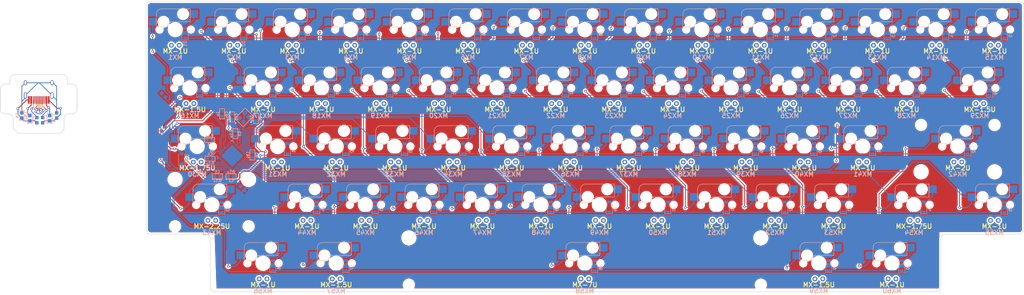
<source format=kicad_pcb>
(kicad_pcb (version 20171130) (host pcbnew "(5.0.2)-1")
  (layers (0 F.Cu signal) (31 B.Cu signal) (34 B.Paste user) (35 F.Paste user) (36 B.SilkS user) (37 F.SilkS user) (38 B.Mask user) (39 F.Mask user) (44 Edge.Cuts user))
  (net 0 "")
  (net 1 GND)
  (net 2 VCC)
  (net 3 "Net-(C7-Pad1)")
  (net 4 XTAL1)
  (net 5 XTAL2)
  (net 6 ROW0)
  (net 7 "Net-(D1-Pad2)")
  (net 8 "Net-(D2-Pad2)")
  (net 9 "Net-(D3-Pad2)")
  (net 10 "Net-(D4-Pad2)")
  (net 11 "Net-(D5-Pad2)")
  (net 12 "Net-(D6-Pad2)")
  (net 13 "Net-(D7-Pad2)")
  (net 14 "Net-(D8-Pad2)")
  (net 15 "Net-(D9-Pad2)")
  (net 16 "Net-(D10-Pad2)")
  (net 17 "Net-(D11-Pad2)")
  (net 18 "Net-(D12-Pad2)")
  (net 19 "Net-(D13-Pad2)")
  (net 20 "Net-(D14-Pad2)")
  (net 21 ROW1)
  (net 22 "Net-(D15-Pad2)")
  (net 23 "Net-(D16-Pad2)")
  (net 24 "Net-(D17-Pad2)")
  (net 25 "Net-(D18-Pad2)")
  (net 26 "Net-(D19-Pad2)")
  (net 27 "Net-(D20-Pad2)")
  (net 28 "Net-(D21-Pad2)")
  (net 29 "Net-(D22-Pad2)")
  (net 30 "Net-(D23-Pad2)")
  (net 31 "Net-(D24-Pad2)")
  (net 32 "Net-(D25-Pad2)")
  (net 33 "Net-(D26-Pad2)")
  (net 34 "Net-(D27-Pad2)")
  (net 35 "Net-(D28-Pad2)")
  (net 36 "Net-(D29-Pad2)")
  (net 37 ROW2)
  (net 38 "Net-(D30-Pad2)")
  (net 39 "Net-(D31-Pad2)")
  (net 40 "Net-(D32-Pad2)")
  (net 41 "Net-(D33-Pad2)")
  (net 42 "Net-(D34-Pad2)")
  (net 43 "Net-(D35-Pad2)")
  (net 44 "Net-(D36-Pad2)")
  (net 45 "Net-(D37-Pad2)")
  (net 46 "Net-(D38-Pad2)")
  (net 47 "Net-(D39-Pad2)")
  (net 48 "Net-(D40-Pad2)")
  (net 49 "Net-(D41-Pad2)")
  (net 50 ROW3)
  (net 51 "Net-(D42-Pad2)")
  (net 52 "Net-(D43-Pad2)")
  (net 53 "Net-(D44-Pad2)")
  (net 54 "Net-(D45-Pad2)")
  (net 55 "Net-(D46-Pad2)")
  (net 56 "Net-(D47-Pad2)")
  (net 57 "Net-(D48-Pad2)")
  (net 58 "Net-(D49-Pad2)")
  (net 59 "Net-(D50-Pad2)")
  (net 60 "Net-(D51-Pad2)")
  (net 61 "Net-(D52-Pad2)")
  (net 62 "Net-(D53-Pad2)")
  (net 63 "Net-(D54-Pad2)")
  (net 64 "Net-(D55-Pad2)")
  (net 65 ROW4)
  (net 66 "Net-(D56-Pad2)")
  (net 67 "Net-(D57-Pad2)")
  (net 68 "Net-(D58-Pad2)")
  (net 69 "Net-(D59-Pad2)")
  (net 70 COL0)
  (net 71 "Net-(MX1-Pad3)")
  (net 72 "Net-(MX1-Pad4)")
  (net 73 "Net-(MX2-Pad4)")
  (net 74 "Net-(MX2-Pad3)")
  (net 75 COL1)
  (net 76 COL2)
  (net 77 "Net-(MX3-Pad3)")
  (net 78 "Net-(MX3-Pad4)")
  (net 79 "Net-(MX4-Pad4)")
  (net 80 "Net-(MX4-Pad3)")
  (net 81 COL3)
  (net 82 "Net-(MX5-Pad4)")
  (net 83 "Net-(MX5-Pad3)")
  (net 84 COL4)
  (net 85 "Net-(MX6-Pad4)")
  (net 86 "Net-(MX6-Pad3)")
  (net 87 COL5)
  (net 88 COL6)
  (net 89 "Net-(MX7-Pad3)")
  (net 90 "Net-(MX7-Pad4)")
  (net 91 COL7)
  (net 92 "Net-(MX8-Pad3)")
  (net 93 "Net-(MX8-Pad4)")
  (net 94 "Net-(MX9-Pad4)")
  (net 95 "Net-(MX9-Pad3)")
  (net 96 COL8)
  (net 97 "Net-(MX10-Pad4)")
  (net 98 "Net-(MX10-Pad3)")
  (net 99 COL9)
  (net 100 COL10)
  (net 101 "Net-(MX11-Pad3)")
  (net 102 "Net-(MX11-Pad4)")
  (net 103 "Net-(MX12-Pad4)")
  (net 104 "Net-(MX12-Pad3)")
  (net 105 COL11)
  (net 106 COL12)
  (net 107 "Net-(MX13-Pad3)")
  (net 108 "Net-(MX13-Pad4)")
  (net 109 COL13)
  (net 110 "Net-(MX14-Pad3)")
  (net 111 "Net-(MX14-Pad4)")
  (net 112 "Net-(MX15-Pad4)")
  (net 113 "Net-(MX15-Pad3)")
  (net 114 "Net-(MX16-Pad4)")
  (net 115 "Net-(MX16-Pad3)")
  (net 116 "Net-(MX17-Pad3)")
  (net 117 "Net-(MX17-Pad4)")
  (net 118 "Net-(MX18-Pad4)")
  (net 119 "Net-(MX18-Pad3)")
  (net 120 "Net-(MX19-Pad3)")
  (net 121 "Net-(MX19-Pad4)")
  (net 122 "Net-(MX20-Pad4)")
  (net 123 "Net-(MX20-Pad3)")
  (net 124 "Net-(MX21-Pad3)")
  (net 125 "Net-(MX21-Pad4)")
  (net 126 "Net-(MX22-Pad4)")
  (net 127 "Net-(MX22-Pad3)")
  (net 128 "Net-(MX23-Pad3)")
  (net 129 "Net-(MX23-Pad4)")
  (net 130 "Net-(MX24-Pad4)")
  (net 131 "Net-(MX24-Pad3)")
  (net 132 "Net-(MX25-Pad3)")
  (net 133 "Net-(MX25-Pad4)")
  (net 134 "Net-(MX26-Pad4)")
  (net 135 "Net-(MX26-Pad3)")
  (net 136 "Net-(MX27-Pad3)")
  (net 137 "Net-(MX27-Pad4)")
  (net 138 "Net-(MX28-Pad4)")
  (net 139 "Net-(MX28-Pad3)")
  (net 140 "Net-(MX29-Pad3)")
  (net 141 "Net-(MX29-Pad4)")
  (net 142 "Net-(MX30-Pad4)")
  (net 143 "Net-(MX30-Pad3)")
  (net 144 "Net-(MX31-Pad3)")
  (net 145 "Net-(MX31-Pad4)")
  (net 146 "Net-(MX32-Pad3)")
  (net 147 "Net-(MX32-Pad4)")
  (net 148 "Net-(MX33-Pad4)")
  (net 149 "Net-(MX33-Pad3)")
  (net 150 "Net-(MX34-Pad4)")
  (net 151 "Net-(MX34-Pad3)")
  (net 152 "Net-(MX35-Pad3)")
  (net 153 "Net-(MX35-Pad4)")
  (net 154 "Net-(MX36-Pad3)")
  (net 155 "Net-(MX36-Pad4)")
  (net 156 "Net-(MX37-Pad4)")
  (net 157 "Net-(MX37-Pad3)")
  (net 158 "Net-(MX38-Pad4)")
  (net 159 "Net-(MX38-Pad3)")
  (net 160 "Net-(MX39-Pad3)")
  (net 161 "Net-(MX39-Pad4)")
  (net 162 "Net-(MX40-Pad4)")
  (net 163 "Net-(MX40-Pad3)")
  (net 164 "Net-(MX41-Pad4)")
  (net 165 "Net-(MX41-Pad3)")
  (net 166 "Net-(MX42-Pad4)")
  (net 167 "Net-(MX42-Pad3)")
  (net 168 "Net-(MX43-Pad3)")
  (net 169 "Net-(MX43-Pad4)")
  (net 170 "Net-(MX44-Pad3)")
  (net 171 "Net-(MX44-Pad4)")
  (net 172 "Net-(MX45-Pad4)")
  (net 173 "Net-(MX45-Pad3)")
  (net 174 "Net-(MX46-Pad3)")
  (net 175 "Net-(MX46-Pad4)")
  (net 176 "Net-(MX47-Pad4)")
  (net 177 "Net-(MX47-Pad3)")
  (net 178 "Net-(MX48-Pad3)")
  (net 179 "Net-(MX48-Pad4)")
  (net 180 "Net-(MX49-Pad3)")
  (net 181 "Net-(MX49-Pad4)")
  (net 182 "Net-(MX50-Pad4)")
  (net 183 "Net-(MX50-Pad3)")
  (net 184 "Net-(MX51-Pad4)")
  (net 185 "Net-(MX51-Pad3)")
  (net 186 "Net-(MX52-Pad3)")
  (net 187 "Net-(MX52-Pad4)")
  (net 188 "Net-(MX53-Pad3)")
  (net 189 "Net-(MX53-Pad4)")
  (net 190 "Net-(MX54-Pad3)")
  (net 191 "Net-(MX54-Pad4)")
  (net 192 "Net-(MX55-Pad4)")
  (net 193 "Net-(MX55-Pad3)")
  (net 194 "Net-(MX56-Pad3)")
  (net 195 "Net-(MX56-Pad4)")
  (net 196 "Net-(MX57-Pad3)")
  (net 197 "Net-(MX57-Pad4)")
  (net 198 "Net-(MX58-Pad3)")
  (net 199 "Net-(MX58-Pad4)")
  (net 200 "Net-(MX59-Pad4)")
  (net 201 "Net-(MX59-Pad3)")
  (net 202 "Net-(R1-Pad2)")
  (net 203 D-)
  (net 204 D+)
  (net 205 "Net-(U0-Pad1)")
  (net 206 "Net-(U0-Pad8)")
  (net 207 "Net-(U0-Pad9)")
  (net 208 "Net-(U0-Pad10)")
  (net 209 "Net-(U0-Pad11)")
  (net 210 "Net-(U0-Pad42)")
  (net 211 "Net-(D60-Pad2)")
  (net 212 COL14)
  (net 213 "Net-(MX60-Pad3)")
  (net 214 "Net-(MX60-Pad4)")
  (net 215 "Net-(U0-Pad13)")
  (net 216 "Net-(C8-Pad1)")
  (net 217 "Net-(R2-Pad2)")
  (net 218 "Net-(R3-Pad2)")
  (net 219 "Net-(R5-Pad2)")
  (net 220 "Net-(R6-Pad2)")
  (net 221 "Net-(USB0-Pad9)")
  (net 222 "Net-(USB0-Pad3)")
  (module keyboard_parts:Kailh_MX_Socket_LED (layer B.Cu) (at 15.041673 28.500012 180)
    (fp_text reference MX1 (at 0 -9 180) (layer B.SilkS) (effects (font (size 1.524 1.524) (thickness 0.3048)) (justify mirror)))
    (fp_text value MX-1U (at 0 -7 180) (layer F.SilkS) (effects (font (size 1.524 1.524) (thickness 0.3048))))
    (pad 1 smd rect (at 7.36 2.54 180) (size 2.55 2.5) (layers B.Cu B.Paste B.Mask) (net 70 COL0))
    (pad "" np_thru_hole circle (at 0 0 180) (size 3.98018 3.98018) (drill 3.98018) (layers *.Cu *.Mask))
    (pad "" np_thru_hole circle (at -2.54 5.08 180) (size 2.95 2.95) (drill 2.95) (layers *.Cu *.Mask))
    (pad "" np_thru_hole circle (at 3.81 2.54 180) (size 2.95 2.95) (drill 2.95) (layers *.Cu *.Mask))
    (pad 2 smd rect (at -6.09 5.08 180) (size 2.55 2.5) (layers B.Cu B.Paste B.Mask) (net 7 "Net-(D1-Pad2)"))
    (pad 3 thru_hole circle (at -1.27 -5.08 180) (size 1.524 1.524) (drill 0.762) (layers *.Cu *.Mask) (net 71 "Net-(MX1-Pad3)"))
    (pad 4 thru_hole circle (at 1.27 -5.08 180) (size 1.524 1.524) (drill 0.762) (layers *.Cu *.Mask) (net 72 "Net-(MX1-Pad4)"))
    (pad "" np_thru_hole circle (at -5.08 0 180) (size 1.7 1.7) (drill 1.7) (layers *.Cu *.Mask))
    (pad "" np_thru_hole circle (at 5.08 0 180) (size 1.7 1.7) (drill 1.7) (layers *.Cu *.Mask))
  )
  (module MountingHole:MountingHole_2.2mm_M2 (layer F.Cu) (at -20.757752 50.895)
    (fp_text reference "" hide)
    (fp_text value M2 hide)
    (pad 1 np_thru_hole circle (at 0 0) (size 2.2 2.2) (drill 2.2) (layers *.Cu *.Mask))
  )
  (module keyboard_parts:FA-238 (layer B.Cu) (at 37.401547 57.059442 225)
    (fp_text reference X0 hide)
    (fp_text value XTAL_GND hide)
    (pad 3 smd rect (at -1.1 0.8 225) (size 1.4 1.2) (drill (offset -0.1 0.05)) (layers B.Cu B.Paste B.Mask) (net 1 GND) (clearance 0.2))
    (pad 2 smd rect (at 1.1 0.8 225) (size 1.4 1.2) (drill (offset 0.1 0.05)) (layers B.Cu B.Paste B.Mask) (net 5 XTAL2) (clearance 0.2))
    (pad 1 smd rect (at -1.1 -0.8 225) (size 1.4 1.2) (drill (offset -0.1 -0.05)) (layers B.Cu B.Paste B.Mask) (net 4 XTAL1) (clearance 0.2))
    (pad 3 smd rect (at 1.1 -0.8 225) (size 1.4 1.2) (drill (offset 0.1 -0.05)) (layers B.Cu B.Paste B.Mask) (net 1 GND) (clearance 0.2))
  )
  (module keyboard_parts:QFN-44-1EP_7x7mm_Pitch0.5mm (layer B.Cu) (at 33.528 69.5746 315)
    (fp_text reference U0 (at -5.35625 3.56875 315) (layer B.SilkS) (effects (justify mirror)))
    (fp_text value ATmega32U4-AU)
    (pad 35 smd rect (at -1.93125 1.93125 315) (size 1.2875 1.2875) (layers B.Cu B.Paste B.Mask) (net 1 GND))
    (pad 35 smd rect (at -1.93125 0.64375 315) (size 1.2875 1.2875) (layers B.Cu B.Paste B.Mask) (net 1 GND))
    (pad 35 smd rect (at -1.93125 -0.64375 315) (size 1.2875 1.2875) (layers B.Cu B.Paste B.Mask) (net 1 GND))
    (pad 35 smd rect (at -1.93125 -1.93125 315) (size 1.2875 1.2875) (layers B.Cu B.Paste B.Mask) (net 1 GND))
    (pad 35 smd rect (at -0.64375 1.93125 315) (size 1.2875 1.2875) (layers B.Cu B.Paste B.Mask) (net 1 GND))
    (pad 35 smd rect (at -0.64375 0.64375 315) (size 1.2875 1.2875) (layers B.Cu B.Paste B.Mask) (net 1 GND))
    (pad 35 smd rect (at -0.64375 -0.64375 315) (size 1.2875 1.2875) (layers B.Cu B.Paste B.Mask) (net 1 GND))
    (pad 35 smd rect (at -0.64375 -1.93125 315) (size 1.2875 1.2875) (layers B.Cu B.Paste B.Mask) (net 1 GND))
    (pad 35 smd rect (at 0.64375 1.93125 315) (size 1.2875 1.2875) (layers B.Cu B.Paste B.Mask) (net 1 GND))
    (pad 35 smd rect (at 0.64375 0.64375 315) (size 1.2875 1.2875) (layers B.Cu B.Paste B.Mask) (net 1 GND))
    (pad 35 smd rect (at 0.64375 -0.64375 315) (size 1.2875 1.2875) (layers B.Cu B.Paste B.Mask) (net 1 GND))
    (pad 35 smd rect (at 0.64375 -1.93125 315) (size 1.2875 1.2875) (layers B.Cu B.Paste B.Mask) (net 1 GND))
    (pad 35 smd rect (at 1.93125 1.93125 315) (size 1.2875 1.2875) (layers B.Cu B.Paste B.Mask) (net 1 GND))
    (pad 35 smd rect (at 1.93125 0.64375 315) (size 1.2875 1.2875) (layers B.Cu B.Paste B.Mask) (net 1 GND))
    (pad 35 smd rect (at 1.93125 -0.64375 315) (size 1.2875 1.2875) (layers B.Cu B.Paste B.Mask) (net 1 GND))
    (pad 35 smd rect (at 1.93125 -1.93125 315) (size 1.2875 1.2875) (layers B.Cu B.Paste B.Mask) (net 1 GND))
    (pad 44 smd rect (at -2.5 3.4 225) (size 0.7 0.25) (layers B.Cu B.Paste B.Mask) (net 2 VCC))
    (pad 43 smd rect (at -2.000001 3.4 225) (size 0.7 0.25) (layers B.Cu B.Paste B.Mask) (net 1 GND))
    (pad 42 smd rect (at -1.5 3.4 225) (size 0.7 0.25) (layers B.Cu B.Paste B.Mask) (net 210 "Net-(U0-Pad42)"))
    (pad 41 smd rect (at -1 3.4 225) (size 0.7 0.25) (layers B.Cu B.Paste B.Mask) (net 37 ROW2))
    (pad 40 smd rect (at -0.499999 3.4 225) (size 0.7 0.25) (layers B.Cu B.Paste B.Mask) (net 70 COL0))
    (pad 39 smd rect (at 0 3.4 225) (size 0.7 0.25) (layers B.Cu B.Paste B.Mask) (net 21 ROW1))
    (pad 38 smd rect (at 0.499999 3.4 225) (size 0.7 0.25) (layers B.Cu B.Paste B.Mask) (net 65 ROW4))
    (pad 37 smd rect (at 1 3.4 225) (size 0.7 0.25) (layers B.Cu B.Paste B.Mask) (net 50 ROW3))
    (pad 36 smd rect (at 1.5 3.4 225) (size 0.7 0.25) (layers B.Cu B.Paste B.Mask) (net 75 COL1))
    (pad 35 smd rect (at 2.000001 3.4 225) (size 0.7 0.25) (layers B.Cu B.Paste B.Mask) (net 1 GND))
    (pad 34 smd rect (at 2.5 3.4 225) (size 0.7 0.25) (layers B.Cu B.Paste B.Mask) (net 2 VCC))
    (pad 33 smd rect (at 3.4 2.5 315) (size 0.7 0.25) (layers B.Cu B.Paste B.Mask) (net 202 "Net-(R1-Pad2)"))
    (pad 32 smd rect (at 3.4 2.000001 315) (size 0.7 0.25) (layers B.Cu B.Paste B.Mask) (net 91 COL7))
    (pad 31 smd rect (at 3.4 1.5 315) (size 0.7 0.25) (layers B.Cu B.Paste B.Mask) (net 96 COL8))
    (pad 30 smd rect (at 3.4 1 315) (size 0.7 0.25) (layers B.Cu B.Paste B.Mask) (net 99 COL9))
    (pad 29 smd rect (at 3.4 0.499999 315) (size 0.7 0.25) (layers B.Cu B.Paste B.Mask) (net 100 COL10))
    (pad 28 smd rect (at 3.4 0 315) (size 0.7 0.25) (layers B.Cu B.Paste B.Mask) (net 105 COL11))
    (pad 27 smd rect (at 3.4 -0.499999 315) (size 0.7 0.25) (layers B.Cu B.Paste B.Mask) (net 109 COL13))
    (pad 26 smd rect (at 3.4 -1 315) (size 0.7 0.25) (layers B.Cu B.Paste B.Mask) (net 212 COL14))
    (pad 25 smd rect (at 3.4 -1.5 315) (size 0.7 0.25) (layers B.Cu B.Paste B.Mask) (net 106 COL12))
    (pad 24 smd rect (at 3.4 -2.000001 315) (size 0.7 0.25) (layers B.Cu B.Paste B.Mask) (net 2 VCC))
    (pad 23 smd rect (at 3.4 -2.5 315) (size 0.7 0.25) (layers B.Cu B.Paste B.Mask) (net 1 GND))
    (pad 22 smd rect (at 2.5 -3.4 225) (size 0.7 0.25) (layers B.Cu B.Paste B.Mask) (net 76 COL2))
    (pad 21 smd rect (at 2.000001 -3.4 225) (size 0.7 0.25) (layers B.Cu B.Paste B.Mask) (net 81 COL3))
    (pad 20 smd rect (at 1.5 -3.4 225) (size 0.7 0.25) (layers B.Cu B.Paste B.Mask) (net 84 COL4))
    (pad 19 smd rect (at 1 -3.4 225) (size 0.7 0.25) (layers B.Cu B.Paste B.Mask) (net 87 COL5))
    (pad 18 smd rect (at 0.499999 -3.4 225) (size 0.7 0.25) (layers B.Cu B.Paste B.Mask) (net 88 COL6))
    (pad 17 smd rect (at 0 -3.4 225) (size 0.7 0.25) (layers B.Cu B.Paste B.Mask) (net 4 XTAL1))
    (pad 16 smd rect (at -0.499999 -3.4 225) (size 0.7 0.25) (layers B.Cu B.Paste B.Mask) (net 5 XTAL2))
    (pad 15 smd rect (at -1 -3.4 225) (size 0.7 0.25) (layers B.Cu B.Paste B.Mask) (net 1 GND))
    (pad 14 smd rect (at -1.5 -3.4 225) (size 0.7 0.25) (layers B.Cu B.Paste B.Mask) (net 2 VCC))
    (pad 13 smd rect (at -2.000001 -3.4 225) (size 0.7 0.25) (layers B.Cu B.Paste B.Mask) (net 215 "Net-(U0-Pad13)"))
    (pad 12 smd rect (at -2.5 -3.4 225) (size 0.7 0.25) (layers B.Cu B.Paste B.Mask) (net 6 ROW0))
    (pad 11 smd rect (at -3.4 -2.5 315) (size 0.7 0.25) (layers B.Cu B.Paste B.Mask) (net 209 "Net-(U0-Pad11)"))
    (pad 10 smd rect (at -3.4 -2.000001 315) (size 0.7 0.25) (layers B.Cu B.Paste B.Mask) (net 208 "Net-(U0-Pad10)"))
    (pad 9 smd rect (at -3.4 -1.5 315) (size 0.7 0.25) (layers B.Cu B.Paste B.Mask) (net 207 "Net-(U0-Pad9)"))
    (pad 8 smd rect (at -3.4 -1 315) (size 0.7 0.25) (layers B.Cu B.Paste B.Mask) (net 206 "Net-(U0-Pad8)"))
    (pad 7 smd rect (at -3.4 -0.499999 315) (size 0.7 0.25) (layers B.Cu B.Paste B.Mask) (net 2 VCC))
    (pad 6 smd rect (at -3.4 0 315) (size 0.7 0.25) (layers B.Cu B.Paste B.Mask) (net 3 "Net-(C7-Pad1)"))
    (pad 5 smd rect (at -3.4 0.499999 315) (size 0.7 0.25) (layers B.Cu B.Paste B.Mask) (net 1 GND))
    (pad 4 smd rect (at -3.4 1 315) (size 0.7 0.25) (layers B.Cu B.Paste B.Mask) (net 204 D+))
    (pad 3 smd rect (at -3.4 1.5 315) (size 0.7 0.25) (layers B.Cu B.Paste B.Mask) (net 203 D-))
    (pad 2 smd rect (at -3.4 2.000001 315) (size 0.7 0.25) (layers B.Cu B.Paste B.Mask) (net 2 VCC))
    (pad 1 smd rect (at -3.4 2.5 315) (size 0.7 0.25) (layers B.Cu B.Paste B.Mask) (net 205 "Net-(U0-Pad1)"))
  )
  (module MX_Alps_Hybrid:MX-1U (layer F.Cu) (at 262.041777 28.465013)
    (fp_text reference REF**)
    (fp_text value 1U)
  )
  (module MX_Alps_Hybrid:MX-1U (layer F.Cu) (at 281.041785 28.500012)
    (fp_text reference REF**)
    (fp_text value 1U)
  )
  (module MX_Alps_Hybrid:MX-2.25U-FLIPPED-ReversedStabilizers (layer F.Cu) (at 26.916678 85.500036)
    (fp_text reference REF**)
    (fp_text value 2.25U)
    (pad "" np_thru_hole circle (at 11.938 -8.255) (size 3.9878 3.9878) (drill 3.9878) (layers *.Cu *.Mask))
    (pad "" np_thru_hole circle (at -11.938 -8.255) (size 3.9878 3.9878) (drill 3.9878) (layers *.Cu *.Mask))
    (pad "" np_thru_hole circle (at 11.938 6.985) (size 3.048 3.048) (drill 3.048) (layers *.Cu *.Mask))
    (pad "" np_thru_hole circle (at -11.938 6.985) (size 3.048 3.048) (drill 3.048) (layers *.Cu *.Mask))
  )
  (module MX_Alps_Hybrid:MX-1U (layer F.Cu) (at 171.791739 85.500036)
    (fp_text reference REF**)
    (fp_text value 1U)
  )
  (module MX_Alps_Hybrid:MX-1U (layer F.Cu) (at 209.791755 85.500036)
    (fp_text reference REF**)
    (fp_text value 1U)
  )
  (module MX_Alps_Hybrid:MX-1U (layer F.Cu) (at 190.791747 85.500036)
    (fp_text reference REF**)
    (fp_text value 1U)
  )
  (module MX_Alps_Hybrid:MX-1U (layer F.Cu) (at 228.791763 85.500036)
    (fp_text reference REF**)
    (fp_text value 1U)
  )
  (module MX_Alps_Hybrid:MX-1U (layer F.Cu) (at 133.791723 85.500036)
    (fp_text reference REF**)
    (fp_text value 1U)
  )
  (module MX_Alps_Hybrid:MX-1U (layer F.Cu) (at 57.791691 85.500036)
    (fp_text reference REF**)
    (fp_text value 1U)
  )
  (module MX_Alps_Hybrid:MX-1U (layer F.Cu) (at 152.791731 85.500036)
    (fp_text reference REF**)
    (fp_text value 1U)
  )
  (module MX_Alps_Hybrid:MX-1U (layer F.Cu) (at 95.791707 85.500036)
    (fp_text reference REF**)
    (fp_text value 1U)
  )
  (module MX_Alps_Hybrid:MX-1U (layer F.Cu) (at 114.791715 85.500036)
    (fp_text reference REF**)
    (fp_text value 1U)
  )
  (module MX_Alps_Hybrid:MX-1U (layer F.Cu) (at 76.791699 85.500036)
    (fp_text reference REF**)
    (fp_text value 1U)
  )
  (module MX_Alps_Hybrid:MX-1U (layer F.Cu) (at 162.291735 66.500028)
    (fp_text reference REF**)
    (fp_text value 1U)
  )
  (module MX_Alps_Hybrid:MX-1U (layer F.Cu) (at 143.291727 66.500028)
    (fp_text reference REF**)
    (fp_text value 1U)
  )
  (module MX_Alps_Hybrid:MX-1U (layer F.Cu) (at 105.291711 66.500028)
    (fp_text reference REF**)
    (fp_text value 1U)
  )
  (module MX_Alps_Hybrid:MX-1U (layer F.Cu) (at 219.291759 66.500028)
    (fp_text reference REF**)
    (fp_text value 1U)
  )
  (module MX_Alps_Hybrid:MX-1U (layer F.Cu) (at 238.291767 66.500028)
    (fp_text reference REF**)
    (fp_text value 1U)
  )
  (module MX_Alps_Hybrid:MX-1U (layer F.Cu) (at 67.291695 66.500028)
    (fp_text reference REF**)
    (fp_text value 1U)
  )
  (module MX_Alps_Hybrid:MX-1U (layer F.Cu) (at 181.291743 66.500028)
    (fp_text reference REF**)
    (fp_text value 1U)
  )
  (module MX_Alps_Hybrid:MX-1U (layer F.Cu) (at 124.291719 66.500028)
    (fp_text reference REF**)
    (fp_text value 1U)
  )
  (module MX_Alps_Hybrid:MX-1U (layer F.Cu) (at 200.291751 66.500028)
    (fp_text reference REF**)
    (fp_text value 1U)
  )
  (module MX_Alps_Hybrid:MX-1U (layer F.Cu) (at 48.291687 66.500028)
    (fp_text reference REF**)
    (fp_text value 1U)
  )
  (module MX_Alps_Hybrid:MX-1U (layer F.Cu) (at 86.291703 66.500028)
    (fp_text reference REF**)
    (fp_text value 1U)
  )
  (module MX_Alps_Hybrid:MX-1U (layer F.Cu) (at 62.541693 47.50002)
    (fp_text reference REF**)
    (fp_text value 1U)
  )
  (module MX_Alps_Hybrid:MX-1U (layer F.Cu) (at 43.541685 47.50002)
    (fp_text reference REF**)
    (fp_text value 1U)
  )
  (module MX_Alps_Hybrid:MX-1U (layer F.Cu) (at 195.541749 47.50002)
    (fp_text reference REF**)
    (fp_text value 1U)
  )
  (module MX_Alps_Hybrid:MX-1U (layer F.Cu) (at 100.541709 47.50002)
    (fp_text reference REF**)
    (fp_text value 1U)
  )
  (module MX_Alps_Hybrid:MX-1U (layer F.Cu) (at 252.541773 47.50002)
    (fp_text reference REF**)
    (fp_text value 1U)
  )
  (module MX_Alps_Hybrid:MX-1U (layer F.Cu) (at 157.541733 47.50002)
    (fp_text reference REF**)
    (fp_text value 1U)
  )
  (module MX_Alps_Hybrid:MX-1U (layer F.Cu) (at 176.541741 47.50002)
    (fp_text reference REF**)
    (fp_text value 1U)
  )
  (module MX_Alps_Hybrid:MX-1U (layer F.Cu) (at 81.541701 47.50002)
    (fp_text reference REF**)
    (fp_text value 1U)
  )
  (module MX_Alps_Hybrid:MX-1U (layer F.Cu) (at 119.541717 47.50002)
    (fp_text reference REF**)
    (fp_text value 1U)
  )
  (module MX_Alps_Hybrid:MX-1U (layer F.Cu) (at 233.541765 47.50002)
    (fp_text reference REF**)
    (fp_text value 1U)
  )
  (module MX_Alps_Hybrid:MX-1U (layer F.Cu) (at 138.541725 47.50002)
    (fp_text reference REF**)
    (fp_text value 1U)
  )
  (module MX_Alps_Hybrid:MX-1U (layer F.Cu) (at 214.541757 47.50002)
    (fp_text reference REF**)
    (fp_text value 1U)
  )
  (module MX_Alps_Hybrid:MX-1U (layer F.Cu) (at 243.041769 28.500012)
    (fp_text reference REF**)
    (fp_text value 1U)
  )
  (module MX_Alps_Hybrid:MX-1U (layer F.Cu) (at 224.041761 28.500012)
    (fp_text reference REF**)
    (fp_text value 1U)
  )
  (module MX_Alps_Hybrid:MX-1U (layer F.Cu) (at 205.041753 28.500012)
    (fp_text reference REF**)
    (fp_text value 1U)
  )
  (module MX_Alps_Hybrid:MX-1U (layer F.Cu) (at 186.041745 28.500012)
    (fp_text reference REF**)
    (fp_text value 1U)
  )
  (module MX_Alps_Hybrid:MX-1U (layer F.Cu) (at 167.041737 28.500012)
    (fp_text reference REF**)
    (fp_text value 1U)
  )
  (module MX_Alps_Hybrid:MX-1U (layer F.Cu) (at 148.041729 28.500012)
    (fp_text reference REF**)
    (fp_text value 1U)
  )
  (module MX_Alps_Hybrid:MX-1U (layer F.Cu) (at 129.041721 28.500012)
    (fp_text reference REF**)
    (fp_text value 1U)
  )
  (module MX_Alps_Hybrid:MX-1U (layer F.Cu) (at 110.041713 28.500012)
    (fp_text reference REF**)
    (fp_text value 1U)
  )
  (module MX_Alps_Hybrid:MX-1U (layer F.Cu) (at 91.041705 28.500012)
    (fp_text reference REF**)
    (fp_text value 1U)
  )
  (module MX_Alps_Hybrid:MX-1U (layer F.Cu) (at 72.041697 28.500012)
    (fp_text reference REF**)
    (fp_text value 1U)
  )
  (module MX_Alps_Hybrid:MX-1U (layer F.Cu) (at 53.041689 28.500012)
    (fp_text reference REF**)
    (fp_text value 1U)
  )
  (module MX_Alps_Hybrid:MX-1U (layer F.Cu) (at 34.041681 28.500012)
    (fp_text reference REF**)
    (fp_text value 1U)
  )
  (module MX_Alps_Hybrid:MX-1U (layer F.Cu) (at 15.041673 28.5)
    (fp_text reference REF**)
    (fp_text value 1U)
  )
  (module MX_Alps_Hybrid:MX-1U (layer F.Cu) (at 281.041785 85.500036)
    (fp_text reference REF**)
    (fp_text value 1U)
  )
  (module MX_Alps_Hybrid:MX-1U (layer F.Cu) (at 224.041761 104.500044)
    (fp_text reference REF**)
    (fp_text value 1U)
  )
  (module MX_Alps_Hybrid:MX-1U (layer F.Cu) (at 43.541685 104.500044)
    (fp_text reference REF**)
    (fp_text value 1U)
  )
  (module MX_Alps_Hybrid:MX-1.5U (layer F.Cu) (at 67.291695 104.500044)
    (fp_text reference REF**)
    (fp_text value 1.5U)
  )
  (module MX_Alps_Hybrid:MX-1.5U (layer F.Cu) (at 247.791771 104.500044)
    (fp_text reference REF**)
    (fp_text value 1.5U)
  )
  (module MX_Alps_Hybrid:MX-7U-ReversedStabilizers (layer F.Cu) (at 148.041729 104.500044)
    (fp_text reference REF**)
    (fp_text value 7U)
    (pad "" np_thru_hole circle (at 57.15 -8.255) (size 3.9878 3.9878) (drill 3.9878) (layers *.Cu *.Mask))
    (pad "" np_thru_hole circle (at -57.15 -8.255) (size 3.9878 3.9878) (drill 3.9878) (layers *.Cu *.Mask))
    (pad "" np_thru_hole circle (at 57.15 6.985) (size 3.048 3.048) (drill 3.048) (layers *.Cu *.Mask))
    (pad "" np_thru_hole circle (at -57.15 6.985) (size 3.048 3.048) (drill 3.048) (layers *.Cu *.Mask))
  )
  (module MX_Alps_Hybrid:MX-1.75U (layer F.Cu) (at 254.916774 85.500036)
    (fp_text reference REF**)
    (fp_text value 1.75U)
  )
  (module MX_Alps_Hybrid:MX-2.25U (layer F.Cu) (at 269.16678 66.500028)
    (fp_text reference REF**)
    (fp_text value 2.25U)
    (pad "" np_thru_hole circle (at 11.938 8.255) (size 3.9878 3.9878) (drill 3.9878) (layers *.Cu *.Mask))
    (pad "" np_thru_hole circle (at -11.938 8.255) (size 3.9878 3.9878) (drill 3.9878) (layers *.Cu *.Mask))
    (pad "" np_thru_hole circle (at 11.938 -6.985) (size 3.048 3.048) (drill 3.048) (layers *.Cu *.Mask))
    (pad "" np_thru_hole circle (at -11.938 -6.985) (size 3.048 3.048) (drill 3.048) (layers *.Cu *.Mask))
  )
  (module MX_Alps_Hybrid:MX-1.75U (layer F.Cu) (at 22.166676 66.500028)
    (fp_text reference REF**)
    (fp_text value 1.75U)
  )
  (module MX_Alps_Hybrid:MX-1.5U (layer F.Cu) (at 276.291783 47.50002)
    (fp_text reference REF**)
    (fp_text value 1.5U)
  )
  (module MX_Alps_Hybrid:MX-1.5U (layer F.Cu) (at 19.791675 47.50002)
    (fp_text reference REF**)
    (fp_text value 1.5U)
  )
  (module Diode_SMD:D_SOD-123 (layer B.Cu) (at 18.208343 29.620847 90)
    (fp_text reference D1 (at -3.429 0 90) (layer B.SilkS) (effects (justify mirror)))
    (fp_text value D)
    (pad 1 smd rect (at -1.65 0 90) (size 0.9 1.2) (layers B.Cu B.Paste B.Mask) (net 6 ROW0))
    (pad 2 smd rect (at 1.65 0 90) (size 0.9 1.2) (layers B.Cu B.Paste B.Mask) (net 7 "Net-(D1-Pad2)"))
  )
  (module Diode_SMD:D_SOD-123 (layer B.Cu) (at 37.208351 29.620847 90)
    (fp_text reference D2 (at -3.428 0 90) (layer B.SilkS) (effects (justify mirror)))
    (fp_text value D_Small)
    (pad 1 smd rect (at -1.65 0 90) (size 0.9 1.2) (layers B.Cu B.Paste B.Mask) (net 6 ROW0))
    (pad 2 smd rect (at 1.65 0 90) (size 0.9 1.2) (layers B.Cu B.Paste B.Mask) (net 8 "Net-(D2-Pad2)"))
  )
  (module Diode_SMD:D_SOD-123 (layer B.Cu) (at 56.208359 29.620847 90)
    (fp_text reference D3 (at 0 2 90) (layer B.SilkS) (effects (justify mirror)))
    (fp_text value D_Small)
    (pad 1 smd rect (at -1.65 0 90) (size 0.9 1.2) (layers B.Cu B.Paste B.Mask) (net 6 ROW0))
    (pad 2 smd rect (at 1.65 0 90) (size 0.9 1.2) (layers B.Cu B.Paste B.Mask) (net 9 "Net-(D3-Pad2)"))
  )
  (module Diode_SMD:D_SOD-123 (layer B.Cu) (at 75.208367 29.620847 90)
    (fp_text reference D4 (at 0 2 90) (layer B.SilkS) (effects (justify mirror)))
    (fp_text value D_Small)
    (pad 2 smd rect (at 1.65 0 90) (size 0.9 1.2) (layers B.Cu B.Paste B.Mask) (net 10 "Net-(D4-Pad2)"))
    (pad 1 smd rect (at -1.65 0 90) (size 0.9 1.2) (layers B.Cu B.Paste B.Mask) (net 6 ROW0))
  )
  (module Diode_SMD:D_SOD-123 (layer B.Cu) (at 94.208375 29.620847 90)
    (fp_text reference D5 (at 0 2 90) (layer B.SilkS) (effects (justify mirror)))
    (fp_text value D_Small)
    (pad 1 smd rect (at -1.65 0 90) (size 0.9 1.2) (layers B.Cu B.Paste B.Mask) (net 6 ROW0))
    (pad 2 smd rect (at 1.65 0 90) (size 0.9 1.2) (layers B.Cu B.Paste B.Mask) (net 11 "Net-(D5-Pad2)"))
  )
  (module Diode_SMD:D_SOD-123 (layer B.Cu) (at 113.208383 29.620847 90)
    (fp_text reference D6 (at 0 2.000001 90) (layer B.SilkS) (effects (justify mirror)))
    (fp_text value D_Small)
    (pad 1 smd rect (at -1.65 0 90) (size 0.9 1.2) (layers B.Cu B.Paste B.Mask) (net 6 ROW0))
    (pad 2 smd rect (at 1.65 0 90) (size 0.9 1.2) (layers B.Cu B.Paste B.Mask) (net 12 "Net-(D6-Pad2)"))
  )
  (module Diode_SMD:D_SOD-123 (layer B.Cu) (at 132.208391 29.620847 90)
    (fp_text reference D7 (at 0 2 90) (layer B.SilkS) (effects (justify mirror)))
    (fp_text value D_Small)
    (pad 1 smd rect (at -1.65 0 90) (size 0.9 1.2) (layers B.Cu B.Paste B.Mask) (net 6 ROW0))
    (pad 2 smd rect (at 1.65 0 90) (size 0.9 1.2) (layers B.Cu B.Paste B.Mask) (net 13 "Net-(D7-Pad2)"))
  )
  (module Diode_SMD:D_SOD-123 (layer B.Cu) (at 151.208399 29.620847 90)
    (fp_text reference D8 (at 0 2 90) (layer B.SilkS) (effects (justify mirror)))
    (fp_text value D_Small)
    (pad 1 smd rect (at -1.65 0 90) (size 0.9 1.2) (layers B.Cu B.Paste B.Mask) (net 6 ROW0))
    (pad 2 smd rect (at 1.65 0 90) (size 0.9 1.2) (layers B.Cu B.Paste B.Mask) (net 14 "Net-(D8-Pad2)"))
  )
  (module Diode_SMD:D_SOD-123 (layer B.Cu) (at 170.208407 29.620847 90)
    (fp_text reference D9 (at 0 2 90) (layer B.SilkS) (effects (justify mirror)))
    (fp_text value D_Small)
    (pad 2 smd rect (at 1.65 0 90) (size 0.9 1.2) (layers B.Cu B.Paste B.Mask) (net 15 "Net-(D9-Pad2)"))
    (pad 1 smd rect (at -1.65 0 90) (size 0.9 1.2) (layers B.Cu B.Paste B.Mask) (net 6 ROW0))
  )
  (module Diode_SMD:D_SOD-123 (layer B.Cu) (at 189.208415 29.620847 90)
    (fp_text reference D10 (at 0 2 90) (layer B.SilkS) (effects (justify mirror)))
    (fp_text value D_Small)
    (pad 2 smd rect (at 1.65 0 90) (size 0.9 1.2) (layers B.Cu B.Paste B.Mask) (net 16 "Net-(D10-Pad2)"))
    (pad 1 smd rect (at -1.65 0 90) (size 0.9 1.2) (layers B.Cu B.Paste B.Mask) (net 6 ROW0))
  )
  (module Diode_SMD:D_SOD-123 (layer B.Cu) (at 208.208423 29.620847 90)
    (fp_text reference D11 (at 0 2 90) (layer B.SilkS) (effects (justify mirror)))
    (fp_text value D_Small)
    (pad 1 smd rect (at -1.65 0 90) (size 0.9 1.2) (layers B.Cu B.Paste B.Mask) (net 6 ROW0))
    (pad 2 smd rect (at 1.65 0 90) (size 0.9 1.2) (layers B.Cu B.Paste B.Mask) (net 17 "Net-(D11-Pad2)"))
  )
  (module Diode_SMD:D_SOD-123 (layer B.Cu) (at 227.208431 29.620847 90)
    (fp_text reference D12 (at 0 2 90) (layer B.SilkS) (effects (justify mirror)))
    (fp_text value D_Small)
    (pad 2 smd rect (at 1.65 0 90) (size 0.9 1.2) (layers B.Cu B.Paste B.Mask) (net 18 "Net-(D12-Pad2)"))
    (pad 1 smd rect (at -1.65 0 90) (size 0.9 1.2) (layers B.Cu B.Paste B.Mask) (net 6 ROW0))
  )
  (module Diode_SMD:D_SOD-123 (layer B.Cu) (at 246.208439 29.620847 90)
    (fp_text reference D13 (at 0 2.000001 90) (layer B.SilkS) (effects (justify mirror)))
    (fp_text value D_Small)
    (pad 1 smd rect (at -1.65 0 90) (size 0.9 1.2) (layers B.Cu B.Paste B.Mask) (net 6 ROW0))
    (pad 2 smd rect (at 1.65 0 90) (size 0.9 1.2) (layers B.Cu B.Paste B.Mask) (net 19 "Net-(D13-Pad2)"))
  )
  (module Diode_SMD:D_SOD-123 (layer B.Cu) (at 265.208447 29.620847 90)
    (fp_text reference D14 (at 0 2 90) (layer B.SilkS) (effects (justify mirror)))
    (fp_text value D_Small)
    (pad 2 smd rect (at 1.65 0 90) (size 0.9 1.2) (layers B.Cu B.Paste B.Mask) (net 20 "Net-(D14-Pad2)"))
    (pad 1 smd rect (at -1.65 0 90) (size 0.9 1.2) (layers B.Cu B.Paste B.Mask) (net 6 ROW0))
  )
  (module Diode_SMD:D_SOD-123 (layer B.Cu) (at 284.208455 29.620847 90)
    (fp_text reference D15 (at 0 2.000001 90) (layer B.SilkS) (effects (justify mirror)))
    (fp_text value D_Small)
    (pad 1 smd rect (at -1.65 0 90) (size 0.9 1.2) (layers B.Cu B.Paste B.Mask) (net 6 ROW0))
    (pad 2 smd rect (at 1.65 0 90) (size 0.9 1.2) (layers B.Cu B.Paste B.Mask) (net 22 "Net-(D15-Pad2)"))
  )
  (module Diode_SMD:D_SOD-123 (layer B.Cu) (at 22.958343 48.225021 90)
    (fp_text reference D16 (at 0 2.000001 90) (layer B.SilkS) (effects (justify mirror)))
    (fp_text value D_Small)
    (pad 2 smd rect (at 1.65 0 90) (size 0.9 1.2) (layers B.Cu B.Paste B.Mask) (net 23 "Net-(D16-Pad2)"))
    (pad 1 smd rect (at -1.65 0 90) (size 0.9 1.2) (layers B.Cu B.Paste B.Mask) (net 21 ROW1))
  )
  (module Diode_SMD:D_SOD-123 (layer B.Cu) (at 46.708353 48.225021 90)
    (fp_text reference D17 (at 0 2.000001 90) (layer B.SilkS) (effects (justify mirror)))
    (fp_text value D_Small)
    (pad 1 smd rect (at -1.65 0 90) (size 0.9 1.2) (layers B.Cu B.Paste B.Mask) (net 21 ROW1))
    (pad 2 smd rect (at 1.65 0 90) (size 0.9 1.2) (layers B.Cu B.Paste B.Mask) (net 24 "Net-(D17-Pad2)"))
  )
  (module Diode_SMD:D_SOD-123 (layer B.Cu) (at 65.708361 48.225021 90)
    (fp_text reference D18 (at 0 2.000001 90) (layer B.SilkS) (effects (justify mirror)))
    (fp_text value D_Small)
    (pad 2 smd rect (at 1.65 0 90) (size 0.9 1.2) (layers B.Cu B.Paste B.Mask) (net 25 "Net-(D18-Pad2)"))
    (pad 1 smd rect (at -1.65 0 90) (size 0.9 1.2) (layers B.Cu B.Paste B.Mask) (net 21 ROW1))
  )
  (module Diode_SMD:D_SOD-123 (layer B.Cu) (at 84.708369 48.225021 90)
    (fp_text reference D19 (at 0 2.000001 90) (layer B.SilkS) (effects (justify mirror)))
    (fp_text value D_Small)
    (pad 2 smd rect (at 1.65 0 90) (size 0.9 1.2) (layers B.Cu B.Paste B.Mask) (net 26 "Net-(D19-Pad2)"))
    (pad 1 smd rect (at -1.65 0 90) (size 0.9 1.2) (layers B.Cu B.Paste B.Mask) (net 21 ROW1))
  )
  (module Diode_SMD:D_SOD-123 (layer B.Cu) (at 103.708377 48.225021 90)
    (fp_text reference D20 (at 0 2.000001 90) (layer B.SilkS) (effects (justify mirror)))
    (fp_text value D_Small)
    (pad 2 smd rect (at 1.65 0 90) (size 0.9 1.2) (layers B.Cu B.Paste B.Mask) (net 27 "Net-(D20-Pad2)"))
    (pad 1 smd rect (at -1.65 0 90) (size 0.9 1.2) (layers B.Cu B.Paste B.Mask) (net 21 ROW1))
  )
  (module Diode_SMD:D_SOD-123 (layer B.Cu) (at 122.708385 48.225021 90)
    (fp_text reference D21 (at 0 2.000001 90) (layer B.SilkS) (effects (justify mirror)))
    (fp_text value D_Small)
    (pad 1 smd rect (at -1.65 0 90) (size 0.9 1.2) (layers B.Cu B.Paste B.Mask) (net 21 ROW1))
    (pad 2 smd rect (at 1.65 0 90) (size 0.9 1.2) (layers B.Cu B.Paste B.Mask) (net 28 "Net-(D21-Pad2)"))
  )
  (module Diode_SMD:D_SOD-123 (layer B.Cu) (at 141.708393 48.225021 90)
    (fp_text reference D22 (at 0 2.000001 90) (layer B.SilkS) (effects (justify mirror)))
    (fp_text value D_Small)
    (pad 2 smd rect (at 1.65 0 90) (size 0.9 1.2) (layers B.Cu B.Paste B.Mask) (net 29 "Net-(D22-Pad2)"))
    (pad 1 smd rect (at -1.65 0 90) (size 0.9 1.2) (layers B.Cu B.Paste B.Mask) (net 21 ROW1))
  )
  (module Diode_SMD:D_SOD-123 (layer B.Cu) (at 160.708401 48.225021 90)
    (fp_text reference D23 (at 0 2.000001 90) (layer B.SilkS) (effects (justify mirror)))
    (fp_text value D_Small)
    (pad 2 smd rect (at 1.65 0 90) (size 0.9 1.2) (layers B.Cu B.Paste B.Mask) (net 30 "Net-(D23-Pad2)"))
    (pad 1 smd rect (at -1.65 0 90) (size 0.9 1.2) (layers B.Cu B.Paste B.Mask) (net 21 ROW1))
  )
  (module Diode_SMD:D_SOD-123 (layer B.Cu) (at 179.708409 48.225021 90)
    (fp_text reference D24 (at 0 2.000001 90) (layer B.SilkS) (effects (justify mirror)))
    (fp_text value D_Small)
    (pad 2 smd rect (at 1.65 0 90) (size 0.9 1.2) (layers B.Cu B.Paste B.Mask) (net 31 "Net-(D24-Pad2)"))
    (pad 1 smd rect (at -1.65 0 90) (size 0.9 1.2) (layers B.Cu B.Paste B.Mask) (net 21 ROW1))
  )
  (module Diode_SMD:D_SOD-123 (layer B.Cu) (at 198.708417 48.225021 90)
    (fp_text reference D25 (at 0 2.000001 90) (layer B.SilkS) (effects (justify mirror)))
    (fp_text value D_Small)
    (pad 1 smd rect (at -1.65 0 90) (size 0.9 1.2) (layers B.Cu B.Paste B.Mask) (net 21 ROW1))
    (pad 2 smd rect (at 1.65 0 90) (size 0.9 1.2) (layers B.Cu B.Paste B.Mask) (net 32 "Net-(D25-Pad2)"))
  )
  (module Diode_SMD:D_SOD-123 (layer B.Cu) (at 217.708425 48.225021 90)
    (fp_text reference D26 (at 0 2.000001 90) (layer B.SilkS) (effects (justify mirror)))
    (fp_text value D_Small)
    (pad 2 smd rect (at 1.65 0 90) (size 0.9 1.2) (layers B.Cu B.Paste B.Mask) (net 33 "Net-(D26-Pad2)"))
    (pad 1 smd rect (at -1.65 0 90) (size 0.9 1.2) (layers B.Cu B.Paste B.Mask) (net 21 ROW1))
  )
  (module Diode_SMD:D_SOD-123 (layer B.Cu) (at 236.708433 48.225021 90)
    (fp_text reference D27 (at 0 2.000001 90) (layer B.SilkS) (effects (justify mirror)))
    (fp_text value D_Small)
    (pad 1 smd rect (at -1.65 0 90) (size 0.9 1.2) (layers B.Cu B.Paste B.Mask) (net 21 ROW1))
    (pad 2 smd rect (at 1.65 0 90) (size 0.9 1.2) (layers B.Cu B.Paste B.Mask) (net 34 "Net-(D27-Pad2)"))
  )
  (module Diode_SMD:D_SOD-123 (layer B.Cu) (at 255.708441 48.225021 90)
    (fp_text reference D28 (at 0 2.000001 90) (layer B.SilkS) (effects (justify mirror)))
    (fp_text value D_Small)
    (pad 1 smd rect (at -1.65 0 90) (size 0.9 1.2) (layers B.Cu B.Paste B.Mask) (net 21 ROW1))
    (pad 2 smd rect (at 1.65 0 90) (size 0.9 1.2) (layers B.Cu B.Paste B.Mask) (net 35 "Net-(D28-Pad2)"))
  )
  (module Diode_SMD:D_SOD-123 (layer B.Cu) (at 279.458451 48.291687 90)
    (fp_text reference D29 (at 0 2.000001 90) (layer B.SilkS) (effects (justify mirror)))
    (fp_text value D_Small)
    (pad 2 smd rect (at 1.65 0 90) (size 0.9 1.2) (layers B.Cu B.Paste B.Mask) (net 36 "Net-(D29-Pad2)"))
    (pad 1 smd rect (at -1.65 0 90) (size 0.9 1.2) (layers B.Cu B.Paste B.Mask) (net 21 ROW1))
  )
  (module Diode_SMD:D_SOD-123 (layer B.Cu) (at 17.0815 70.485 90)
    (fp_text reference D30 (at 0 2.000001 90) (layer B.SilkS) (effects (justify mirror)))
    (fp_text value D_Small)
    (pad 1 smd rect (at -1.65 0 90) (size 0.9 1.2) (layers B.Cu B.Paste B.Mask) (net 37 ROW2))
    (pad 2 smd rect (at 1.65 0 90) (size 0.9 1.2) (layers B.Cu B.Paste B.Mask) (net 38 "Net-(D30-Pad2)"))
  )
  (module Diode_SMD:D_SOD-123 (layer B.Cu) (at 51.458355 67.225029 90)
    (fp_text reference D31 (at 0 2.000001 90) (layer B.SilkS) (effects (justify mirror)))
    (fp_text value D_Small)
    (pad 2 smd rect (at 1.65 0 90) (size 0.9 1.2) (layers B.Cu B.Paste B.Mask) (net 39 "Net-(D31-Pad2)"))
    (pad 1 smd rect (at -1.65 0 90) (size 0.9 1.2) (layers B.Cu B.Paste B.Mask) (net 37 ROW2))
  )
  (module Diode_SMD:D_SOD-123 (layer B.Cu) (at 70.458363 67.225029 90)
    (fp_text reference D32 (at 0 2.000001 90) (layer B.SilkS) (effects (justify mirror)))
    (fp_text value D_Small)
    (pad 1 smd rect (at -1.65 0 90) (size 0.9 1.2) (layers B.Cu B.Paste B.Mask) (net 37 ROW2))
    (pad 2 smd rect (at 1.65 0 90) (size 0.9 1.2) (layers B.Cu B.Paste B.Mask) (net 40 "Net-(D32-Pad2)"))
  )
  (module Diode_SMD:D_SOD-123 (layer B.Cu) (at 89.458371 67.225029 90)
    (fp_text reference D33 (at 0 2.000001 90) (layer B.SilkS) (effects (justify mirror)))
    (fp_text value D_Small)
    (pad 2 smd rect (at 1.65 0 90) (size 0.9 1.2) (layers B.Cu B.Paste B.Mask) (net 41 "Net-(D33-Pad2)"))
    (pad 1 smd rect (at -1.65 0 90) (size 0.9 1.2) (layers B.Cu B.Paste B.Mask) (net 37 ROW2))
  )
  (module Diode_SMD:D_SOD-123 (layer B.Cu) (at 108.458379 67.225029 90)
    (fp_text reference D34 (at 0 2.000001 90) (layer B.SilkS) (effects (justify mirror)))
    (fp_text value D_Small)
    (pad 1 smd rect (at -1.65 0 90) (size 0.9 1.2) (layers B.Cu B.Paste B.Mask) (net 37 ROW2))
    (pad 2 smd rect (at 1.65 0 90) (size 0.9 1.2) (layers B.Cu B.Paste B.Mask) (net 42 "Net-(D34-Pad2)"))
  )
  (module Diode_SMD:D_SOD-123 (layer B.Cu) (at 127.458387 67.225029 90)
    (fp_text reference D35 (at 0 2.000001 90) (layer B.SilkS) (effects (justify mirror)))
    (fp_text value D_Small)
    (pad 1 smd rect (at -1.65 0 90) (size 0.9 1.2) (layers B.Cu B.Paste B.Mask) (net 37 ROW2))
    (pad 2 smd rect (at 1.65 0 90) (size 0.9 1.2) (layers B.Cu B.Paste B.Mask) (net 43 "Net-(D35-Pad2)"))
  )
  (module Diode_SMD:D_SOD-123 (layer B.Cu) (at 146.458395 67.225029 90)
    (fp_text reference D36 (at 0 2.000001 90) (layer B.SilkS) (effects (justify mirror)))
    (fp_text value D_Small)
    (pad 2 smd rect (at 1.65 0 90) (size 0.9 1.2) (layers B.Cu B.Paste B.Mask) (net 44 "Net-(D36-Pad2)"))
    (pad 1 smd rect (at -1.65 0 90) (size 0.9 1.2) (layers B.Cu B.Paste B.Mask) (net 37 ROW2))
  )
  (module Diode_SMD:D_SOD-123 (layer B.Cu) (at 165.458403 67.225029 90)
    (fp_text reference D37 (at 0 2.000001 90) (layer B.SilkS) (effects (justify mirror)))
    (fp_text value D_Small)
    (pad 1 smd rect (at -1.65 0 90) (size 0.9 1.2) (layers B.Cu B.Paste B.Mask) (net 37 ROW2))
    (pad 2 smd rect (at 1.65 0 90) (size 0.9 1.2) (layers B.Cu B.Paste B.Mask) (net 45 "Net-(D37-Pad2)"))
  )
  (module Diode_SMD:D_SOD-123 (layer B.Cu) (at 184.458411 67.225029 90)
    (fp_text reference D38 (at 0 2.000001 90) (layer B.SilkS) (effects (justify mirror)))
    (fp_text value D_Small)
    (pad 2 smd rect (at 1.65 0 90) (size 0.9 1.2) (layers B.Cu B.Paste B.Mask) (net 46 "Net-(D38-Pad2)"))
    (pad 1 smd rect (at -1.65 0 90) (size 0.9 1.2) (layers B.Cu B.Paste B.Mask) (net 37 ROW2))
  )
  (module Diode_SMD:D_SOD-123 (layer B.Cu) (at 203.458419 67.225029 90)
    (fp_text reference D39 (at 0 2.000001 90) (layer B.SilkS) (effects (justify mirror)))
    (fp_text value D_Small)
    (pad 1 smd rect (at -1.65 0 90) (size 0.9 1.2) (layers B.Cu B.Paste B.Mask) (net 37 ROW2))
    (pad 2 smd rect (at 1.65 0 90) (size 0.9 1.2) (layers B.Cu B.Paste B.Mask) (net 47 "Net-(D39-Pad2)"))
  )
  (module Diode_SMD:D_SOD-123 (layer B.Cu) (at 222.458427 67.225029 90)
    (fp_text reference D40 (at 0 2.000001 90) (layer B.SilkS) (effects (justify mirror)))
    (fp_text value D_Small)
    (pad 2 smd rect (at 1.65 0 90) (size 0.9 1.2) (layers B.Cu B.Paste B.Mask) (net 48 "Net-(D40-Pad2)"))
    (pad 1 smd rect (at -1.65 0 90) (size 0.9 1.2) (layers B.Cu B.Paste B.Mask) (net 37 ROW2))
  )
  (module Diode_SMD:D_SOD-123 (layer B.Cu) (at 241.458435 67.225029 90)
    (fp_text reference D41 (at 0 2.000001 90) (layer B.SilkS) (effects (justify mirror)))
    (fp_text value D_Small)
    (pad 1 smd rect (at -1.65 0 90) (size 0.9 1.2) (layers B.Cu B.Paste B.Mask) (net 37 ROW2))
    (pad 2 smd rect (at 1.65 0 90) (size 0.9 1.2) (layers B.Cu B.Paste B.Mask) (net 49 "Net-(D41-Pad2)"))
  )
  (module Diode_SMD:D_SOD-123 (layer B.Cu) (at 272.333448 67.291695 90)
    (fp_text reference D42 (at 0 2.000001 90) (layer B.SilkS) (effects (justify mirror)))
    (fp_text value D_Small)
    (pad 1 smd rect (at -1.65 0 90) (size 0.9 1.2) (layers B.Cu B.Paste B.Mask) (net 37 ROW2))
    (pad 2 smd rect (at 1.65 0 90) (size 0.9 1.2) (layers B.Cu B.Paste B.Mask) (net 51 "Net-(D42-Pad2)"))
  )
  (module Diode_SMD:D_SOD-123 (layer B.Cu) (at 30.083346 86.291703 90)
    (fp_text reference D43 (at 0 2.000001 90) (layer B.SilkS) (effects (justify mirror)))
    (fp_text value D_Small)
    (pad 2 smd rect (at 1.65 0 90) (size 0.9 1.2) (layers B.Cu B.Paste B.Mask) (net 52 "Net-(D43-Pad2)"))
    (pad 1 smd rect (at -1.65 0 90) (size 0.9 1.2) (layers B.Cu B.Paste B.Mask) (net 50 ROW3))
  )
  (module Diode_SMD:D_SOD-123 (layer B.Cu) (at 60.958359 86.225037 90)
    (fp_text reference D44 (at 0 2.000001 90) (layer B.SilkS) (effects (justify mirror)))
    (fp_text value D_Small)
    (pad 1 smd rect (at -1.65 0 90) (size 0.9 1.2) (layers B.Cu B.Paste B.Mask) (net 50 ROW3))
    (pad 2 smd rect (at 1.65 0 90) (size 0.9 1.2) (layers B.Cu B.Paste B.Mask) (net 53 "Net-(D44-Pad2)"))
  )
  (module Diode_SMD:D_SOD-123 (layer B.Cu) (at 79.958367 86.225037 90)
    (fp_text reference D45 (at 0 2.000001 90) (layer B.SilkS) (effects (justify mirror)))
    (fp_text value D_Small)
    (pad 2 smd rect (at 1.65 0 90) (size 0.9 1.2) (layers B.Cu B.Paste B.Mask) (net 54 "Net-(D45-Pad2)"))
    (pad 1 smd rect (at -1.65 0 90) (size 0.9 1.2) (layers B.Cu B.Paste B.Mask) (net 50 ROW3))
  )
  (module Diode_SMD:D_SOD-123 (layer B.Cu) (at 98.958375 86.225037 90)
    (fp_text reference D46 (at 0 2.000001 90) (layer B.SilkS) (effects (justify mirror)))
    (fp_text value D_Small)
    (pad 1 smd rect (at -1.65 0 90) (size 0.9 1.2) (layers B.Cu B.Paste B.Mask) (net 50 ROW3))
    (pad 2 smd rect (at 1.65 0 90) (size 0.9 1.2) (layers B.Cu B.Paste B.Mask) (net 55 "Net-(D46-Pad2)"))
  )
  (module Diode_SMD:D_SOD-123 (layer B.Cu) (at 117.958383 86.225037 90)
    (fp_text reference D47 (at 0 2.000001 90) (layer B.SilkS) (effects (justify mirror)))
    (fp_text value D_Small)
    (pad 2 smd rect (at 1.65 0 90) (size 0.9 1.2) (layers B.Cu B.Paste B.Mask) (net 56 "Net-(D47-Pad2)"))
    (pad 1 smd rect (at -1.65 0 90) (size 0.9 1.2) (layers B.Cu B.Paste B.Mask) (net 50 ROW3))
  )
  (module Diode_SMD:D_SOD-123 (layer B.Cu) (at 136.958391 86.225037 90)
    (fp_text reference D48 (at 0 2.000001 90) (layer B.SilkS) (effects (justify mirror)))
    (fp_text value D_Small)
    (pad 1 smd rect (at -1.65 0 90) (size 0.9 1.2) (layers B.Cu B.Paste B.Mask) (net 50 ROW3))
    (pad 2 smd rect (at 1.65 0 90) (size 0.9 1.2) (layers B.Cu B.Paste B.Mask) (net 57 "Net-(D48-Pad2)"))
  )
  (module Diode_SMD:D_SOD-123 (layer B.Cu) (at 155.958399 86.225037 90)
    (fp_text reference D49 (at 0 2.000001 90) (layer B.SilkS) (effects (justify mirror)))
    (fp_text value D_Small)
    (pad 2 smd rect (at 1.65 0 90) (size 0.9 1.2) (layers B.Cu B.Paste B.Mask) (net 58 "Net-(D49-Pad2)"))
    (pad 1 smd rect (at -1.65 0 90) (size 0.9 1.2) (layers B.Cu B.Paste B.Mask) (net 50 ROW3))
  )
  (module Diode_SMD:D_SOD-123 (layer B.Cu) (at 174.958407 86.225037 90)
    (fp_text reference D50 (at 0 2.000001 90) (layer B.SilkS) (effects (justify mirror)))
    (fp_text value D_Small)
    (pad 1 smd rect (at -1.65 0 90) (size 0.9 1.2) (layers B.Cu B.Paste B.Mask) (net 50 ROW3))
    (pad 2 smd rect (at 1.65 0 90) (size 0.9 1.2) (layers B.Cu B.Paste B.Mask) (net 59 "Net-(D50-Pad2)"))
  )
  (module Diode_SMD:D_SOD-123 (layer B.Cu) (at 193.958415 86.225037 90)
    (fp_text reference D51 (at 0 2.000001 90) (layer B.SilkS) (effects (justify mirror)))
    (fp_text value D_Small)
    (pad 2 smd rect (at 1.65 0 90) (size 0.9 1.2) (layers B.Cu B.Paste B.Mask) (net 60 "Net-(D51-Pad2)"))
    (pad 1 smd rect (at -1.65 0 90) (size 0.9 1.2) (layers B.Cu B.Paste B.Mask) (net 50 ROW3))
  )
  (module Diode_SMD:D_SOD-123 (layer B.Cu) (at 212.958423 86.225037 90)
    (fp_text reference D52 (at 0 2.000001 90) (layer B.SilkS) (effects (justify mirror)))
    (fp_text value D_Small)
    (pad 2 smd rect (at 1.65 0 90) (size 0.9 1.2) (layers B.Cu B.Paste B.Mask) (net 61 "Net-(D52-Pad2)"))
    (pad 1 smd rect (at -1.65 0 90) (size 0.9 1.2) (layers B.Cu B.Paste B.Mask) (net 50 ROW3))
  )
  (module Diode_SMD:D_SOD-123 (layer B.Cu) (at 231.958431 86.225037 90)
    (fp_text reference D53 (at 0 2.000001 90) (layer B.SilkS) (effects (justify mirror)))
    (fp_text value D_Small)
    (pad 2 smd rect (at 1.65 0 90) (size 0.9 1.2) (layers B.Cu B.Paste B.Mask) (net 62 "Net-(D53-Pad2)"))
    (pad 1 smd rect (at -1.65 0 90) (size 0.9 1.2) (layers B.Cu B.Paste B.Mask) (net 50 ROW3))
  )
  (module Diode_SMD:D_SOD-123 (layer B.Cu) (at 258.083442 86.225037 90)
    (fp_text reference D54 (at 0 2.000001 90) (layer B.SilkS) (effects (justify mirror)))
    (fp_text value D_Small)
    (pad 1 smd rect (at -1.65 0 90) (size 0.9 1.2) (layers B.Cu B.Paste B.Mask) (net 50 ROW3))
    (pad 2 smd rect (at 1.65 0 90) (size 0.9 1.2) (layers B.Cu B.Paste B.Mask) (net 63 "Net-(D54-Pad2)"))
  )
  (module Diode_SMD:D_SOD-123 (layer B.Cu) (at 284.208453 86.291703 90)
    (fp_text reference D55 (at 0 2.000001 90) (layer B.SilkS) (effects (justify mirror)))
    (fp_text value D_Small)
    (pad 2 smd rect (at 1.65 0 90) (size 0.9 1.2) (layers B.Cu B.Paste B.Mask) (net 64 "Net-(D55-Pad2)"))
    (pad 1 smd rect (at -1.65 0 90) (size 0.9 1.2) (layers B.Cu B.Paste B.Mask) (net 50 ROW3))
  )
  (module Diode_SMD:D_SOD-123 (layer B.Cu) (at 46.708353 105.225045 90)
    (fp_text reference D56 (at 0 2.000001 90) (layer B.SilkS) (effects (justify mirror)))
    (fp_text value D_Small)
    (pad 1 smd rect (at -1.65 0 90) (size 0.9 1.2) (layers B.Cu B.Paste B.Mask) (net 65 ROW4))
    (pad 2 smd rect (at 1.65 0 90) (size 0.9 1.2) (layers B.Cu B.Paste B.Mask) (net 66 "Net-(D56-Pad2)"))
  )
  (module Diode_SMD:D_SOD-123 (layer B.Cu) (at 70.458363 105.291711 90)
    (fp_text reference D57 (at 0 2.000001 90) (layer B.SilkS) (effects (justify mirror)))
    (fp_text value D_Small)
    (pad 2 smd rect (at 1.65 0 90) (size 0.9 1.2) (layers B.Cu B.Paste B.Mask) (net 67 "Net-(D57-Pad2)"))
    (pad 1 smd rect (at -1.65 0 90) (size 0.9 1.2) (layers B.Cu B.Paste B.Mask) (net 65 ROW4))
  )
  (module Diode_SMD:D_SOD-123 (layer B.Cu) (at 151.208397 105.291711 90)
    (fp_text reference D58 (at 0 2.000001 90) (layer B.SilkS) (effects (justify mirror)))
    (fp_text value D_Small)
    (pad 1 smd rect (at -1.65 0 90) (size 0.9 1.2) (layers B.Cu B.Paste B.Mask) (net 65 ROW4))
    (pad 2 smd rect (at 1.65 0 90) (size 0.9 1.2) (layers B.Cu B.Paste B.Mask) (net 68 "Net-(D58-Pad2)"))
  )
  (module Diode_SMD:D_SOD-123 (layer B.Cu) (at 227.208429 105.225045 90)
    (fp_text reference D59 (at 0 2.000001 90) (layer B.SilkS) (effects (justify mirror)))
    (fp_text value D_Small)
    (pad 2 smd rect (at 1.65 0 90) (size 0.9 1.2) (layers B.Cu B.Paste B.Mask) (net 69 "Net-(D59-Pad2)"))
    (pad 1 smd rect (at -1.65 0 90) (size 0.9 1.2) (layers B.Cu B.Paste B.Mask) (net 65 ROW4))
  )
  (module keyboard_parts:Kailh_MX_Socket_LED (layer B.Cu) (at 34.041681 28.500012 180)
    (fp_text reference MX2 (at 0 -9 180) (layer B.SilkS) (effects (font (size 1.524 1.524) (thickness 0.3048)) (justify mirror)))
    (fp_text value MX-1U (at 0 -7 180) (layer F.SilkS) (effects (font (size 1.524 1.524) (thickness 0.3048))))
    (pad "" np_thru_hole circle (at 5.08 0 180) (size 1.7 1.7) (drill 1.7) (layers *.Cu *.Mask))
    (pad "" np_thru_hole circle (at -5.08 0 180) (size 1.7 1.7) (drill 1.7) (layers *.Cu *.Mask))
    (pad 4 thru_hole circle (at 1.27 -5.08 180) (size 1.524 1.524) (drill 0.762) (layers *.Cu *.Mask) (net 73 "Net-(MX2-Pad4)"))
    (pad 3 thru_hole circle (at -1.27 -5.08 180) (size 1.524 1.524) (drill 0.762) (layers *.Cu *.Mask) (net 74 "Net-(MX2-Pad3)"))
    (pad 2 smd rect (at -6.09 5.08 180) (size 2.55 2.5) (layers B.Cu B.Paste B.Mask) (net 8 "Net-(D2-Pad2)"))
    (pad "" np_thru_hole circle (at 3.81 2.54 180) (size 2.95 2.95) (drill 2.95) (layers *.Cu *.Mask))
    (pad "" np_thru_hole circle (at -2.54 5.08 180) (size 2.95 2.95) (drill 2.95) (layers *.Cu *.Mask))
    (pad "" np_thru_hole circle (at 0 0 180) (size 3.98018 3.98018) (drill 3.98018) (layers *.Cu *.Mask))
    (pad 1 smd rect (at 7.36 2.54 180) (size 2.55 2.5) (layers B.Cu B.Paste B.Mask) (net 75 COL1))
  )
  (module keyboard_parts:Kailh_MX_Socket_LED (layer B.Cu) (at 53.041689 28.500012 180)
    (fp_text reference MX3 (at 0 -9 180) (layer B.SilkS) (effects (font (size 1.524 1.524) (thickness 0.3048)) (justify mirror)))
    (fp_text value MX-1U (at 0 -7 180) (layer F.SilkS) (effects (font (size 1.524 1.524) (thickness 0.3048))))
    (pad 1 smd rect (at 7.36 2.54 180) (size 2.55 2.5) (layers B.Cu B.Paste B.Mask) (net 76 COL2))
    (pad "" np_thru_hole circle (at 0 0 180) (size 3.98018 3.98018) (drill 3.98018) (layers *.Cu *.Mask))
    (pad "" np_thru_hole circle (at -2.54 5.08 180) (size 2.95 2.95) (drill 2.95) (layers *.Cu *.Mask))
    (pad "" np_thru_hole circle (at 3.81 2.54 180) (size 2.95 2.95) (drill 2.95) (layers *.Cu *.Mask))
    (pad 2 smd rect (at -6.09 5.08 180) (size 2.55 2.5) (layers B.Cu B.Paste B.Mask) (net 9 "Net-(D3-Pad2)"))
    (pad 3 thru_hole circle (at -1.27 -5.08 180) (size 1.524 1.524) (drill 0.762) (layers *.Cu *.Mask) (net 77 "Net-(MX3-Pad3)"))
    (pad 4 thru_hole circle (at 1.27 -5.08 180) (size 1.524 1.524) (drill 0.762) (layers *.Cu *.Mask) (net 78 "Net-(MX3-Pad4)"))
    (pad "" np_thru_hole circle (at -5.08 0 180) (size 1.7 1.7) (drill 1.7) (layers *.Cu *.Mask))
    (pad "" np_thru_hole circle (at 5.08 0 180) (size 1.7 1.7) (drill 1.7) (layers *.Cu *.Mask))
  )
  (module keyboard_parts:Kailh_MX_Socket_LED (layer B.Cu) (at 72.041697 28.500012 180)
    (fp_text reference MX4 (at 0 -9 180) (layer B.SilkS) (effects (font (size 1.524 1.524) (thickness 0.3048)) (justify mirror)))
    (fp_text value MX-1U (at 0 -7 180) (layer F.SilkS) (effects (font (size 1.524 1.524) (thickness 0.3048))))
    (pad "" np_thru_hole circle (at 5.08 0 180) (size 1.7 1.7) (drill 1.7) (layers *.Cu *.Mask))
    (pad "" np_thru_hole circle (at -5.08 0 180) (size 1.7 1.7) (drill 1.7) (layers *.Cu *.Mask))
    (pad 4 thru_hole circle (at 1.27 -5.08 180) (size 1.524 1.524) (drill 0.762) (layers *.Cu *.Mask) (net 79 "Net-(MX4-Pad4)"))
    (pad 3 thru_hole circle (at -1.27 -5.08 180) (size 1.524 1.524) (drill 0.762) (layers *.Cu *.Mask) (net 80 "Net-(MX4-Pad3)"))
    (pad 2 smd rect (at -6.09 5.08 180) (size 2.55 2.5) (layers B.Cu B.Paste B.Mask) (net 10 "Net-(D4-Pad2)"))
    (pad "" np_thru_hole circle (at 3.81 2.54 180) (size 2.95 2.95) (drill 2.95) (layers *.Cu *.Mask))
    (pad "" np_thru_hole circle (at -2.54 5.08 180) (size 2.95 2.95) (drill 2.95) (layers *.Cu *.Mask))
    (pad "" np_thru_hole circle (at 0 0 180) (size 3.98018 3.98018) (drill 3.98018) (layers *.Cu *.Mask))
    (pad 1 smd rect (at 7.36 2.54 180) (size 2.55 2.5) (layers B.Cu B.Paste B.Mask) (net 81 COL3))
  )
  (module keyboard_parts:Kailh_MX_Socket_LED (layer B.Cu) (at 91.041705 28.500012 180)
    (fp_text reference MX5 (at 0 -9 180) (layer B.SilkS) (effects (font (size 1.524 1.524) (thickness 0.3048)) (justify mirror)))
    (fp_text value MX-1U (at 0 -7 180) (layer F.SilkS) (effects (font (size 1.524 1.524) (thickness 0.3048))))
    (pad "" np_thru_hole circle (at 5.08 0 180) (size 1.7 1.7) (drill 1.7) (layers *.Cu *.Mask))
    (pad "" np_thru_hole circle (at -5.08 0 180) (size 1.7 1.7) (drill 1.7) (layers *.Cu *.Mask))
    (pad 4 thru_hole circle (at 1.27 -5.08 180) (size 1.524 1.524) (drill 0.762) (layers *.Cu *.Mask) (net 82 "Net-(MX5-Pad4)"))
    (pad 3 thru_hole circle (at -1.27 -5.08 180) (size 1.524 1.524) (drill 0.762) (layers *.Cu *.Mask) (net 83 "Net-(MX5-Pad3)"))
    (pad 2 smd rect (at -6.09 5.08 180) (size 2.55 2.5) (layers B.Cu B.Paste B.Mask) (net 11 "Net-(D5-Pad2)"))
    (pad "" np_thru_hole circle (at 3.81 2.54 180) (size 2.95 2.95) (drill 2.95) (layers *.Cu *.Mask))
    (pad "" np_thru_hole circle (at -2.54 5.08 180) (size 2.95 2.95) (drill 2.95) (layers *.Cu *.Mask))
    (pad "" np_thru_hole circle (at 0 0 180) (size 3.98018 3.98018) (drill 3.98018) (layers *.Cu *.Mask))
    (pad 1 smd rect (at 7.36 2.54 180) (size 2.55 2.5) (layers B.Cu B.Paste B.Mask) (net 84 COL4))
  )
  (module keyboard_parts:Kailh_MX_Socket_LED (layer B.Cu) (at 110.041713 28.500012 180)
    (fp_text reference MX6 (at 0 -9 180) (layer B.SilkS) (effects (font (size 1.524 1.524) (thickness 0.3048)) (justify mirror)))
    (fp_text value MX-1U (at 0 -7 180) (layer F.SilkS) (effects (font (size 1.524 1.524) (thickness 0.3048))))
    (pad "" np_thru_hole circle (at 5.08 0 180) (size 1.7 1.7) (drill 1.7) (layers *.Cu *.Mask))
    (pad "" np_thru_hole circle (at -5.08 0 180) (size 1.7 1.7) (drill 1.7) (layers *.Cu *.Mask))
    (pad 4 thru_hole circle (at 1.27 -5.08 180) (size 1.524 1.524) (drill 0.762) (layers *.Cu *.Mask) (net 85 "Net-(MX6-Pad4)"))
    (pad 3 thru_hole circle (at -1.27 -5.08 180) (size 1.524 1.524) (drill 0.762) (layers *.Cu *.Mask) (net 86 "Net-(MX6-Pad3)"))
    (pad 2 smd rect (at -6.09 5.08 180) (size 2.55 2.5) (layers B.Cu B.Paste B.Mask) (net 12 "Net-(D6-Pad2)"))
    (pad "" np_thru_hole circle (at 3.81 2.54 180) (size 2.95 2.95) (drill 2.95) (layers *.Cu *.Mask))
    (pad "" np_thru_hole circle (at -2.54 5.08 180) (size 2.95 2.95) (drill 2.95) (layers *.Cu *.Mask))
    (pad "" np_thru_hole circle (at 0 0 180) (size 3.98018 3.98018) (drill 3.98018) (layers *.Cu *.Mask))
    (pad 1 smd rect (at 7.36 2.54 180) (size 2.55 2.5) (layers B.Cu B.Paste B.Mask) (net 87 COL5))
  )
  (module keyboard_parts:Kailh_MX_Socket_LED (layer B.Cu) (at 129.041721 28.500012 180)
    (fp_text reference MX7 (at 0 -9 180) (layer B.SilkS) (effects (font (size 1.524 1.524) (thickness 0.3048)) (justify mirror)))
    (fp_text value MX-1U (at 0 -7 180) (layer F.SilkS) (effects (font (size 1.524 1.524) (thickness 0.3048))))
    (pad 1 smd rect (at 7.36 2.54 180) (size 2.55 2.5) (layers B.Cu B.Paste B.Mask) (net 88 COL6))
    (pad "" np_thru_hole circle (at 0 0 180) (size 3.98018 3.98018) (drill 3.98018) (layers *.Cu *.Mask))
    (pad "" np_thru_hole circle (at -2.54 5.08 180) (size 2.95 2.95) (drill 2.95) (layers *.Cu *.Mask))
    (pad "" np_thru_hole circle (at 3.81 2.54 180) (size 2.95 2.95) (drill 2.95) (layers *.Cu *.Mask))
    (pad 2 smd rect (at -6.09 5.08 180) (size 2.55 2.5) (layers B.Cu B.Paste B.Mask) (net 13 "Net-(D7-Pad2)"))
    (pad 3 thru_hole circle (at -1.27 -5.08 180) (size 1.524 1.524) (drill 0.762) (layers *.Cu *.Mask) (net 89 "Net-(MX7-Pad3)"))
    (pad 4 thru_hole circle (at 1.27 -5.08 180) (size 1.524 1.524) (drill 0.762) (layers *.Cu *.Mask) (net 90 "Net-(MX7-Pad4)"))
    (pad "" np_thru_hole circle (at -5.08 0 180) (size 1.7 1.7) (drill 1.7) (layers *.Cu *.Mask))
    (pad "" np_thru_hole circle (at 5.08 0 180) (size 1.7 1.7) (drill 1.7) (layers *.Cu *.Mask))
  )
  (module keyboard_parts:Kailh_MX_Socket_LED (layer B.Cu) (at 148.041729 28.500012 180)
    (fp_text reference MX8 (at 0 -9 180) (layer B.SilkS) (effects (font (size 1.524 1.524) (thickness 0.3048)) (justify mirror)))
    (fp_text value MX-1U (at 0 -7 180) (layer F.SilkS) (effects (font (size 1.524 1.524) (thickness 0.3048))))
    (pad 1 smd rect (at 7.36 2.54 180) (size 2.55 2.5) (layers B.Cu B.Paste B.Mask) (net 91 COL7))
    (pad "" np_thru_hole circle (at 0 0 180) (size 3.98018 3.98018) (drill 3.98018) (layers *.Cu *.Mask))
    (pad "" np_thru_hole circle (at -2.54 5.08 180) (size 2.95 2.95) (drill 2.95) (layers *.Cu *.Mask))
    (pad "" np_thru_hole circle (at 3.81 2.54 180) (size 2.95 2.95) (drill 2.95) (layers *.Cu *.Mask))
    (pad 2 smd rect (at -6.09 5.08 180) (size 2.55 2.5) (layers B.Cu B.Paste B.Mask) (net 14 "Net-(D8-Pad2)"))
    (pad 3 thru_hole circle (at -1.27 -5.08 180) (size 1.524 1.524) (drill 0.762) (layers *.Cu *.Mask) (net 92 "Net-(MX8-Pad3)"))
    (pad 4 thru_hole circle (at 1.27 -5.08 180) (size 1.524 1.524) (drill 0.762) (layers *.Cu *.Mask) (net 93 "Net-(MX8-Pad4)"))
    (pad "" np_thru_hole circle (at -5.08 0 180) (size 1.7 1.7) (drill 1.7) (layers *.Cu *.Mask))
    (pad "" np_thru_hole circle (at 5.08 0 180) (size 1.7 1.7) (drill 1.7) (layers *.Cu *.Mask))
  )
  (module keyboard_parts:Kailh_MX_Socket_LED (layer B.Cu) (at 167.041737 28.500012 180)
    (fp_text reference MX9 (at 0 -9 180) (layer B.SilkS) (effects (font (size 1.524 1.524) (thickness 0.3048)) (justify mirror)))
    (fp_text value MX-1U (at 0 -7 180) (layer F.SilkS) (effects (font (size 1.524 1.524) (thickness 0.3048))))
    (pad "" np_thru_hole circle (at 5.08 0 180) (size 1.7 1.7) (drill 1.7) (layers *.Cu *.Mask))
    (pad "" np_thru_hole circle (at -5.08 0 180) (size 1.7 1.7) (drill 1.7) (layers *.Cu *.Mask))
    (pad 4 thru_hole circle (at 1.27 -5.08 180) (size 1.524 1.524) (drill 0.762) (layers *.Cu *.Mask) (net 94 "Net-(MX9-Pad4)"))
    (pad 3 thru_hole circle (at -1.27 -5.08 180) (size 1.524 1.524) (drill 0.762) (layers *.Cu *.Mask) (net 95 "Net-(MX9-Pad3)"))
    (pad 2 smd rect (at -6.09 5.08 180) (size 2.55 2.5) (layers B.Cu B.Paste B.Mask) (net 15 "Net-(D9-Pad2)"))
    (pad "" np_thru_hole circle (at 3.81 2.54 180) (size 2.95 2.95) (drill 2.95) (layers *.Cu *.Mask))
    (pad "" np_thru_hole circle (at -2.54 5.08 180) (size 2.95 2.95) (drill 2.95) (layers *.Cu *.Mask))
    (pad "" np_thru_hole circle (at 0 0 180) (size 3.98018 3.98018) (drill 3.98018) (layers *.Cu *.Mask))
    (pad 1 smd rect (at 7.36 2.54 180) (size 2.55 2.5) (layers B.Cu B.Paste B.Mask) (net 96 COL8))
  )
  (module keyboard_parts:Kailh_MX_Socket_LED (layer B.Cu) (at 186.041745 28.500012 180)
    (fp_text reference MX10 (at 0 -9 180) (layer B.SilkS) (effects (font (size 1.524 1.524) (thickness 0.3048)) (justify mirror)))
    (fp_text value MX-1U (at 0 -7 180) (layer F.SilkS) (effects (font (size 1.524 1.524) (thickness 0.3048))))
    (pad "" np_thru_hole circle (at 5.08 0 180) (size 1.7 1.7) (drill 1.7) (layers *.Cu *.Mask))
    (pad "" np_thru_hole circle (at -5.08 0 180) (size 1.7 1.7) (drill 1.7) (layers *.Cu *.Mask))
    (pad 4 thru_hole circle (at 1.27 -5.08 180) (size 1.524 1.524) (drill 0.762) (layers *.Cu *.Mask) (net 97 "Net-(MX10-Pad4)"))
    (pad 3 thru_hole circle (at -1.27 -5.08 180) (size 1.524 1.524) (drill 0.762) (layers *.Cu *.Mask) (net 98 "Net-(MX10-Pad3)"))
    (pad 2 smd rect (at -6.09 5.08 180) (size 2.55 2.5) (layers B.Cu B.Paste B.Mask) (net 16 "Net-(D10-Pad2)"))
    (pad "" np_thru_hole circle (at 3.81 2.54 180) (size 2.95 2.95) (drill 2.95) (layers *.Cu *.Mask))
    (pad "" np_thru_hole circle (at -2.54 5.08 180) (size 2.95 2.95) (drill 2.95) (layers *.Cu *.Mask))
    (pad "" np_thru_hole circle (at 0 0 180) (size 3.98018 3.98018) (drill 3.98018) (layers *.Cu *.Mask))
    (pad 1 smd rect (at 7.36 2.54 180) (size 2.55 2.5) (layers B.Cu B.Paste B.Mask) (net 99 COL9))
  )
  (module keyboard_parts:Kailh_MX_Socket_LED (layer B.Cu) (at 205.041753 28.500012 180)
    (fp_text reference MX11 (at 0 -9 180) (layer B.SilkS) (effects (font (size 1.524 1.524) (thickness 0.3048)) (justify mirror)))
    (fp_text value MX-1U (at 0 -7 180) (layer F.SilkS) (effects (font (size 1.524 1.524) (thickness 0.3048))))
    (pad 1 smd rect (at 7.36 2.54 180) (size 2.55 2.5) (layers B.Cu B.Paste B.Mask) (net 100 COL10))
    (pad "" np_thru_hole circle (at 0 0 180) (size 3.98018 3.98018) (drill 3.98018) (layers *.Cu *.Mask))
    (pad "" np_thru_hole circle (at -2.54 5.08 180) (size 2.95 2.95) (drill 2.95) (layers *.Cu *.Mask))
    (pad "" np_thru_hole circle (at 3.81 2.54 180) (size 2.95 2.95) (drill 2.95) (layers *.Cu *.Mask))
    (pad 2 smd rect (at -6.09 5.08 180) (size 2.55 2.5) (layers B.Cu B.Paste B.Mask) (net 17 "Net-(D11-Pad2)"))
    (pad 3 thru_hole circle (at -1.27 -5.08 180) (size 1.524 1.524) (drill 0.762) (layers *.Cu *.Mask) (net 101 "Net-(MX11-Pad3)"))
    (pad 4 thru_hole circle (at 1.27 -5.08 180) (size 1.524 1.524) (drill 0.762) (layers *.Cu *.Mask) (net 102 "Net-(MX11-Pad4)"))
    (pad "" np_thru_hole circle (at -5.08 0 180) (size 1.7 1.7) (drill 1.7) (layers *.Cu *.Mask))
    (pad "" np_thru_hole circle (at 5.08 0 180) (size 1.7 1.7) (drill 1.7) (layers *.Cu *.Mask))
  )
  (module keyboard_parts:Kailh_MX_Socket_LED (layer B.Cu) (at 224.041761 28.500012 180)
    (fp_text reference MX12 (at 0 -9 180) (layer B.SilkS) (effects (font (size 1.524 1.524) (thickness 0.3048)) (justify mirror)))
    (fp_text value MX-1U (at 0 -7 180) (layer F.SilkS) (effects (font (size 1.524 1.524) (thickness 0.3048))))
    (pad "" np_thru_hole circle (at 5.08 0 180) (size 1.7 1.7) (drill 1.7) (layers *.Cu *.Mask))
    (pad "" np_thru_hole circle (at -5.08 0 180) (size 1.7 1.7) (drill 1.7) (layers *.Cu *.Mask))
    (pad 4 thru_hole circle (at 1.27 -5.08 180) (size 1.524 1.524) (drill 0.762) (layers *.Cu *.Mask) (net 103 "Net-(MX12-Pad4)"))
    (pad 3 thru_hole circle (at -1.27 -5.08 180) (size 1.524 1.524) (drill 0.762) (layers *.Cu *.Mask) (net 104 "Net-(MX12-Pad3)"))
    (pad 2 smd rect (at -6.09 5.08 180) (size 2.55 2.5) (layers B.Cu B.Paste B.Mask) (net 18 "Net-(D12-Pad2)"))
    (pad "" np_thru_hole circle (at 3.81 2.54 180) (size 2.95 2.95) (drill 2.95) (layers *.Cu *.Mask))
    (pad "" np_thru_hole circle (at -2.54 5.08 180) (size 2.95 2.95) (drill 2.95) (layers *.Cu *.Mask))
    (pad "" np_thru_hole circle (at 0 0 180) (size 3.98018 3.98018) (drill 3.98018) (layers *.Cu *.Mask))
    (pad 1 smd rect (at 7.36 2.54 180) (size 2.55 2.5) (layers B.Cu B.Paste B.Mask) (net 105 COL11))
  )
  (module keyboard_parts:Kailh_MX_Socket_LED (layer B.Cu) (at 243.041769 28.500012 180)
    (fp_text reference MX13 (at 0 -9 180) (layer B.SilkS) (effects (font (size 1.524 1.524) (thickness 0.3048)) (justify mirror)))
    (fp_text value MX-1U (at 0 -7 180) (layer F.SilkS) (effects (font (size 1.524 1.524) (thickness 0.3048))))
    (pad 1 smd rect (at 7.36 2.54 180) (size 2.55 2.5) (layers B.Cu B.Paste B.Mask) (net 106 COL12))
    (pad "" np_thru_hole circle (at 0 0 180) (size 3.98018 3.98018) (drill 3.98018) (layers *.Cu *.Mask))
    (pad "" np_thru_hole circle (at -2.54 5.08 180) (size 2.95 2.95) (drill 2.95) (layers *.Cu *.Mask))
    (pad "" np_thru_hole circle (at 3.81 2.54 180) (size 2.95 2.95) (drill 2.95) (layers *.Cu *.Mask))
    (pad 2 smd rect (at -6.09 5.08 180) (size 2.55 2.5) (layers B.Cu B.Paste B.Mask) (net 19 "Net-(D13-Pad2)"))
    (pad 3 thru_hole circle (at -1.27 -5.08 180) (size 1.524 1.524) (drill 0.762) (layers *.Cu *.Mask) (net 107 "Net-(MX13-Pad3)"))
    (pad 4 thru_hole circle (at 1.27 -5.08 180) (size 1.524 1.524) (drill 0.762) (layers *.Cu *.Mask) (net 108 "Net-(MX13-Pad4)"))
    (pad "" np_thru_hole circle (at -5.08 0 180) (size 1.7 1.7) (drill 1.7) (layers *.Cu *.Mask))
    (pad "" np_thru_hole circle (at 5.08 0 180) (size 1.7 1.7) (drill 1.7) (layers *.Cu *.Mask))
  )
  (module keyboard_parts:Kailh_MX_Socket_LED (layer B.Cu) (at 262.041777 28.500012 180)
    (fp_text reference MX14 (at 0 -9 180) (layer B.SilkS) (effects (font (size 1.524 1.524) (thickness 0.3048)) (justify mirror)))
    (fp_text value MX-1U (at 0 -7 180) (layer F.SilkS) (effects (font (size 1.524 1.524) (thickness 0.3048))))
    (pad 1 smd rect (at 7.36 2.54 180) (size 2.55 2.5) (layers B.Cu B.Paste B.Mask) (net 109 COL13))
    (pad "" np_thru_hole circle (at 0 0 180) (size 3.98018 3.98018) (drill 3.98018) (layers *.Cu *.Mask))
    (pad "" np_thru_hole circle (at -2.54 5.08 180) (size 2.95 2.95) (drill 2.95) (layers *.Cu *.Mask))
    (pad "" np_thru_hole circle (at 3.81 2.54 180) (size 2.95 2.95) (drill 2.95) (layers *.Cu *.Mask))
    (pad 2 smd rect (at -6.09 5.08 180) (size 2.55 2.5) (layers B.Cu B.Paste B.Mask) (net 20 "Net-(D14-Pad2)"))
    (pad 3 thru_hole circle (at -1.27 -5.08 180) (size 1.524 1.524) (drill 0.762) (layers *.Cu *.Mask) (net 110 "Net-(MX14-Pad3)"))
    (pad 4 thru_hole circle (at 1.27 -5.08 180) (size 1.524 1.524) (drill 0.762) (layers *.Cu *.Mask) (net 111 "Net-(MX14-Pad4)"))
    (pad "" np_thru_hole circle (at -5.08 0 180) (size 1.7 1.7) (drill 1.7) (layers *.Cu *.Mask))
    (pad "" np_thru_hole circle (at 5.08 0 180) (size 1.7 1.7) (drill 1.7) (layers *.Cu *.Mask))
  )
  (module keyboard_parts:Kailh_MX_Socket_LED (layer B.Cu) (at 281.041785 28.500012 180)
    (fp_text reference MX15 (at 0 -9 180) (layer B.SilkS) (effects (font (size 1.524 1.524) (thickness 0.3048)) (justify mirror)))
    (fp_text value MX-1U (at 0 -7 180) (layer F.SilkS) (effects (font (size 1.524 1.524) (thickness 0.3048))))
    (pad "" np_thru_hole circle (at 5.08 0 180) (size 1.7 1.7) (drill 1.7) (layers *.Cu *.Mask))
    (pad "" np_thru_hole circle (at -5.08 0 180) (size 1.7 1.7) (drill 1.7) (layers *.Cu *.Mask))
    (pad 4 thru_hole circle (at 1.27 -5.08 180) (size 1.524 1.524) (drill 0.762) (layers *.Cu *.Mask) (net 112 "Net-(MX15-Pad4)"))
    (pad 3 thru_hole circle (at -1.27 -5.08 180) (size 1.524 1.524) (drill 0.762) (layers *.Cu *.Mask) (net 113 "Net-(MX15-Pad3)"))
    (pad 2 smd rect (at -6.09 5.08 180) (size 2.55 2.5) (layers B.Cu B.Paste B.Mask) (net 22 "Net-(D15-Pad2)"))
    (pad "" np_thru_hole circle (at 3.81 2.54 180) (size 2.95 2.95) (drill 2.95) (layers *.Cu *.Mask))
    (pad "" np_thru_hole circle (at -2.54 5.08 180) (size 2.95 2.95) (drill 2.95) (layers *.Cu *.Mask))
    (pad "" np_thru_hole circle (at 0 0 180) (size 3.98018 3.98018) (drill 3.98018) (layers *.Cu *.Mask))
    (pad 1 smd rect (at 7.36 2.54 180) (size 2.55 2.5) (layers B.Cu B.Paste B.Mask) (net 212 COL14))
  )
  (module keyboard_parts:Kailh_MX_Socket_LED (layer B.Cu) (at 19.791675 47.50002 180)
    (fp_text reference MX16 (at 0 -9 180) (layer B.SilkS) (effects (font (size 1.524 1.524) (thickness 0.3048)) (justify mirror)))
    (fp_text value MX-1.5U (at 0 -7 180) (layer F.SilkS) (effects (font (size 1.524 1.524) (thickness 0.3048))))
    (pad "" np_thru_hole circle (at 5.08 0 180) (size 1.7 1.7) (drill 1.7) (layers *.Cu *.Mask))
    (pad "" np_thru_hole circle (at -5.08 0 180) (size 1.7 1.7) (drill 1.7) (layers *.Cu *.Mask))
    (pad 4 thru_hole circle (at 1.27 -5.08 180) (size 1.524 1.524) (drill 0.762) (layers *.Cu *.Mask) (net 114 "Net-(MX16-Pad4)"))
    (pad 3 thru_hole circle (at -1.27 -5.08 180) (size 1.524 1.524) (drill 0.762) (layers *.Cu *.Mask) (net 115 "Net-(MX16-Pad3)"))
    (pad 2 smd rect (at -6.09 5.08 180) (size 2.55 2.5) (layers B.Cu B.Paste B.Mask) (net 23 "Net-(D16-Pad2)"))
    (pad "" np_thru_hole circle (at 3.81 2.54 180) (size 2.95 2.95) (drill 2.95) (layers *.Cu *.Mask))
    (pad "" np_thru_hole circle (at -2.54 5.08 180) (size 2.95 2.95) (drill 2.95) (layers *.Cu *.Mask))
    (pad "" np_thru_hole circle (at 0 0 180) (size 3.98018 3.98018) (drill 3.98018) (layers *.Cu *.Mask))
    (pad 1 smd rect (at 7.36 2.54 180) (size 2.55 2.5) (layers B.Cu B.Paste B.Mask) (net 70 COL0))
  )
  (module keyboard_parts:Kailh_MX_Socket_LED (layer B.Cu) (at 43.541685 47.50002 180)
    (fp_text reference MX17 (at 0 -9 180) (layer B.SilkS) (effects (font (size 1.524 1.524) (thickness 0.3048)) (justify mirror)))
    (fp_text value MX-1U (at 0 -7 180) (layer F.SilkS) (effects (font (size 1.524 1.524) (thickness 0.3048))))
    (pad 1 smd rect (at 7.36 2.54 180) (size 2.55 2.5) (layers B.Cu B.Paste B.Mask) (net 76 COL2))
    (pad "" np_thru_hole circle (at 0 0 180) (size 3.98018 3.98018) (drill 3.98018) (layers *.Cu *.Mask))
    (pad "" np_thru_hole circle (at -2.54 5.08 180) (size 2.95 2.95) (drill 2.95) (layers *.Cu *.Mask))
    (pad "" np_thru_hole circle (at 3.81 2.54 180) (size 2.95 2.95) (drill 2.95) (layers *.Cu *.Mask))
    (pad 2 smd rect (at -6.09 5.08 180) (size 2.55 2.5) (layers B.Cu B.Paste B.Mask) (net 24 "Net-(D17-Pad2)"))
    (pad 3 thru_hole circle (at -1.27 -5.08 180) (size 1.524 1.524) (drill 0.762) (layers *.Cu *.Mask) (net 116 "Net-(MX17-Pad3)"))
    (pad 4 thru_hole circle (at 1.27 -5.08 180) (size 1.524 1.524) (drill 0.762) (layers *.Cu *.Mask) (net 117 "Net-(MX17-Pad4)"))
    (pad "" np_thru_hole circle (at -5.08 0 180) (size 1.7 1.7) (drill 1.7) (layers *.Cu *.Mask))
    (pad "" np_thru_hole circle (at 5.08 0 180) (size 1.7 1.7) (drill 1.7) (layers *.Cu *.Mask))
  )
  (module keyboard_parts:Kailh_MX_Socket_LED (layer B.Cu) (at 62.541693 47.50002 180)
    (fp_text reference MX18 (at 0 -9 180) (layer B.SilkS) (effects (font (size 1.524 1.524) (thickness 0.3048)) (justify mirror)))
    (fp_text value MX-1U (at 0 -7 180) (layer F.SilkS) (effects (font (size 1.524 1.524) (thickness 0.3048))))
    (pad "" np_thru_hole circle (at 5.08 0 180) (size 1.7 1.7) (drill 1.7) (layers *.Cu *.Mask))
    (pad "" np_thru_hole circle (at -5.08 0 180) (size 1.7 1.7) (drill 1.7) (layers *.Cu *.Mask))
    (pad 4 thru_hole circle (at 1.27 -5.08 180) (size 1.524 1.524) (drill 0.762) (layers *.Cu *.Mask) (net 118 "Net-(MX18-Pad4)"))
    (pad 3 thru_hole circle (at -1.27 -5.08 180) (size 1.524 1.524) (drill 0.762) (layers *.Cu *.Mask) (net 119 "Net-(MX18-Pad3)"))
    (pad 2 smd rect (at -6.09 5.08 180) (size 2.55 2.5) (layers B.Cu B.Paste B.Mask) (net 25 "Net-(D18-Pad2)"))
    (pad "" np_thru_hole circle (at 3.81 2.54 180) (size 2.95 2.95) (drill 2.95) (layers *.Cu *.Mask))
    (pad "" np_thru_hole circle (at -2.54 5.08 180) (size 2.95 2.95) (drill 2.95) (layers *.Cu *.Mask))
    (pad "" np_thru_hole circle (at 0 0 180) (size 3.98018 3.98018) (drill 3.98018) (layers *.Cu *.Mask))
    (pad 1 smd rect (at 7.36 2.54 180) (size 2.55 2.5) (layers B.Cu B.Paste B.Mask) (net 81 COL3))
  )
  (module keyboard_parts:Kailh_MX_Socket_LED (layer B.Cu) (at 81.541701 47.50002 180)
    (fp_text reference MX19 (at 0 -9 180) (layer B.SilkS) (effects (font (size 1.524 1.524) (thickness 0.3048)) (justify mirror)))
    (fp_text value MX-1U (at 0 -7 180) (layer F.SilkS) (effects (font (size 1.524 1.524) (thickness 0.3048))))
    (pad 1 smd rect (at 7.36 2.54 180) (size 2.55 2.5) (layers B.Cu B.Paste B.Mask) (net 84 COL4))
    (pad "" np_thru_hole circle (at 0 0 180) (size 3.98018 3.98018) (drill 3.98018) (layers *.Cu *.Mask))
    (pad "" np_thru_hole circle (at -2.54 5.08 180) (size 2.95 2.95) (drill 2.95) (layers *.Cu *.Mask))
    (pad "" np_thru_hole circle (at 3.81 2.54 180) (size 2.95 2.95) (drill 2.95) (layers *.Cu *.Mask))
    (pad 2 smd rect (at -6.09 5.08 180) (size 2.55 2.5) (layers B.Cu B.Paste B.Mask) (net 26 "Net-(D19-Pad2)"))
    (pad 3 thru_hole circle (at -1.27 -5.08 180) (size 1.524 1.524) (drill 0.762) (layers *.Cu *.Mask) (net 120 "Net-(MX19-Pad3)"))
    (pad 4 thru_hole circle (at 1.27 -5.08 180) (size 1.524 1.524) (drill 0.762) (layers *.Cu *.Mask) (net 121 "Net-(MX19-Pad4)"))
    (pad "" np_thru_hole circle (at -5.08 0 180) (size 1.7 1.7) (drill 1.7) (layers *.Cu *.Mask))
    (pad "" np_thru_hole circle (at 5.08 0 180) (size 1.7 1.7) (drill 1.7) (layers *.Cu *.Mask))
  )
  (module keyboard_parts:Kailh_MX_Socket_LED (layer B.Cu) (at 100.541709 47.50002 180)
    (fp_text reference MX20 (at 0 -9 180) (layer B.SilkS) (effects (font (size 1.524 1.524) (thickness 0.3048)) (justify mirror)))
    (fp_text value MX-1U (at 0 -7 180) (layer F.SilkS) (effects (font (size 1.524 1.524) (thickness 0.3048))))
    (pad "" np_thru_hole circle (at 5.08 0 180) (size 1.7 1.7) (drill 1.7) (layers *.Cu *.Mask))
    (pad "" np_thru_hole circle (at -5.08 0 180) (size 1.7 1.7) (drill 1.7) (layers *.Cu *.Mask))
    (pad 4 thru_hole circle (at 1.27 -5.08 180) (size 1.524 1.524) (drill 0.762) (layers *.Cu *.Mask) (net 122 "Net-(MX20-Pad4)"))
    (pad 3 thru_hole circle (at -1.27 -5.08 180) (size 1.524 1.524) (drill 0.762) (layers *.Cu *.Mask) (net 123 "Net-(MX20-Pad3)"))
    (pad 2 smd rect (at -6.09 5.08 180) (size 2.55 2.5) (layers B.Cu B.Paste B.Mask) (net 27 "Net-(D20-Pad2)"))
    (pad "" np_thru_hole circle (at 3.81 2.54 180) (size 2.95 2.95) (drill 2.95) (layers *.Cu *.Mask))
    (pad "" np_thru_hole circle (at -2.54 5.08 180) (size 2.95 2.95) (drill 2.95) (layers *.Cu *.Mask))
    (pad "" np_thru_hole circle (at 0 0 180) (size 3.98018 3.98018) (drill 3.98018) (layers *.Cu *.Mask))
    (pad 1 smd rect (at 7.36 2.54 180) (size 2.55 2.5) (layers B.Cu B.Paste B.Mask) (net 87 COL5))
  )
  (module keyboard_parts:Kailh_MX_Socket_LED (layer B.Cu) (at 119.541717 47.50002 180)
    (fp_text reference MX21 (at 0 -9 180) (layer B.SilkS) (effects (font (size 1.524 1.524) (thickness 0.3048)) (justify mirror)))
    (fp_text value MX-1U (at 0 -7 180) (layer F.SilkS) (effects (font (size 1.524 1.524) (thickness 0.3048))))
    (pad 1 smd rect (at 7.36 2.54 180) (size 2.55 2.5) (layers B.Cu B.Paste B.Mask) (net 88 COL6))
    (pad "" np_thru_hole circle (at 0 0 180) (size 3.98018 3.98018) (drill 3.98018) (layers *.Cu *.Mask))
    (pad "" np_thru_hole circle (at -2.54 5.08 180) (size 2.95 2.95) (drill 2.95) (layers *.Cu *.Mask))
    (pad "" np_thru_hole circle (at 3.81 2.54 180) (size 2.95 2.95) (drill 2.95) (layers *.Cu *.Mask))
    (pad 2 smd rect (at -6.09 5.08 180) (size 2.55 2.5) (layers B.Cu B.Paste B.Mask) (net 28 "Net-(D21-Pad2)"))
    (pad 3 thru_hole circle (at -1.27 -5.08 180) (size 1.524 1.524) (drill 0.762) (layers *.Cu *.Mask) (net 124 "Net-(MX21-Pad3)"))
    (pad 4 thru_hole circle (at 1.27 -5.08 180) (size 1.524 1.524) (drill 0.762) (layers *.Cu *.Mask) (net 125 "Net-(MX21-Pad4)"))
    (pad "" np_thru_hole circle (at -5.08 0 180) (size 1.7 1.7) (drill 1.7) (layers *.Cu *.Mask))
    (pad "" np_thru_hole circle (at 5.08 0 180) (size 1.7 1.7) (drill 1.7) (layers *.Cu *.Mask))
  )
  (module keyboard_parts:Kailh_MX_Socket_LED (layer B.Cu) (at 138.541725 47.50002 180)
    (fp_text reference MX22 (at 0 -9 180) (layer B.SilkS) (effects (font (size 1.524 1.524) (thickness 0.3048)) (justify mirror)))
    (fp_text value MX-1U (at 0 -7 180) (layer F.SilkS) (effects (font (size 1.524 1.524) (thickness 0.3048))))
    (pad "" np_thru_hole circle (at 5.08 0 180) (size 1.7 1.7) (drill 1.7) (layers *.Cu *.Mask))
    (pad "" np_thru_hole circle (at -5.08 0 180) (size 1.7 1.7) (drill 1.7) (layers *.Cu *.Mask))
    (pad 4 thru_hole circle (at 1.27 -5.08 180) (size 1.524 1.524) (drill 0.762) (layers *.Cu *.Mask) (net 126 "Net-(MX22-Pad4)"))
    (pad 3 thru_hole circle (at -1.27 -5.08 180) (size 1.524 1.524) (drill 0.762) (layers *.Cu *.Mask) (net 127 "Net-(MX22-Pad3)"))
    (pad 2 smd rect (at -6.09 5.08 180) (size 2.55 2.5) (layers B.Cu B.Paste B.Mask) (net 29 "Net-(D22-Pad2)"))
    (pad "" np_thru_hole circle (at 3.81 2.54 180) (size 2.95 2.95) (drill 2.95) (layers *.Cu *.Mask))
    (pad "" np_thru_hole circle (at -2.54 5.08 180) (size 2.95 2.95) (drill 2.95) (layers *.Cu *.Mask))
    (pad "" np_thru_hole circle (at 0 0 180) (size 3.98018 3.98018) (drill 3.98018) (layers *.Cu *.Mask))
    (pad 1 smd rect (at 7.36 2.54 180) (size 2.55 2.5) (layers B.Cu B.Paste B.Mask) (net 91 COL7))
  )
  (module keyboard_parts:Kailh_MX_Socket_LED (layer B.Cu) (at 157.541733 47.50002 180)
    (fp_text reference MX23 (at 0 -9 180) (layer B.SilkS) (effects (font (size 1.524 1.524) (thickness 0.3048)) (justify mirror)))
    (fp_text value MX-1U (at 0 -7 180) (layer F.SilkS) (effects (font (size 1.524 1.524) (thickness 0.3048))))
    (pad 1 smd rect (at 7.36 2.54 180) (size 2.55 2.5) (layers B.Cu B.Paste B.Mask) (net 96 COL8))
    (pad "" np_thru_hole circle (at 0 0 180) (size 3.98018 3.98018) (drill 3.98018) (layers *.Cu *.Mask))
    (pad "" np_thru_hole circle (at -2.54 5.08 180) (size 2.95 2.95) (drill 2.95) (layers *.Cu *.Mask))
    (pad "" np_thru_hole circle (at 3.81 2.54 180) (size 2.95 2.95) (drill 2.95) (layers *.Cu *.Mask))
    (pad 2 smd rect (at -6.09 5.08 180) (size 2.55 2.5) (layers B.Cu B.Paste B.Mask) (net 30 "Net-(D23-Pad2)"))
    (pad 3 thru_hole circle (at -1.27 -5.08 180) (size 1.524 1.524) (drill 0.762) (layers *.Cu *.Mask) (net 128 "Net-(MX23-Pad3)"))
    (pad 4 thru_hole circle (at 1.27 -5.08 180) (size 1.524 1.524) (drill 0.762) (layers *.Cu *.Mask) (net 129 "Net-(MX23-Pad4)"))
    (pad "" np_thru_hole circle (at -5.08 0 180) (size 1.7 1.7) (drill 1.7) (layers *.Cu *.Mask))
    (pad "" np_thru_hole circle (at 5.08 0 180) (size 1.7 1.7) (drill 1.7) (layers *.Cu *.Mask))
  )
  (module keyboard_parts:Kailh_MX_Socket_LED (layer B.Cu) (at 176.541741 47.50002 180)
    (fp_text reference MX24 (at 0 -9 180) (layer B.SilkS) (effects (font (size 1.524 1.524) (thickness 0.3048)) (justify mirror)))
    (fp_text value MX-1U (at 0 -7 180) (layer F.SilkS) (effects (font (size 1.524 1.524) (thickness 0.3048))))
    (pad "" np_thru_hole circle (at 5.08 0 180) (size 1.7 1.7) (drill 1.7) (layers *.Cu *.Mask))
    (pad "" np_thru_hole circle (at -5.08 0 180) (size 1.7 1.7) (drill 1.7) (layers *.Cu *.Mask))
    (pad 4 thru_hole circle (at 1.27 -5.08 180) (size 1.524 1.524) (drill 0.762) (layers *.Cu *.Mask) (net 130 "Net-(MX24-Pad4)"))
    (pad 3 thru_hole circle (at -1.27 -5.08 180) (size 1.524 1.524) (drill 0.762) (layers *.Cu *.Mask) (net 131 "Net-(MX24-Pad3)"))
    (pad 2 smd rect (at -6.09 5.08 180) (size 2.55 2.5) (layers B.Cu B.Paste B.Mask) (net 31 "Net-(D24-Pad2)"))
    (pad "" np_thru_hole circle (at 3.81 2.54 180) (size 2.95 2.95) (drill 2.95) (layers *.Cu *.Mask))
    (pad "" np_thru_hole circle (at -2.54 5.08 180) (size 2.95 2.95) (drill 2.95) (layers *.Cu *.Mask))
    (pad "" np_thru_hole circle (at 0 0 180) (size 3.98018 3.98018) (drill 3.98018) (layers *.Cu *.Mask))
    (pad 1 smd rect (at 7.36 2.54 180) (size 2.55 2.5) (layers B.Cu B.Paste B.Mask) (net 99 COL9))
  )
  (module keyboard_parts:Kailh_MX_Socket_LED (layer B.Cu) (at 195.541749 47.50002 180)
    (fp_text reference MX25 (at 0 -9 180) (layer B.SilkS) (effects (font (size 1.524 1.524) (thickness 0.3048)) (justify mirror)))
    (fp_text value MX-1U (at 0 -7 180) (layer F.SilkS) (effects (font (size 1.524 1.524) (thickness 0.3048))))
    (pad 1 smd rect (at 7.36 2.54 180) (size 2.55 2.5) (layers B.Cu B.Paste B.Mask) (net 100 COL10))
    (pad "" np_thru_hole circle (at 0 0 180) (size 3.98018 3.98018) (drill 3.98018) (layers *.Cu *.Mask))
    (pad "" np_thru_hole circle (at -2.54 5.08 180) (size 2.95 2.95) (drill 2.95) (layers *.Cu *.Mask))
    (pad "" np_thru_hole circle (at 3.81 2.54 180) (size 2.95 2.95) (drill 2.95) (layers *.Cu *.Mask))
    (pad 2 smd rect (at -6.09 5.08 180) (size 2.55 2.5) (layers B.Cu B.Paste B.Mask) (net 32 "Net-(D25-Pad2)"))
    (pad 3 thru_hole circle (at -1.27 -5.08 180) (size 1.524 1.524) (drill 0.762) (layers *.Cu *.Mask) (net 132 "Net-(MX25-Pad3)"))
    (pad 4 thru_hole circle (at 1.27 -5.08 180) (size 1.524 1.524) (drill 0.762) (layers *.Cu *.Mask) (net 133 "Net-(MX25-Pad4)"))
    (pad "" np_thru_hole circle (at -5.08 0 180) (size 1.7 1.7) (drill 1.7) (layers *.Cu *.Mask))
    (pad "" np_thru_hole circle (at 5.08 0 180) (size 1.7 1.7) (drill 1.7) (layers *.Cu *.Mask))
  )
  (module keyboard_parts:Kailh_MX_Socket_LED (layer B.Cu) (at 214.541757 47.50002 180)
    (fp_text reference MX26 (at 0 -9 180) (layer B.SilkS) (effects (font (size 1.524 1.524) (thickness 0.3048)) (justify mirror)))
    (fp_text value MX-1U (at 0 -7 180) (layer F.SilkS) (effects (font (size 1.524 1.524) (thickness 0.3048))))
    (pad "" np_thru_hole circle (at 5.08 0 180) (size 1.7 1.7) (drill 1.7) (layers *.Cu *.Mask))
    (pad "" np_thru_hole circle (at -5.08 0 180) (size 1.7 1.7) (drill 1.7) (layers *.Cu *.Mask))
    (pad 4 thru_hole circle (at 1.27 -5.08 180) (size 1.524 1.524) (drill 0.762) (layers *.Cu *.Mask) (net 134 "Net-(MX26-Pad4)"))
    (pad 3 thru_hole circle (at -1.27 -5.08 180) (size 1.524 1.524) (drill 0.762) (layers *.Cu *.Mask) (net 135 "Net-(MX26-Pad3)"))
    (pad 2 smd rect (at -6.09 5.08 180) (size 2.55 2.5) (layers B.Cu B.Paste B.Mask) (net 33 "Net-(D26-Pad2)"))
    (pad "" np_thru_hole circle (at 3.81 2.54 180) (size 2.95 2.95) (drill 2.95) (layers *.Cu *.Mask))
    (pad "" np_thru_hole circle (at -2.54 5.08 180) (size 2.95 2.95) (drill 2.95) (layers *.Cu *.Mask))
    (pad "" np_thru_hole circle (at 0 0 180) (size 3.98018 3.98018) (drill 3.98018) (layers *.Cu *.Mask))
    (pad 1 smd rect (at 7.36 2.54 180) (size 2.55 2.5) (layers B.Cu B.Paste B.Mask) (net 105 COL11))
  )
  (module keyboard_parts:Kailh_MX_Socket_LED (layer B.Cu) (at 233.541765 47.50002 180)
    (fp_text reference MX27 (at 0 -9 180) (layer B.SilkS) (effects (font (size 1.524 1.524) (thickness 0.3048)) (justify mirror)))
    (fp_text value MX-1U (at 0 -7 180) (layer F.SilkS) (effects (font (size 1.524 1.524) (thickness 0.3048))))
    (pad 1 smd rect (at 7.36 2.54 180) (size 2.55 2.5) (layers B.Cu B.Paste B.Mask) (net 106 COL12))
    (pad "" np_thru_hole circle (at 0 0 180) (size 3.98018 3.98018) (drill 3.98018) (layers *.Cu *.Mask))
    (pad "" np_thru_hole circle (at -2.54 5.08 180) (size 2.95 2.95) (drill 2.95) (layers *.Cu *.Mask))
    (pad "" np_thru_hole circle (at 3.81 2.54 180) (size 2.95 2.95) (drill 2.95) (layers *.Cu *.Mask))
    (pad 2 smd rect (at -6.09 5.08 180) (size 2.55 2.5) (layers B.Cu B.Paste B.Mask) (net 34 "Net-(D27-Pad2)"))
    (pad 3 thru_hole circle (at -1.27 -5.08 180) (size 1.524 1.524) (drill 0.762) (layers *.Cu *.Mask) (net 136 "Net-(MX27-Pad3)"))
    (pad 4 thru_hole circle (at 1.27 -5.08 180) (size 1.524 1.524) (drill 0.762) (layers *.Cu *.Mask) (net 137 "Net-(MX27-Pad4)"))
    (pad "" np_thru_hole circle (at -5.08 0 180) (size 1.7 1.7) (drill 1.7) (layers *.Cu *.Mask))
    (pad "" np_thru_hole circle (at 5.08 0 180) (size 1.7 1.7) (drill 1.7) (layers *.Cu *.Mask))
  )
  (module keyboard_parts:Kailh_MX_Socket_LED (layer B.Cu) (at 252.541773 47.50002 180)
    (fp_text reference MX28 (at 0 -9 180) (layer B.SilkS) (effects (font (size 1.524 1.524) (thickness 0.3048)) (justify mirror)))
    (fp_text value MX-1U (at 0 -7 180) (layer F.SilkS) (effects (font (size 1.524 1.524) (thickness 0.3048))))
    (pad "" np_thru_hole circle (at 5.08 0 180) (size 1.7 1.7) (drill 1.7) (layers *.Cu *.Mask))
    (pad "" np_thru_hole circle (at -5.08 0 180) (size 1.7 1.7) (drill 1.7) (layers *.Cu *.Mask))
    (pad 4 thru_hole circle (at 1.27 -5.08 180) (size 1.524 1.524) (drill 0.762) (layers *.Cu *.Mask) (net 138 "Net-(MX28-Pad4)"))
    (pad 3 thru_hole circle (at -1.27 -5.08 180) (size 1.524 1.524) (drill 0.762) (layers *.Cu *.Mask) (net 139 "Net-(MX28-Pad3)"))
    (pad 2 smd rect (at -6.09 5.08 180) (size 2.55 2.5) (layers B.Cu B.Paste B.Mask) (net 35 "Net-(D28-Pad2)"))
    (pad "" np_thru_hole circle (at 3.81 2.54 180) (size 2.95 2.95) (drill 2.95) (layers *.Cu *.Mask))
    (pad "" np_thru_hole circle (at -2.54 5.08 180) (size 2.95 2.95) (drill 2.95) (layers *.Cu *.Mask))
    (pad "" np_thru_hole circle (at 0 0 180) (size 3.98018 3.98018) (drill 3.98018) (layers *.Cu *.Mask))
    (pad 1 smd rect (at 7.36 2.54 180) (size 2.55 2.5) (layers B.Cu B.Paste B.Mask) (net 109 COL13))
  )
  (module keyboard_parts:Kailh_MX_Socket_LED (layer B.Cu) (at 276.291783 47.50002 180)
    (fp_text reference MX29 (at 0 -9 180) (layer B.SilkS) (effects (font (size 1.524 1.524) (thickness 0.3048)) (justify mirror)))
    (fp_text value MX-1.5U (at 0 -7 180) (layer F.SilkS) (effects (font (size 1.524 1.524) (thickness 0.3048))))
    (pad 1 smd rect (at 7.36 2.54 180) (size 2.55 2.5) (layers B.Cu B.Paste B.Mask) (net 212 COL14))
    (pad "" np_thru_hole circle (at 0 0 180) (size 3.98018 3.98018) (drill 3.98018) (layers *.Cu *.Mask))
    (pad "" np_thru_hole circle (at -2.54 5.08 180) (size 2.95 2.95) (drill 2.95) (layers *.Cu *.Mask))
    (pad "" np_thru_hole circle (at 3.81 2.54 180) (size 2.95 2.95) (drill 2.95) (layers *.Cu *.Mask))
    (pad 2 smd rect (at -6.09 5.08 180) (size 2.55 2.5) (layers B.Cu B.Paste B.Mask) (net 36 "Net-(D29-Pad2)"))
    (pad 3 thru_hole circle (at -1.27 -5.08 180) (size 1.524 1.524) (drill 0.762) (layers *.Cu *.Mask) (net 140 "Net-(MX29-Pad3)"))
    (pad 4 thru_hole circle (at 1.27 -5.08 180) (size 1.524 1.524) (drill 0.762) (layers *.Cu *.Mask) (net 141 "Net-(MX29-Pad4)"))
    (pad "" np_thru_hole circle (at -5.08 0 180) (size 1.7 1.7) (drill 1.7) (layers *.Cu *.Mask))
    (pad "" np_thru_hole circle (at 5.08 0 180) (size 1.7 1.7) (drill 1.7) (layers *.Cu *.Mask))
  )
  (module keyboard_parts:Kailh_MX_Socket_LED (layer B.Cu) (at 22.166676 66.500028 180)
    (fp_text reference MX30 (at 0 -9 180) (layer B.SilkS) (effects (font (size 1.524 1.524) (thickness 0.3048)) (justify mirror)))
    (fp_text value MX-1.75U (at 0 -7 180) (layer F.SilkS) (effects (font (size 1.524 1.524) (thickness 0.3048))))
    (pad "" np_thru_hole circle (at 5.08 0 180) (size 1.7 1.7) (drill 1.7) (layers *.Cu *.Mask))
    (pad "" np_thru_hole circle (at -5.08 0 180) (size 1.7 1.7) (drill 1.7) (layers *.Cu *.Mask))
    (pad 4 thru_hole circle (at 1.27 -5.08 180) (size 1.524 1.524) (drill 0.762) (layers *.Cu *.Mask) (net 142 "Net-(MX30-Pad4)"))
    (pad 3 thru_hole circle (at -1.27 -5.08 180) (size 1.524 1.524) (drill 0.762) (layers *.Cu *.Mask) (net 143 "Net-(MX30-Pad3)"))
    (pad 2 smd rect (at -6.09 5.08 180) (size 2.55 2.5) (layers B.Cu B.Paste B.Mask) (net 38 "Net-(D30-Pad2)"))
    (pad "" np_thru_hole circle (at 3.81 2.54 180) (size 2.95 2.95) (drill 2.95) (layers *.Cu *.Mask))
    (pad "" np_thru_hole circle (at -2.54 5.08 180) (size 2.95 2.95) (drill 2.95) (layers *.Cu *.Mask))
    (pad "" np_thru_hole circle (at 0 0 180) (size 3.98018 3.98018) (drill 3.98018) (layers *.Cu *.Mask))
    (pad 1 smd rect (at 7.36 2.54 180) (size 2.55 2.5) (layers B.Cu B.Paste B.Mask) (net 70 COL0))
  )
  (module keyboard_parts:Kailh_MX_Socket_LED (layer B.Cu) (at 48.291687 66.500028 180)
    (fp_text reference MX31 (at 0 -9 180) (layer B.SilkS) (effects (font (size 1.524 1.524) (thickness 0.3048)) (justify mirror)))
    (fp_text value MX-1U (at 0 -7 180) (layer F.SilkS) (effects (font (size 1.524 1.524) (thickness 0.3048))))
    (pad 1 smd rect (at 7.36 2.54 180) (size 2.55 2.5) (layers B.Cu B.Paste B.Mask) (net 76 COL2))
    (pad "" np_thru_hole circle (at 0 0 180) (size 3.98018 3.98018) (drill 3.98018) (layers *.Cu *.Mask))
    (pad "" np_thru_hole circle (at -2.54 5.08 180) (size 2.95 2.95) (drill 2.95) (layers *.Cu *.Mask))
    (pad "" np_thru_hole circle (at 3.81 2.54 180) (size 2.95 2.95) (drill 2.95) (layers *.Cu *.Mask))
    (pad 2 smd rect (at -6.09 5.08 180) (size 2.55 2.5) (layers B.Cu B.Paste B.Mask) (net 39 "Net-(D31-Pad2)"))
    (pad 3 thru_hole circle (at -1.27 -5.08 180) (size 1.524 1.524) (drill 0.762) (layers *.Cu *.Mask) (net 144 "Net-(MX31-Pad3)"))
    (pad 4 thru_hole circle (at 1.27 -5.08 180) (size 1.524 1.524) (drill 0.762) (layers *.Cu *.Mask) (net 145 "Net-(MX31-Pad4)"))
    (pad "" np_thru_hole circle (at -5.08 0 180) (size 1.7 1.7) (drill 1.7) (layers *.Cu *.Mask))
    (pad "" np_thru_hole circle (at 5.08 0 180) (size 1.7 1.7) (drill 1.7) (layers *.Cu *.Mask))
  )
  (module keyboard_parts:Kailh_MX_Socket_LED (layer B.Cu) (at 67.291695 66.500028 180)
    (fp_text reference MX32 (at 0 -9 180) (layer B.SilkS) (effects (font (size 1.524 1.524) (thickness 0.3048)) (justify mirror)))
    (fp_text value MX-1U (at 0 -7 180) (layer F.SilkS) (effects (font (size 1.524 1.524) (thickness 0.3048))))
    (pad 1 smd rect (at 7.36 2.54 180) (size 2.55 2.5) (layers B.Cu B.Paste B.Mask) (net 81 COL3))
    (pad "" np_thru_hole circle (at 0 0 180) (size 3.98018 3.98018) (drill 3.98018) (layers *.Cu *.Mask))
    (pad "" np_thru_hole circle (at -2.54 5.08 180) (size 2.95 2.95) (drill 2.95) (layers *.Cu *.Mask))
    (pad "" np_thru_hole circle (at 3.81 2.54 180) (size 2.95 2.95) (drill 2.95) (layers *.Cu *.Mask))
    (pad 2 smd rect (at -6.09 5.08 180) (size 2.55 2.5) (layers B.Cu B.Paste B.Mask) (net 40 "Net-(D32-Pad2)"))
    (pad 3 thru_hole circle (at -1.27 -5.08 180) (size 1.524 1.524) (drill 0.762) (layers *.Cu *.Mask) (net 146 "Net-(MX32-Pad3)"))
    (pad 4 thru_hole circle (at 1.27 -5.08 180) (size 1.524 1.524) (drill 0.762) (layers *.Cu *.Mask) (net 147 "Net-(MX32-Pad4)"))
    (pad "" np_thru_hole circle (at -5.08 0 180) (size 1.7 1.7) (drill 1.7) (layers *.Cu *.Mask))
    (pad "" np_thru_hole circle (at 5.08 0 180) (size 1.7 1.7) (drill 1.7) (layers *.Cu *.Mask))
  )
  (module keyboard_parts:Kailh_MX_Socket_LED (layer B.Cu) (at 86.291703 66.500028 180)
    (fp_text reference MX33 (at 0 -9 180) (layer B.SilkS) (effects (font (size 1.524 1.524) (thickness 0.3048)) (justify mirror)))
    (fp_text value MX-1U (at 0 -7 180) (layer F.SilkS) (effects (font (size 1.524 1.524) (thickness 0.3048))))
    (pad "" np_thru_hole circle (at 5.08 0 180) (size 1.7 1.7) (drill 1.7) (layers *.Cu *.Mask))
    (pad "" np_thru_hole circle (at -5.08 0 180) (size 1.7 1.7) (drill 1.7) (layers *.Cu *.Mask))
    (pad 4 thru_hole circle (at 1.27 -5.08 180) (size 1.524 1.524) (drill 0.762) (layers *.Cu *.Mask) (net 148 "Net-(MX33-Pad4)"))
    (pad 3 thru_hole circle (at -1.27 -5.08 180) (size 1.524 1.524) (drill 0.762) (layers *.Cu *.Mask) (net 149 "Net-(MX33-Pad3)"))
    (pad 2 smd rect (at -6.09 5.08 180) (size 2.55 2.5) (layers B.Cu B.Paste B.Mask) (net 41 "Net-(D33-Pad2)"))
    (pad "" np_thru_hole circle (at 3.81 2.54 180) (size 2.95 2.95) (drill 2.95) (layers *.Cu *.Mask))
    (pad "" np_thru_hole circle (at -2.54 5.08 180) (size 2.95 2.95) (drill 2.95) (layers *.Cu *.Mask))
    (pad "" np_thru_hole circle (at 0 0 180) (size 3.98018 3.98018) (drill 3.98018) (layers *.Cu *.Mask))
    (pad 1 smd rect (at 7.36 2.54 180) (size 2.55 2.5) (layers B.Cu B.Paste B.Mask) (net 84 COL4))
  )
  (module keyboard_parts:Kailh_MX_Socket_LED (layer B.Cu) (at 105.291711 66.500028 180)
    (fp_text reference MX34 (at 0 -9 180) (layer B.SilkS) (effects (font (size 1.524 1.524) (thickness 0.3048)) (justify mirror)))
    (fp_text value MX-1U (at 0 -7 180) (layer F.SilkS) (effects (font (size 1.524 1.524) (thickness 0.3048))))
    (pad "" np_thru_hole circle (at 5.08 0 180) (size 1.7 1.7) (drill 1.7) (layers *.Cu *.Mask))
    (pad "" np_thru_hole circle (at -5.08 0 180) (size 1.7 1.7) (drill 1.7) (layers *.Cu *.Mask))
    (pad 4 thru_hole circle (at 1.27 -5.08 180) (size 1.524 1.524) (drill 0.762) (layers *.Cu *.Mask) (net 150 "Net-(MX34-Pad4)"))
    (pad 3 thru_hole circle (at -1.27 -5.08 180) (size 1.524 1.524) (drill 0.762) (layers *.Cu *.Mask) (net 151 "Net-(MX34-Pad3)"))
    (pad 2 smd rect (at -6.09 5.08 180) (size 2.55 2.5) (layers B.Cu B.Paste B.Mask) (net 42 "Net-(D34-Pad2)"))
    (pad "" np_thru_hole circle (at 3.81 2.54 180) (size 2.95 2.95) (drill 2.95) (layers *.Cu *.Mask))
    (pad "" np_thru_hole circle (at -2.54 5.08 180) (size 2.95 2.95) (drill 2.95) (layers *.Cu *.Mask))
    (pad "" np_thru_hole circle (at 0 0 180) (size 3.98018 3.98018) (drill 3.98018) (layers *.Cu *.Mask))
    (pad 1 smd rect (at 7.36 2.54 180) (size 2.55 2.5) (layers B.Cu B.Paste B.Mask) (net 87 COL5))
  )
  (module keyboard_parts:Kailh_MX_Socket_LED (layer B.Cu) (at 124.291719 66.500028 180)
    (fp_text reference MX35 (at 0 -9 180) (layer B.SilkS) (effects (font (size 1.524 1.524) (thickness 0.3048)) (justify mirror)))
    (fp_text value MX-1U (at 0 -7 180) (layer F.SilkS) (effects (font (size 1.524 1.524) (thickness 0.3048))))
    (pad 1 smd rect (at 7.36 2.54 180) (size 2.55 2.5) (layers B.Cu B.Paste B.Mask) (net 88 COL6))
    (pad "" np_thru_hole circle (at 0 0 180) (size 3.98018 3.98018) (drill 3.98018) (layers *.Cu *.Mask))
    (pad "" np_thru_hole circle (at -2.54 5.08 180) (size 2.95 2.95) (drill 2.95) (layers *.Cu *.Mask))
    (pad "" np_thru_hole circle (at 3.81 2.54 180) (size 2.95 2.95) (drill 2.95) (layers *.Cu *.Mask))
    (pad 2 smd rect (at -6.09 5.08 180) (size 2.55 2.5) (layers B.Cu B.Paste B.Mask) (net 43 "Net-(D35-Pad2)"))
    (pad 3 thru_hole circle (at -1.27 -5.08 180) (size 1.524 1.524) (drill 0.762) (layers *.Cu *.Mask) (net 152 "Net-(MX35-Pad3)"))
    (pad 4 thru_hole circle (at 1.27 -5.08 180) (size 1.524 1.524) (drill 0.762) (layers *.Cu *.Mask) (net 153 "Net-(MX35-Pad4)"))
    (pad "" np_thru_hole circle (at -5.08 0 180) (size 1.7 1.7) (drill 1.7) (layers *.Cu *.Mask))
    (pad "" np_thru_hole circle (at 5.08 0 180) (size 1.7 1.7) (drill 1.7) (layers *.Cu *.Mask))
  )
  (module keyboard_parts:Kailh_MX_Socket_LED (layer B.Cu) (at 143.291727 66.500028 180)
    (fp_text reference MX36 (at 0 -9 180) (layer B.SilkS) (effects (font (size 1.524 1.524) (thickness 0.3048)) (justify mirror)))
    (fp_text value MX-1U (at 0 -7 180) (layer F.SilkS) (effects (font (size 1.524 1.524) (thickness 0.3048))))
    (pad 1 smd rect (at 7.36 2.54 180) (size 2.55 2.5) (layers B.Cu B.Paste B.Mask) (net 91 COL7))
    (pad "" np_thru_hole circle (at 0 0 180) (size 3.98018 3.98018) (drill 3.98018) (layers *.Cu *.Mask))
    (pad "" np_thru_hole circle (at -2.54 5.08 180) (size 2.95 2.95) (drill 2.95) (layers *.Cu *.Mask))
    (pad "" np_thru_hole circle (at 3.81 2.54 180) (size 2.95 2.95) (drill 2.95) (layers *.Cu *.Mask))
    (pad 2 smd rect (at -6.09 5.08 180) (size 2.55 2.5) (layers B.Cu B.Paste B.Mask) (net 44 "Net-(D36-Pad2)"))
    (pad 3 thru_hole circle (at -1.27 -5.08 180) (size 1.524 1.524) (drill 0.762) (layers *.Cu *.Mask) (net 154 "Net-(MX36-Pad3)"))
    (pad 4 thru_hole circle (at 1.27 -5.08 180) (size 1.524 1.524) (drill 0.762) (layers *.Cu *.Mask) (net 155 "Net-(MX36-Pad4)"))
    (pad "" np_thru_hole circle (at -5.08 0 180) (size 1.7 1.7) (drill 1.7) (layers *.Cu *.Mask))
    (pad "" np_thru_hole circle (at 5.08 0 180) (size 1.7 1.7) (drill 1.7) (layers *.Cu *.Mask))
  )
  (module keyboard_parts:Kailh_MX_Socket_LED (layer B.Cu) (at 162.291735 66.500028 180)
    (fp_text reference MX37 (at 0 -9 180) (layer B.SilkS) (effects (font (size 1.524 1.524) (thickness 0.3048)) (justify mirror)))
    (fp_text value MX-1U (at 0 -7 180) (layer F.SilkS) (effects (font (size 1.524 1.524) (thickness 0.3048))))
    (pad "" np_thru_hole circle (at 5.08 0 180) (size 1.7 1.7) (drill 1.7) (layers *.Cu *.Mask))
    (pad "" np_thru_hole circle (at -5.08 0 180) (size 1.7 1.7) (drill 1.7) (layers *.Cu *.Mask))
    (pad 4 thru_hole circle (at 1.27 -5.08 180) (size 1.524 1.524) (drill 0.762) (layers *.Cu *.Mask) (net 156 "Net-(MX37-Pad4)"))
    (pad 3 thru_hole circle (at -1.27 -5.08 180) (size 1.524 1.524) (drill 0.762) (layers *.Cu *.Mask) (net 157 "Net-(MX37-Pad3)"))
    (pad 2 smd rect (at -6.09 5.08 180) (size 2.55 2.5) (layers B.Cu B.Paste B.Mask) (net 45 "Net-(D37-Pad2)"))
    (pad "" np_thru_hole circle (at 3.81 2.54 180) (size 2.95 2.95) (drill 2.95) (layers *.Cu *.Mask))
    (pad "" np_thru_hole circle (at -2.54 5.08 180) (size 2.95 2.95) (drill 2.95) (layers *.Cu *.Mask))
    (pad "" np_thru_hole circle (at 0 0 180) (size 3.98018 3.98018) (drill 3.98018) (layers *.Cu *.Mask))
    (pad 1 smd rect (at 7.36 2.54 180) (size 2.55 2.5) (layers B.Cu B.Paste B.Mask) (net 96 COL8))
  )
  (module keyboard_parts:Kailh_MX_Socket_LED (layer B.Cu) (at 181.291743 66.500028 180)
    (fp_text reference MX38 (at 0 -9 180) (layer B.SilkS) (effects (font (size 1.524 1.524) (thickness 0.3048)) (justify mirror)))
    (fp_text value MX-1U (at 0 -7 180) (layer F.SilkS) (effects (font (size 1.524 1.524) (thickness 0.3048))))
    (pad "" np_thru_hole circle (at 5.08 0 180) (size 1.7 1.7) (drill 1.7) (layers *.Cu *.Mask))
    (pad "" np_thru_hole circle (at -5.08 0 180) (size 1.7 1.7) (drill 1.7) (layers *.Cu *.Mask))
    (pad 4 thru_hole circle (at 1.27 -5.08 180) (size 1.524 1.524) (drill 0.762) (layers *.Cu *.Mask) (net 158 "Net-(MX38-Pad4)"))
    (pad 3 thru_hole circle (at -1.27 -5.08 180) (size 1.524 1.524) (drill 0.762) (layers *.Cu *.Mask) (net 159 "Net-(MX38-Pad3)"))
    (pad 2 smd rect (at -6.09 5.08 180) (size 2.55 2.5) (layers B.Cu B.Paste B.Mask) (net 46 "Net-(D38-Pad2)"))
    (pad "" np_thru_hole circle (at 3.81 2.54 180) (size 2.95 2.95) (drill 2.95) (layers *.Cu *.Mask))
    (pad "" np_thru_hole circle (at -2.54 5.08 180) (size 2.95 2.95) (drill 2.95) (layers *.Cu *.Mask))
    (pad "" np_thru_hole circle (at 0 0 180) (size 3.98018 3.98018) (drill 3.98018) (layers *.Cu *.Mask))
    (pad 1 smd rect (at 7.36 2.54 180) (size 2.55 2.5) (layers B.Cu B.Paste B.Mask) (net 99 COL9))
  )
  (module keyboard_parts:Kailh_MX_Socket_LED (layer B.Cu) (at 200.291751 66.500028 180)
    (fp_text reference MX39 (at 0 -9 180) (layer B.SilkS) (effects (font (size 1.524 1.524) (thickness 0.3048)) (justify mirror)))
    (fp_text value MX-1U (at 0 -7 180) (layer F.SilkS) (effects (font (size 1.524 1.524) (thickness 0.3048))))
    (pad 1 smd rect (at 7.36 2.54 180) (size 2.55 2.5) (layers B.Cu B.Paste B.Mask) (net 100 COL10))
    (pad "" np_thru_hole circle (at 0 0 180) (size 3.98018 3.98018) (drill 3.98018) (layers *.Cu *.Mask))
    (pad "" np_thru_hole circle (at -2.54 5.08 180) (size 2.95 2.95) (drill 2.95) (layers *.Cu *.Mask))
    (pad "" np_thru_hole circle (at 3.81 2.54 180) (size 2.95 2.95) (drill 2.95) (layers *.Cu *.Mask))
    (pad 2 smd rect (at -6.09 5.08 180) (size 2.55 2.5) (layers B.Cu B.Paste B.Mask) (net 47 "Net-(D39-Pad2)"))
    (pad 3 thru_hole circle (at -1.27 -5.08 180) (size 1.524 1.524) (drill 0.762) (layers *.Cu *.Mask) (net 160 "Net-(MX39-Pad3)"))
    (pad 4 thru_hole circle (at 1.27 -5.08 180) (size 1.524 1.524) (drill 0.762) (layers *.Cu *.Mask) (net 161 "Net-(MX39-Pad4)"))
    (pad "" np_thru_hole circle (at -5.08 0 180) (size 1.7 1.7) (drill 1.7) (layers *.Cu *.Mask))
    (pad "" np_thru_hole circle (at 5.08 0 180) (size 1.7 1.7) (drill 1.7) (layers *.Cu *.Mask))
  )
  (module keyboard_parts:Kailh_MX_Socket_LED (layer B.Cu) (at 219.291759 66.500028 180)
    (fp_text reference MX40 (at 0 -9 180) (layer B.SilkS) (effects (font (size 1.524 1.524) (thickness 0.3048)) (justify mirror)))
    (fp_text value MX-1U (at 0 -7 180) (layer F.SilkS) (effects (font (size 1.524 1.524) (thickness 0.3048))))
    (pad "" np_thru_hole circle (at 5.08 0 180) (size 1.7 1.7) (drill 1.7) (layers *.Cu *.Mask))
    (pad "" np_thru_hole circle (at -5.08 0 180) (size 1.7 1.7) (drill 1.7) (layers *.Cu *.Mask))
    (pad 4 thru_hole circle (at 1.27 -5.08 180) (size 1.524 1.524) (drill 0.762) (layers *.Cu *.Mask) (net 162 "Net-(MX40-Pad4)"))
    (pad 3 thru_hole circle (at -1.27 -5.08 180) (size 1.524 1.524) (drill 0.762) (layers *.Cu *.Mask) (net 163 "Net-(MX40-Pad3)"))
    (pad 2 smd rect (at -6.09 5.08 180) (size 2.55 2.5) (layers B.Cu B.Paste B.Mask) (net 48 "Net-(D40-Pad2)"))
    (pad "" np_thru_hole circle (at 3.81 2.54 180) (size 2.95 2.95) (drill 2.95) (layers *.Cu *.Mask))
    (pad "" np_thru_hole circle (at -2.54 5.08 180) (size 2.95 2.95) (drill 2.95) (layers *.Cu *.Mask))
    (pad "" np_thru_hole circle (at 0 0 180) (size 3.98018 3.98018) (drill 3.98018) (layers *.Cu *.Mask))
    (pad 1 smd rect (at 7.36 2.54 180) (size 2.55 2.5) (layers B.Cu B.Paste B.Mask) (net 105 COL11))
  )
  (module keyboard_parts:Kailh_MX_Socket_LED (layer B.Cu) (at 238.291767 66.500028 180)
    (fp_text reference MX41 (at 0 -9 180) (layer B.SilkS) (effects (font (size 1.524 1.524) (thickness 0.3048)) (justify mirror)))
    (fp_text value MX-1U (at 0 -7 180) (layer F.SilkS) (effects (font (size 1.524 1.524) (thickness 0.3048))))
    (pad "" np_thru_hole circle (at 5.08 0 180) (size 1.7 1.7) (drill 1.7) (layers *.Cu *.Mask))
    (pad "" np_thru_hole circle (at -5.08 0 180) (size 1.7 1.7) (drill 1.7) (layers *.Cu *.Mask))
    (pad 4 thru_hole circle (at 1.27 -5.08 180) (size 1.524 1.524) (drill 0.762) (layers *.Cu *.Mask) (net 164 "Net-(MX41-Pad4)"))
    (pad 3 thru_hole circle (at -1.27 -5.08 180) (size 1.524 1.524) (drill 0.762) (layers *.Cu *.Mask) (net 165 "Net-(MX41-Pad3)"))
    (pad 2 smd rect (at -6.09 5.08 180) (size 2.55 2.5) (layers B.Cu B.Paste B.Mask) (net 49 "Net-(D41-Pad2)"))
    (pad "" np_thru_hole circle (at 3.81 2.54 180) (size 2.95 2.95) (drill 2.95) (layers *.Cu *.Mask))
    (pad "" np_thru_hole circle (at -2.54 5.08 180) (size 2.95 2.95) (drill 2.95) (layers *.Cu *.Mask))
    (pad "" np_thru_hole circle (at 0 0 180) (size 3.98018 3.98018) (drill 3.98018) (layers *.Cu *.Mask))
    (pad 1 smd rect (at 7.36 2.54 180) (size 2.55 2.5) (layers B.Cu B.Paste B.Mask) (net 106 COL12))
  )
  (module keyboard_parts:Kailh_MX_Socket_LED (layer B.Cu) (at 269.16678 66.500028 180)
    (fp_text reference MX42 (at 0 -9 180) (layer B.SilkS) (effects (font (size 1.524 1.524) (thickness 0.3048)) (justify mirror)))
    (fp_text value MX-2U (at 0 -7 180) (layer F.SilkS) (effects (font (size 1.524 1.524) (thickness 0.3048))))
    (pad "" np_thru_hole circle (at 5.08 0 180) (size 1.7 1.7) (drill 1.7) (layers *.Cu *.Mask))
    (pad "" np_thru_hole circle (at -5.08 0 180) (size 1.7 1.7) (drill 1.7) (layers *.Cu *.Mask))
    (pad 4 thru_hole circle (at 1.27 -5.08 180) (size 1.524 1.524) (drill 0.762) (layers *.Cu *.Mask) (net 166 "Net-(MX42-Pad4)"))
    (pad 3 thru_hole circle (at -1.27 -5.08 180) (size 1.524 1.524) (drill 0.762) (layers *.Cu *.Mask) (net 167 "Net-(MX42-Pad3)"))
    (pad 2 smd rect (at -6.09 5.08 180) (size 2.55 2.5) (layers B.Cu B.Paste B.Mask) (net 51 "Net-(D42-Pad2)"))
    (pad "" np_thru_hole circle (at 3.81 2.54 180) (size 2.95 2.95) (drill 2.95) (layers *.Cu *.Mask))
    (pad "" np_thru_hole circle (at -2.54 5.08 180) (size 2.95 2.95) (drill 2.95) (layers *.Cu *.Mask))
    (pad "" np_thru_hole circle (at 0 0 180) (size 3.98018 3.98018) (drill 3.98018) (layers *.Cu *.Mask))
    (pad 1 smd rect (at 7.36 2.54 180) (size 2.55 2.5) (layers B.Cu B.Paste B.Mask) (net 109 COL13))
  )
  (module keyboard_parts:Kailh_MX_Socket_LED (layer B.Cu) (at 26.916678 85.500036 180)
    (fp_text reference MX43 (at 0 -9 180) (layer B.SilkS) (effects (font (size 1.524 1.524) (thickness 0.3048)) (justify mirror)))
    (fp_text value MX-2.25U (at 0 -7 180) (layer F.SilkS) (effects (font (size 1.524 1.524) (thickness 0.3048))))
    (pad 1 smd rect (at 7.36 2.54 180) (size 2.55 2.5) (layers B.Cu B.Paste B.Mask) (net 75 COL1))
    (pad "" np_thru_hole circle (at 0 0 180) (size 3.98018 3.98018) (drill 3.98018) (layers *.Cu *.Mask))
    (pad "" np_thru_hole circle (at -2.54 5.08 180) (size 2.95 2.95) (drill 2.95) (layers *.Cu *.Mask))
    (pad "" np_thru_hole circle (at 3.81 2.54 180) (size 2.95 2.95) (drill 2.95) (layers *.Cu *.Mask))
    (pad 2 smd rect (at -6.09 5.08 180) (size 2.55 2.5) (layers B.Cu B.Paste B.Mask) (net 52 "Net-(D43-Pad2)"))
    (pad 3 thru_hole circle (at -1.27 -5.08 180) (size 1.524 1.524) (drill 0.762) (layers *.Cu *.Mask) (net 168 "Net-(MX43-Pad3)"))
    (pad 4 thru_hole circle (at 1.27 -5.08 180) (size 1.524 1.524) (drill 0.762) (layers *.Cu *.Mask) (net 169 "Net-(MX43-Pad4)"))
    (pad "" np_thru_hole circle (at -5.08 0 180) (size 1.7 1.7) (drill 1.7) (layers *.Cu *.Mask))
    (pad "" np_thru_hole circle (at 5.08 0 180) (size 1.7 1.7) (drill 1.7) (layers *.Cu *.Mask))
  )
  (module keyboard_parts:Kailh_MX_Socket_LED (layer B.Cu) (at 57.791691 85.500036 180)
    (fp_text reference MX44 (at 0 -9 180) (layer B.SilkS) (effects (font (size 1.524 1.524) (thickness 0.3048)) (justify mirror)))
    (fp_text value MX-1U (at 0 -7 180) (layer F.SilkS) (effects (font (size 1.524 1.524) (thickness 0.3048))))
    (pad 1 smd rect (at 7.36 2.54 180) (size 2.55 2.5) (layers B.Cu B.Paste B.Mask) (net 76 COL2))
    (pad "" np_thru_hole circle (at 0 0 180) (size 3.98018 3.98018) (drill 3.98018) (layers *.Cu *.Mask))
    (pad "" np_thru_hole circle (at -2.54 5.08 180) (size 2.95 2.95) (drill 2.95) (layers *.Cu *.Mask))
    (pad "" np_thru_hole circle (at 3.81 2.54 180) (size 2.95 2.95) (drill 2.95) (layers *.Cu *.Mask))
    (pad 2 smd rect (at -6.09 5.08 180) (size 2.55 2.5) (layers B.Cu B.Paste B.Mask) (net 53 "Net-(D44-Pad2)"))
    (pad 3 thru_hole circle (at -1.27 -5.08 180) (size 1.524 1.524) (drill 0.762) (layers *.Cu *.Mask) (net 170 "Net-(MX44-Pad3)"))
    (pad 4 thru_hole circle (at 1.27 -5.08 180) (size 1.524 1.524) (drill 0.762) (layers *.Cu *.Mask) (net 171 "Net-(MX44-Pad4)"))
    (pad "" np_thru_hole circle (at -5.08 0 180) (size 1.7 1.7) (drill 1.7) (layers *.Cu *.Mask))
    (pad "" np_thru_hole circle (at 5.08 0 180) (size 1.7 1.7) (drill 1.7) (layers *.Cu *.Mask))
  )
  (module keyboard_parts:Kailh_MX_Socket_LED (layer B.Cu) (at 76.791699 85.500036 180)
    (fp_text reference MX45 (at 0 -9 180) (layer B.SilkS) (effects (font (size 1.524 1.524) (thickness 0.3048)) (justify mirror)))
    (fp_text value MX-1U (at 0 -7 180) (layer F.SilkS) (effects (font (size 1.524 1.524) (thickness 0.3048))))
    (pad "" np_thru_hole circle (at 5.08 0 180) (size 1.7 1.7) (drill 1.7) (layers *.Cu *.Mask))
    (pad "" np_thru_hole circle (at -5.08 0 180) (size 1.7 1.7) (drill 1.7) (layers *.Cu *.Mask))
    (pad 4 thru_hole circle (at 1.27 -5.08 180) (size 1.524 1.524) (drill 0.762) (layers *.Cu *.Mask) (net 172 "Net-(MX45-Pad4)"))
    (pad 3 thru_hole circle (at -1.27 -5.08 180) (size 1.524 1.524) (drill 0.762) (layers *.Cu *.Mask) (net 173 "Net-(MX45-Pad3)"))
    (pad 2 smd rect (at -6.09 5.08 180) (size 2.55 2.5) (layers B.Cu B.Paste B.Mask) (net 54 "Net-(D45-Pad2)"))
    (pad "" np_thru_hole circle (at 3.81 2.54 180) (size 2.95 2.95) (drill 2.95) (layers *.Cu *.Mask))
    (pad "" np_thru_hole circle (at -2.54 5.08 180) (size 2.95 2.95) (drill 2.95) (layers *.Cu *.Mask))
    (pad "" np_thru_hole circle (at 0 0 180) (size 3.98018 3.98018) (drill 3.98018) (layers *.Cu *.Mask))
    (pad 1 smd rect (at 7.36 2.54 180) (size 2.55 2.5) (layers B.Cu B.Paste B.Mask) (net 81 COL3))
  )
  (module keyboard_parts:Kailh_MX_Socket_LED (layer B.Cu) (at 95.791707 85.500036 180)
    (fp_text reference MX46 (at 0 -9 180) (layer B.SilkS) (effects (font (size 1.524 1.524) (thickness 0.3048)) (justify mirror)))
    (fp_text value MX-1U (at 0 -7 180) (layer F.SilkS) (effects (font (size 1.524 1.524) (thickness 0.3048))))
    (pad 1 smd rect (at 7.36 2.54 180) (size 2.55 2.5) (layers B.Cu B.Paste B.Mask) (net 84 COL4))
    (pad "" np_thru_hole circle (at 0 0 180) (size 3.98018 3.98018) (drill 3.98018) (layers *.Cu *.Mask))
    (pad "" np_thru_hole circle (at -2.54 5.08 180) (size 2.95 2.95) (drill 2.95) (layers *.Cu *.Mask))
    (pad "" np_thru_hole circle (at 3.81 2.54 180) (size 2.95 2.95) (drill 2.95) (layers *.Cu *.Mask))
    (pad 2 smd rect (at -6.09 5.08 180) (size 2.55 2.5) (layers B.Cu B.Paste B.Mask) (net 55 "Net-(D46-Pad2)"))
    (pad 3 thru_hole circle (at -1.27 -5.08 180) (size 1.524 1.524) (drill 0.762) (layers *.Cu *.Mask) (net 174 "Net-(MX46-Pad3)"))
    (pad 4 thru_hole circle (at 1.27 -5.08 180) (size 1.524 1.524) (drill 0.762) (layers *.Cu *.Mask) (net 175 "Net-(MX46-Pad4)"))
    (pad "" np_thru_hole circle (at -5.08 0 180) (size 1.7 1.7) (drill 1.7) (layers *.Cu *.Mask))
    (pad "" np_thru_hole circle (at 5.08 0 180) (size 1.7 1.7) (drill 1.7) (layers *.Cu *.Mask))
  )
  (module keyboard_parts:Kailh_MX_Socket_LED (layer B.Cu) (at 114.791715 85.500036 180)
    (fp_text reference MX47 (at 0 -9 180) (layer B.SilkS) (effects (font (size 1.524 1.524) (thickness 0.3048)) (justify mirror)))
    (fp_text value MX-1U (at 0 -7 180) (layer F.SilkS) (effects (font (size 1.524 1.524) (thickness 0.3048))))
    (pad "" np_thru_hole circle (at 5.08 0 180) (size 1.7 1.7) (drill 1.7) (layers *.Cu *.Mask))
    (pad "" np_thru_hole circle (at -5.08 0 180) (size 1.7 1.7) (drill 1.7) (layers *.Cu *.Mask))
    (pad 4 thru_hole circle (at 1.27 -5.08 180) (size 1.524 1.524) (drill 0.762) (layers *.Cu *.Mask) (net 176 "Net-(MX47-Pad4)"))
    (pad 3 thru_hole circle (at -1.27 -5.08 180) (size 1.524 1.524) (drill 0.762) (layers *.Cu *.Mask) (net 177 "Net-(MX47-Pad3)"))
    (pad 2 smd rect (at -6.09 5.08 180) (size 2.55 2.5) (layers B.Cu B.Paste B.Mask) (net 56 "Net-(D47-Pad2)"))
    (pad "" np_thru_hole circle (at 3.81 2.54 180) (size 2.95 2.95) (drill 2.95) (layers *.Cu *.Mask))
    (pad "" np_thru_hole circle (at -2.54 5.08 180) (size 2.95 2.95) (drill 2.95) (layers *.Cu *.Mask))
    (pad "" np_thru_hole circle (at 0 0 180) (size 3.98018 3.98018) (drill 3.98018) (layers *.Cu *.Mask))
    (pad 1 smd rect (at 7.36 2.54 180) (size 2.55 2.5) (layers B.Cu B.Paste B.Mask) (net 87 COL5))
  )
  (module keyboard_parts:Kailh_MX_Socket_LED (layer B.Cu) (at 133.791723 85.500036 180)
    (fp_text reference MX48 (at 0 -9 180) (layer B.SilkS) (effects (font (size 1.524 1.524) (thickness 0.3048)) (justify mirror)))
    (fp_text value MX-1U (at 0 -7 180) (layer F.SilkS) (effects (font (size 1.524 1.524) (thickness 0.3048))))
    (pad 1 smd rect (at 7.36 2.54 180) (size 2.55 2.5) (layers B.Cu B.Paste B.Mask) (net 88 COL6))
    (pad "" np_thru_hole circle (at 0 0 180) (size 3.98018 3.98018) (drill 3.98018) (layers *.Cu *.Mask))
    (pad "" np_thru_hole circle (at -2.54 5.08 180) (size 2.95 2.95) (drill 2.95) (layers *.Cu *.Mask))
    (pad "" np_thru_hole circle (at 3.81 2.54 180) (size 2.95 2.95) (drill 2.95) (layers *.Cu *.Mask))
    (pad 2 smd rect (at -6.09 5.08 180) (size 2.55 2.5) (layers B.Cu B.Paste B.Mask) (net 57 "Net-(D48-Pad2)"))
    (pad 3 thru_hole circle (at -1.27 -5.08 180) (size 1.524 1.524) (drill 0.762) (layers *.Cu *.Mask) (net 178 "Net-(MX48-Pad3)"))
    (pad 4 thru_hole circle (at 1.27 -5.08 180) (size 1.524 1.524) (drill 0.762) (layers *.Cu *.Mask) (net 179 "Net-(MX48-Pad4)"))
    (pad "" np_thru_hole circle (at -5.08 0 180) (size 1.7 1.7) (drill 1.7) (layers *.Cu *.Mask))
    (pad "" np_thru_hole circle (at 5.08 0 180) (size 1.7 1.7) (drill 1.7) (layers *.Cu *.Mask))
  )
  (module keyboard_parts:Kailh_MX_Socket_LED (layer B.Cu) (at 152.791731 85.500036 180)
    (fp_text reference MX49 (at 0 -9 180) (layer B.SilkS) (effects (font (size 1.524 1.524) (thickness 0.3048)) (justify mirror)))
    (fp_text value MX-1U (at 0 -7 180) (layer F.SilkS) (effects (font (size 1.524 1.524) (thickness 0.3048))))
    (pad 1 smd rect (at 7.36 2.54 180) (size 2.55 2.5) (layers B.Cu B.Paste B.Mask) (net 91 COL7))
    (pad "" np_thru_hole circle (at 0 0 180) (size 3.98018 3.98018) (drill 3.98018) (layers *.Cu *.Mask))
    (pad "" np_thru_hole circle (at -2.54 5.08 180) (size 2.95 2.95) (drill 2.95) (layers *.Cu *.Mask))
    (pad "" np_thru_hole circle (at 3.81 2.54 180) (size 2.95 2.95) (drill 2.95) (layers *.Cu *.Mask))
    (pad 2 smd rect (at -6.09 5.08 180) (size 2.55 2.5) (layers B.Cu B.Paste B.Mask) (net 58 "Net-(D49-Pad2)"))
    (pad 3 thru_hole circle (at -1.27 -5.08 180) (size 1.524 1.524) (drill 0.762) (layers *.Cu *.Mask) (net 180 "Net-(MX49-Pad3)"))
    (pad 4 thru_hole circle (at 1.27 -5.08 180) (size 1.524 1.524) (drill 0.762) (layers *.Cu *.Mask) (net 181 "Net-(MX49-Pad4)"))
    (pad "" np_thru_hole circle (at -5.08 0 180) (size 1.7 1.7) (drill 1.7) (layers *.Cu *.Mask))
    (pad "" np_thru_hole circle (at 5.08 0 180) (size 1.7 1.7) (drill 1.7) (layers *.Cu *.Mask))
  )
  (module keyboard_parts:Kailh_MX_Socket_LED (layer B.Cu) (at 171.791739 85.500036 180)
    (fp_text reference MX50 (at 0 -9 180) (layer B.SilkS) (effects (font (size 1.524 1.524) (thickness 0.3048)) (justify mirror)))
    (fp_text value MX-1U (at 0 -7 180) (layer F.SilkS) (effects (font (size 1.524 1.524) (thickness 0.3048))))
    (pad "" np_thru_hole circle (at 5.08 0 180) (size 1.7 1.7) (drill 1.7) (layers *.Cu *.Mask))
    (pad "" np_thru_hole circle (at -5.08 0 180) (size 1.7 1.7) (drill 1.7) (layers *.Cu *.Mask))
    (pad 4 thru_hole circle (at 1.27 -5.08 180) (size 1.524 1.524) (drill 0.762) (layers *.Cu *.Mask) (net 182 "Net-(MX50-Pad4)"))
    (pad 3 thru_hole circle (at -1.27 -5.08 180) (size 1.524 1.524) (drill 0.762) (layers *.Cu *.Mask) (net 183 "Net-(MX50-Pad3)"))
    (pad 2 smd rect (at -6.09 5.08 180) (size 2.55 2.5) (layers B.Cu B.Paste B.Mask) (net 59 "Net-(D50-Pad2)"))
    (pad "" np_thru_hole circle (at 3.81 2.54 180) (size 2.95 2.95) (drill 2.95) (layers *.Cu *.Mask))
    (pad "" np_thru_hole circle (at -2.54 5.08 180) (size 2.95 2.95) (drill 2.95) (layers *.Cu *.Mask))
    (pad "" np_thru_hole circle (at 0 0 180) (size 3.98018 3.98018) (drill 3.98018) (layers *.Cu *.Mask))
    (pad 1 smd rect (at 7.36 2.54 180) (size 2.55 2.5) (layers B.Cu B.Paste B.Mask) (net 96 COL8))
  )
  (module keyboard_parts:Kailh_MX_Socket_LED (layer B.Cu) (at 190.791747 85.500036 180)
    (fp_text reference MX51 (at 0 -9 180) (layer B.SilkS) (effects (font (size 1.524 1.524) (thickness 0.3048)) (justify mirror)))
    (fp_text value MX-1U (at 0 -7 180) (layer F.SilkS) (effects (font (size 1.524 1.524) (thickness 0.3048))))
    (pad "" np_thru_hole circle (at 5.08 0 180) (size 1.7 1.7) (drill 1.7) (layers *.Cu *.Mask))
    (pad "" np_thru_hole circle (at -5.08 0 180) (size 1.7 1.7) (drill 1.7) (layers *.Cu *.Mask))
    (pad 4 thru_hole circle (at 1.27 -5.08 180) (size 1.524 1.524) (drill 0.762) (layers *.Cu *.Mask) (net 184 "Net-(MX51-Pad4)"))
    (pad 3 thru_hole circle (at -1.27 -5.08 180) (size 1.524 1.524) (drill 0.762) (layers *.Cu *.Mask) (net 185 "Net-(MX51-Pad3)"))
    (pad 2 smd rect (at -6.09 5.08 180) (size 2.55 2.5) (layers B.Cu B.Paste B.Mask) (net 60 "Net-(D51-Pad2)"))
    (pad "" np_thru_hole circle (at 3.81 2.54 180) (size 2.95 2.95) (drill 2.95) (layers *.Cu *.Mask))
    (pad "" np_thru_hole circle (at -2.54 5.08 180) (size 2.95 2.95) (drill 2.95) (layers *.Cu *.Mask))
    (pad "" np_thru_hole circle (at 0 0 180) (size 3.98018 3.98018) (drill 3.98018) (layers *.Cu *.Mask))
    (pad 1 smd rect (at 7.36 2.54 180) (size 2.55 2.5) (layers B.Cu B.Paste B.Mask) (net 99 COL9))
  )
  (module keyboard_parts:Kailh_MX_Socket_LED (layer B.Cu) (at 209.791755 85.500036 180)
    (fp_text reference MX52 (at 0 -9 180) (layer B.SilkS) (effects (font (size 1.524 1.524) (thickness 0.3048)) (justify mirror)))
    (fp_text value MX-1U (at 0 -7 180) (layer F.SilkS) (effects (font (size 1.524 1.524) (thickness 0.3048))))
    (pad 1 smd rect (at 7.36 2.54 180) (size 2.55 2.5) (layers B.Cu B.Paste B.Mask) (net 100 COL10))
    (pad "" np_thru_hole circle (at 0 0 180) (size 3.98018 3.98018) (drill 3.98018) (layers *.Cu *.Mask))
    (pad "" np_thru_hole circle (at -2.54 5.08 180) (size 2.95 2.95) (drill 2.95) (layers *.Cu *.Mask))
    (pad "" np_thru_hole circle (at 3.81 2.54 180) (size 2.95 2.95) (drill 2.95) (layers *.Cu *.Mask))
    (pad 2 smd rect (at -6.09 5.08 180) (size 2.55 2.5) (layers B.Cu B.Paste B.Mask) (net 61 "Net-(D52-Pad2)"))
    (pad 3 thru_hole circle (at -1.27 -5.08 180) (size 1.524 1.524) (drill 0.762) (layers *.Cu *.Mask) (net 186 "Net-(MX52-Pad3)"))
    (pad 4 thru_hole circle (at 1.27 -5.08 180) (size 1.524 1.524) (drill 0.762) (layers *.Cu *.Mask) (net 187 "Net-(MX52-Pad4)"))
    (pad "" np_thru_hole circle (at -5.08 0 180) (size 1.7 1.7) (drill 1.7) (layers *.Cu *.Mask))
    (pad "" np_thru_hole circle (at 5.08 0 180) (size 1.7 1.7) (drill 1.7) (layers *.Cu *.Mask))
  )
  (module keyboard_parts:Kailh_MX_Socket_LED (layer B.Cu) (at 228.791763 85.500036 180)
    (fp_text reference MX53 (at 0 -9 180) (layer B.SilkS) (effects (font (size 1.524 1.524) (thickness 0.3048)) (justify mirror)))
    (fp_text value MX-1U (at 0 -7 180) (layer F.SilkS) (effects (font (size 1.524 1.524) (thickness 0.3048))))
    (pad 1 smd rect (at 7.36 2.54 180) (size 2.55 2.5) (layers B.Cu B.Paste B.Mask) (net 105 COL11))
    (pad "" np_thru_hole circle (at 0 0 180) (size 3.98018 3.98018) (drill 3.98018) (layers *.Cu *.Mask))
    (pad "" np_thru_hole circle (at -2.54 5.08 180) (size 2.95 2.95) (drill 2.95) (layers *.Cu *.Mask))
    (pad "" np_thru_hole circle (at 3.81 2.54 180) (size 2.95 2.95) (drill 2.95) (layers *.Cu *.Mask))
    (pad 2 smd rect (at -6.09 5.08 180) (size 2.55 2.5) (layers B.Cu B.Paste B.Mask) (net 62 "Net-(D53-Pad2)"))
    (pad 3 thru_hole circle (at -1.27 -5.08 180) (size 1.524 1.524) (drill 0.762) (layers *.Cu *.Mask) (net 188 "Net-(MX53-Pad3)"))
    (pad 4 thru_hole circle (at 1.27 -5.08 180) (size 1.524 1.524) (drill 0.762) (layers *.Cu *.Mask) (net 189 "Net-(MX53-Pad4)"))
    (pad "" np_thru_hole circle (at -5.08 0 180) (size 1.7 1.7) (drill 1.7) (layers *.Cu *.Mask))
    (pad "" np_thru_hole circle (at 5.08 0 180) (size 1.7 1.7) (drill 1.7) (layers *.Cu *.Mask))
  )
  (module keyboard_parts:Kailh_MX_Socket_LED (layer B.Cu) (at 254.916774 85.500036 180)
    (fp_text reference MX54 (at 0 -9 180) (layer B.SilkS) (effects (font (size 1.524 1.524) (thickness 0.3048)) (justify mirror)))
    (fp_text value MX-1.75U (at 0 -7 180) (layer F.SilkS) (effects (font (size 1.524 1.524) (thickness 0.3048))))
    (pad 1 smd rect (at 7.36 2.54 180) (size 2.55 2.5) (layers B.Cu B.Paste B.Mask) (net 109 COL13))
    (pad "" np_thru_hole circle (at 0 0 180) (size 3.98018 3.98018) (drill 3.98018) (layers *.Cu *.Mask))
    (pad "" np_thru_hole circle (at -2.54 5.08 180) (size 2.95 2.95) (drill 2.95) (layers *.Cu *.Mask))
    (pad "" np_thru_hole circle (at 3.81 2.54 180) (size 2.95 2.95) (drill 2.95) (layers *.Cu *.Mask))
    (pad 2 smd rect (at -6.09 5.08 180) (size 2.55 2.5) (layers B.Cu B.Paste B.Mask) (net 63 "Net-(D54-Pad2)"))
    (pad 3 thru_hole circle (at -1.27 -5.08 180) (size 1.524 1.524) (drill 0.762) (layers *.Cu *.Mask) (net 190 "Net-(MX54-Pad3)"))
    (pad 4 thru_hole circle (at 1.27 -5.08 180) (size 1.524 1.524) (drill 0.762) (layers *.Cu *.Mask) (net 191 "Net-(MX54-Pad4)"))
    (pad "" np_thru_hole circle (at -5.08 0 180) (size 1.7 1.7) (drill 1.7) (layers *.Cu *.Mask))
    (pad "" np_thru_hole circle (at 5.08 0 180) (size 1.7 1.7) (drill 1.7) (layers *.Cu *.Mask))
  )
  (module keyboard_parts:Kailh_MX_Socket_LED (layer B.Cu) (at 281.041785 85.500036 180)
    (fp_text reference MX55 (at 0 -9 180) (layer B.SilkS) (effects (font (size 1.524 1.524) (thickness 0.3048)) (justify mirror)))
    (fp_text value MX-1U (at 0 -7 180) (layer F.SilkS) (effects (font (size 1.524 1.524) (thickness 0.3048))))
    (pad "" np_thru_hole circle (at 5.08 0 180) (size 1.7 1.7) (drill 1.7) (layers *.Cu *.Mask))
    (pad "" np_thru_hole circle (at -5.08 0 180) (size 1.7 1.7) (drill 1.7) (layers *.Cu *.Mask))
    (pad 4 thru_hole circle (at 1.27 -5.08 180) (size 1.524 1.524) (drill 0.762) (layers *.Cu *.Mask) (net 192 "Net-(MX55-Pad4)"))
    (pad 3 thru_hole circle (at -1.27 -5.08 180) (size 1.524 1.524) (drill 0.762) (layers *.Cu *.Mask) (net 193 "Net-(MX55-Pad3)"))
    (pad 2 smd rect (at -6.09 5.08 180) (size 2.55 2.5) (layers B.Cu B.Paste B.Mask) (net 64 "Net-(D55-Pad2)"))
    (pad "" np_thru_hole circle (at 3.81 2.54 180) (size 2.95 2.95) (drill 2.95) (layers *.Cu *.Mask))
    (pad "" np_thru_hole circle (at -2.54 5.08 180) (size 2.95 2.95) (drill 2.95) (layers *.Cu *.Mask))
    (pad "" np_thru_hole circle (at 0 0 180) (size 3.98018 3.98018) (drill 3.98018) (layers *.Cu *.Mask))
    (pad 1 smd rect (at 7.36 2.54 180) (size 2.55 2.5) (layers B.Cu B.Paste B.Mask) (net 212 COL14))
  )
  (module keyboard_parts:Kailh_MX_Socket_LED (layer B.Cu) (at 43.541685 104.500044 180)
    (fp_text reference MX56 (at 0 -9 180) (layer B.SilkS) (effects (font (size 1.524 1.524) (thickness 0.3048)) (justify mirror)))
    (fp_text value MX-1U (at 0 -7 180) (layer F.SilkS) (effects (font (size 1.524 1.524) (thickness 0.3048))))
    (pad 1 smd rect (at 7.36 2.54 180) (size 2.55 2.5) (layers B.Cu B.Paste B.Mask) (net 76 COL2))
    (pad "" np_thru_hole circle (at 0 0 180) (size 3.98018 3.98018) (drill 3.98018) (layers *.Cu *.Mask))
    (pad "" np_thru_hole circle (at -2.54 5.08 180) (size 2.95 2.95) (drill 2.95) (layers *.Cu *.Mask))
    (pad "" np_thru_hole circle (at 3.81 2.54 180) (size 2.95 2.95) (drill 2.95) (layers *.Cu *.Mask))
    (pad 2 smd rect (at -6.09 5.08 180) (size 2.55 2.5) (layers B.Cu B.Paste B.Mask) (net 66 "Net-(D56-Pad2)"))
    (pad 3 thru_hole circle (at -1.27 -5.08 180) (size 1.524 1.524) (drill 0.762) (layers *.Cu *.Mask) (net 194 "Net-(MX56-Pad3)"))
    (pad 4 thru_hole circle (at 1.27 -5.08 180) (size 1.524 1.524) (drill 0.762) (layers *.Cu *.Mask) (net 195 "Net-(MX56-Pad4)"))
    (pad "" np_thru_hole circle (at -5.08 0 180) (size 1.7 1.7) (drill 1.7) (layers *.Cu *.Mask))
    (pad "" np_thru_hole circle (at 5.08 0 180) (size 1.7 1.7) (drill 1.7) (layers *.Cu *.Mask))
  )
  (module keyboard_parts:Kailh_MX_Socket_LED (layer B.Cu) (at 67.291695 104.500044 180)
    (fp_text reference MX57 (at 0 -9 180) (layer B.SilkS) (effects (font (size 1.524 1.524) (thickness 0.3048)) (justify mirror)))
    (fp_text value MX-1.5U (at 0 -7 180) (layer F.SilkS) (effects (font (size 1.524 1.524) (thickness 0.3048))))
    (pad 1 smd rect (at 7.36 2.54 180) (size 2.55 2.5) (layers B.Cu B.Paste B.Mask) (net 81 COL3))
    (pad "" np_thru_hole circle (at 0 0 180) (size 3.98018 3.98018) (drill 3.98018) (layers *.Cu *.Mask))
    (pad "" np_thru_hole circle (at -2.54 5.08 180) (size 2.95 2.95) (drill 2.95) (layers *.Cu *.Mask))
    (pad "" np_thru_hole circle (at 3.81 2.54 180) (size 2.95 2.95) (drill 2.95) (layers *.Cu *.Mask))
    (pad 2 smd rect (at -6.09 5.08 180) (size 2.55 2.5) (layers B.Cu B.Paste B.Mask) (net 67 "Net-(D57-Pad2)"))
    (pad 3 thru_hole circle (at -1.27 -5.08 180) (size 1.524 1.524) (drill 0.762) (layers *.Cu *.Mask) (net 196 "Net-(MX57-Pad3)"))
    (pad 4 thru_hole circle (at 1.27 -5.08 180) (size 1.524 1.524) (drill 0.762) (layers *.Cu *.Mask) (net 197 "Net-(MX57-Pad4)"))
    (pad "" np_thru_hole circle (at -5.08 0 180) (size 1.7 1.7) (drill 1.7) (layers *.Cu *.Mask))
    (pad "" np_thru_hole circle (at 5.08 0 180) (size 1.7 1.7) (drill 1.7) (layers *.Cu *.Mask))
  )
  (module keyboard_parts:Kailh_MX_Socket_LED (layer B.Cu) (at 148.041729 104.500044 180)
    (fp_text reference MX58 (at 0 -9 180) (layer B.SilkS) (effects (font (size 1.524 1.524) (thickness 0.3048)) (justify mirror)))
    (fp_text value MX-7U (at 0 -7 180) (layer F.SilkS) (effects (font (size 1.524 1.524) (thickness 0.3048))))
    (pad 1 smd rect (at 7.36 2.54 180) (size 2.55 2.5) (layers B.Cu B.Paste B.Mask) (net 91 COL7))
    (pad "" np_thru_hole circle (at 0 0 180) (size 3.98018 3.98018) (drill 3.98018) (layers *.Cu *.Mask))
    (pad "" np_thru_hole circle (at -2.54 5.08 180) (size 2.95 2.95) (drill 2.95) (layers *.Cu *.Mask))
    (pad "" np_thru_hole circle (at 3.81 2.54 180) (size 2.95 2.95) (drill 2.95) (layers *.Cu *.Mask))
    (pad 2 smd rect (at -6.09 5.08 180) (size 2.55 2.5) (layers B.Cu B.Paste B.Mask) (net 68 "Net-(D58-Pad2)"))
    (pad 3 thru_hole circle (at -1.27 -5.08 180) (size 1.524 1.524) (drill 0.762) (layers *.Cu *.Mask) (net 198 "Net-(MX58-Pad3)"))
    (pad 4 thru_hole circle (at 1.27 -5.08 180) (size 1.524 1.524) (drill 0.762) (layers *.Cu *.Mask) (net 199 "Net-(MX58-Pad4)"))
    (pad "" np_thru_hole circle (at -5.08 0 180) (size 1.7 1.7) (drill 1.7) (layers *.Cu *.Mask))
    (pad "" np_thru_hole circle (at 5.08 0 180) (size 1.7 1.7) (drill 1.7) (layers *.Cu *.Mask))
  )
  (module keyboard_parts:Kailh_MX_Socket_LED (layer B.Cu) (at 224.041761 104.500044 180)
    (fp_text reference MX59 (at 0 -9 180) (layer B.SilkS) (effects (font (size 1.524 1.524) (thickness 0.3048)) (justify mirror)))
    (fp_text value MX-1.5U (at 0 -7 180) (layer F.SilkS) (effects (font (size 1.524 1.524) (thickness 0.3048))))
    (pad "" np_thru_hole circle (at 5.08 0 180) (size 1.7 1.7) (drill 1.7) (layers *.Cu *.Mask))
    (pad "" np_thru_hole circle (at -5.08 0 180) (size 1.7 1.7) (drill 1.7) (layers *.Cu *.Mask))
    (pad 4 thru_hole circle (at 1.27 -5.08 180) (size 1.524 1.524) (drill 0.762) (layers *.Cu *.Mask) (net 200 "Net-(MX59-Pad4)"))
    (pad 3 thru_hole circle (at -1.27 -5.08 180) (size 1.524 1.524) (drill 0.762) (layers *.Cu *.Mask) (net 201 "Net-(MX59-Pad3)"))
    (pad 2 smd rect (at -6.09 5.08 180) (size 2.55 2.5) (layers B.Cu B.Paste B.Mask) (net 69 "Net-(D59-Pad2)"))
    (pad "" np_thru_hole circle (at 3.81 2.54 180) (size 2.95 2.95) (drill 2.95) (layers *.Cu *.Mask))
    (pad "" np_thru_hole circle (at -2.54 5.08 180) (size 2.95 2.95) (drill 2.95) (layers *.Cu *.Mask))
    (pad "" np_thru_hole circle (at 0 0 180) (size 3.98018 3.98018) (drill 3.98018) (layers *.Cu *.Mask))
    (pad 1 smd rect (at 7.36 2.54 180) (size 2.55 2.5) (layers B.Cu B.Paste B.Mask) (net 105 COL11))
  )
  (module Diode_SMD:D_SOD-123 (layer B.Cu) (at 250.958439 105.225045 90)
    (fp_text reference D60 (at 0 2 90) (layer B.SilkS) (effects (justify mirror)))
    (fp_text value D_Small)
    (pad 1 smd rect (at -1.65 0 90) (size 0.9 1.2) (layers B.Cu B.Paste B.Mask) (net 65 ROW4))
    (pad 2 smd rect (at 1.65 0 90) (size 0.9 1.2) (layers B.Cu B.Paste B.Mask) (net 211 "Net-(D60-Pad2)"))
  )
  (module keyboard_parts:Kailh_MX_Socket_LED (layer B.Cu) (at 247.791771 104.500044 180)
    (fp_text reference MX60 (at 0 -9 180) (layer B.SilkS) (effects (font (size 1.524 1.524) (thickness 0.3048)) (justify mirror)))
    (fp_text value MX-1U (at 0 -7 180) (layer F.SilkS) (effects (font (size 1.524 1.524) (thickness 0.3048))))
    (pad 1 smd rect (at 7.36 2.54 180) (size 2.55 2.5) (layers B.Cu B.Paste B.Mask) (net 109 COL13))
    (pad "" np_thru_hole circle (at 0 0 180) (size 3.98018 3.98018) (drill 3.98018) (layers *.Cu *.Mask))
    (pad "" np_thru_hole circle (at -2.54 5.08 180) (size 2.95 2.95) (drill 2.95) (layers *.Cu *.Mask))
    (pad "" np_thru_hole circle (at 3.81 2.54 180) (size 2.95 2.95) (drill 2.95) (layers *.Cu *.Mask))
    (pad 2 smd rect (at -6.09 5.08 180) (size 2.55 2.5) (layers B.Cu B.Paste B.Mask) (net 211 "Net-(D60-Pad2)"))
    (pad 3 thru_hole circle (at -1.27 -5.08 180) (size 1.524 1.524) (drill 0.762) (layers *.Cu *.Mask) (net 213 "Net-(MX60-Pad3)"))
    (pad 4 thru_hole circle (at 1.27 -5.08 180) (size 1.524 1.524) (drill 0.762) (layers *.Cu *.Mask) (net 214 "Net-(MX60-Pad4)"))
    (pad "" np_thru_hole circle (at -5.08 0 180) (size 1.7 1.7) (drill 1.7) (layers *.Cu *.Mask))
    (pad "" np_thru_hole circle (at 5.08 0 180) (size 1.7 1.7) (drill 1.7) (layers *.Cu *.Mask))
  )
  (module Type-C:HRO-TYPE-C-31-M-12-HandSoldering (layer F.Cu) (at -29.305501 43.167 180)
    (fp_text reference USB0 (at 0 -10.2 180) (layer F.SilkS))
    (fp_text value HRO-TYPE-C-31-M-12)
    (pad 13 thru_hole oval (at 4.32 -2.6 180) (size 1 1.6) (drill oval 0.6 1.2) (layers *.Cu B.Mask) (net 216 "Net-(C8-Pad1)"))
    (pad 13 thru_hole oval (at -4.32 -2.6 180) (size 1 1.6) (drill oval 0.6 1.2) (layers *.Cu B.Mask) (net 216 "Net-(C8-Pad1)"))
    (pad 13 thru_hole oval (at 4.32 -6.78 180) (size 1 2.1) (drill oval 0.6 1.7) (layers *.Cu B.Mask) (net 216 "Net-(C8-Pad1)"))
    (pad 13 thru_hole oval (at -4.32 -6.78 180) (size 1 2.1) (drill oval 0.6 1.7) (layers *.Cu B.Mask) (net 216 "Net-(C8-Pad1)"))
    (pad "" np_thru_hole circle (at -2.89 -6.25 180) (size 0.65 0.65) (drill 0.65) (layers *.Cu *.Mask))
    (pad "" np_thru_hole circle (at 2.89 -6.25 180) (size 0.65 0.65) (drill 0.65) (layers *.Cu *.Mask))
    (pad 6 smd rect (at -0.25 -8.195 180) (size 0.3 2.45) (layers F.Cu F.Paste F.Mask) (net 220 "Net-(R6-Pad2)"))
    (pad 7 smd rect (at 0.25 -8.195 180) (size 0.3 2.45) (layers F.Cu F.Paste F.Mask) (net 219 "Net-(R5-Pad2)"))
    (pad 8 smd rect (at 0.75 -8.195 180) (size 0.3 2.45) (layers F.Cu F.Paste F.Mask) (net 220 "Net-(R6-Pad2)"))
    (pad 5 smd rect (at -0.75 -8.195 180) (size 0.3 2.45) (layers F.Cu F.Paste F.Mask) (net 219 "Net-(R5-Pad2)"))
    (pad 9 smd rect (at 1.25 -8.195 180) (size 0.3 2.45) (layers F.Cu F.Paste F.Mask) (net 221 "Net-(USB0-Pad9)"))
    (pad 4 smd rect (at -1.25 -8.195 180) (size 0.3 2.45) (layers F.Cu F.Paste F.Mask) (net 217 "Net-(R2-Pad2)"))
    (pad 10 smd rect (at 1.75 -8.195 180) (size 0.3 2.45) (layers F.Cu F.Paste F.Mask) (net 218 "Net-(R3-Pad2)"))
    (pad 3 smd rect (at -1.75 -8.195 180) (size 0.3 2.45) (layers F.Cu F.Paste F.Mask) (net 222 "Net-(USB0-Pad3)"))
    (pad 2 smd rect (at -2.45 -8.195 180) (size 0.6 2.45) (layers F.Cu F.Paste F.Mask) (net 2 VCC))
    (pad 11 smd rect (at 2.45 -8.195 180) (size 0.6 2.45) (layers F.Cu F.Paste F.Mask) (net 2 VCC))
    (pad 1 smd rect (at -3.225 -8.195 180) (size 0.6 2.45) (layers F.Cu F.Paste F.Mask) (net 1 GND))
    (pad 12 smd rect (at 3.225 -8.195 180) (size 0.6 2.45) (layers F.Cu F.Paste F.Mask) (net 1 GND))
  )
  (module keyboard_parts:C_1608 (layer B.Cu) (at -32.187399 57.316 90)
    (fp_text reference C0 (at 0 1.45 90) (layer B.SilkS) (effects (font (size 0.8 0.8)) (justify mirror)))
    (fp_text value 4.7u (at 0 -1.45 90) (layer B.SilkS) (effects (font (size 0.8 0.8)) (justify mirror)))
    (pad 1 smd rect (at -0.85 0 90) (size 1.1 1.1) (layers B.Cu B.Paste B.Mask) (net 1 GND) (clearance 0.1))
    (pad 2 smd rect (at 0.85 0 90) (size 1.1 1.1) (layers B.Cu B.Paste B.Mask) (net 2 VCC) (clearance 0.1))
  )
  (module keyboard_parts:C_1608 (layer B.Cu) (at 26.162 64.389)
    (fp_text reference C1 (at 0 1.45) (layer B.SilkS) (effects (font (size 0.8 0.8)) (justify mirror)))
    (fp_text value 0.1u (at 0 -1.45) (layer B.SilkS) (effects (font (size 0.8 0.8)) (justify mirror)))
    (pad 1 smd rect (at -0.85 0) (size 1.1 1.1) (layers B.Cu B.Paste B.Mask) (net 1 GND) (clearance 0.1))
    (pad 2 smd rect (at 0.85 0) (size 1.1 1.1) (layers B.Cu B.Paste B.Mask) (net 2 VCC) (clearance 0.1))
  )
  (module keyboard_parts:C_1608 (layer B.Cu) (at 33.147 76.2)
    (fp_text reference C2 (at 0 1.45) (layer B.SilkS) (effects (font (size 0.8 0.8)) (justify mirror)))
    (fp_text value 0.1u (at 0 -1.45) (layer B.SilkS) (effects (font (size 0.8 0.8)) (justify mirror)))
    (pad 2 smd rect (at 0.85 0) (size 1.1 1.1) (layers B.Cu B.Paste B.Mask) (net 2 VCC) (clearance 0.1))
    (pad 1 smd rect (at -0.85 0) (size 1.1 1.1) (layers B.Cu B.Paste B.Mask) (net 1 GND) (clearance 0.1))
  )
  (module keyboard_parts:C_1608 (layer B.Cu) (at 34.544 62.357 90)
    (fp_text reference C3 (at 0 1.45 90) (layer B.SilkS) (effects (font (size 0.8 0.8)) (justify mirror)))
    (fp_text value 0.1u (at 0 -1.45 90) (layer B.SilkS) (effects (font (size 0.8 0.8)) (justify mirror)))
    (pad 2 smd rect (at 0.85 0 90) (size 1.1 1.1) (layers B.Cu B.Paste B.Mask) (net 1 GND) (clearance 0.1))
    (pad 1 smd rect (at -0.85 0 90) (size 1.1 1.1) (layers B.Cu B.Paste B.Mask) (net 2 VCC) (clearance 0.1))
  )
  (module keyboard_parts:C_1608 (layer B.Cu) (at 26.289 70.485 180)
    (fp_text reference C4 (at 0 1.45 180) (layer B.SilkS) (effects (font (size 0.8 0.8)) (justify mirror)))
    (fp_text value 0.1u (at 0 -1.45 180) (layer B.SilkS) (effects (font (size 0.8 0.8)) (justify mirror)))
    (pad 1 smd rect (at -0.85 0 180) (size 1.1 1.1) (layers B.Cu B.Paste B.Mask) (net 2 VCC) (clearance 0.1))
    (pad 2 smd rect (at 0.85 0 180) (size 1.1 1.1) (layers B.Cu B.Paste B.Mask) (net 1 GND) (clearance 0.1))
  )
  (module keyboard_parts:C_1608 (layer B.Cu) (at 28.702 76.2 180)
    (fp_text reference C5 (at 0 1.45 180) (layer B.SilkS) (effects (font (size 0.8 0.8)) (justify mirror)))
    (fp_text value 0.1u (at 0 -1.45 180) (layer B.SilkS) (effects (font (size 0.8 0.8)) (justify mirror)))
    (pad 2 smd rect (at 0.85 0 180) (size 1.1 1.1) (layers B.Cu B.Paste B.Mask) (net 1 GND) (clearance 0.1))
    (pad 1 smd rect (at -0.85 0 180) (size 1.1 1.1) (layers B.Cu B.Paste B.Mask) (net 2 VCC) (clearance 0.1))
  )
  (module keyboard_parts:C_1608 (layer B.Cu) (at 40.0685 69.2785 90)
    (fp_text reference C6 (at 0 1.45 90) (layer B.SilkS) (effects (font (size 0.8 0.8)) (justify mirror)))
    (fp_text value 10u (at 0 -1.45 90) (layer B.SilkS) (effects (font (size 0.8 0.8)) (justify mirror)))
    (pad 1 smd rect (at -0.85 0 90) (size 1.1 1.1) (layers B.Cu B.Paste B.Mask) (net 2 VCC) (clearance 0.1))
    (pad 2 smd rect (at 0.85 0 90) (size 1.1 1.1) (layers B.Cu B.Paste B.Mask) (net 1 GND) (clearance 0.1))
  )
  (module keyboard_parts:C_1608 (layer B.Cu) (at 30.226 55.88 90)
    (fp_text reference C7 (at 0 1.45 90) (layer B.SilkS) (effects (font (size 0.8 0.8)) (justify mirror)))
    (fp_text value 1u (at 0 -1.45 90) (layer B.SilkS) (effects (font (size 0.8 0.8)) (justify mirror)))
    (pad 2 smd rect (at 0.85 0 90) (size 1.1 1.1) (layers B.Cu B.Paste B.Mask) (net 1 GND) (clearance 0.1))
    (pad 1 smd rect (at -0.85 0 90) (size 1.1 1.1) (layers B.Cu B.Paste B.Mask) (net 3 "Net-(C7-Pad1)") (clearance 0.1))
  )
  (module keyboard_parts:C_1608 (layer B.Cu) (at -34.798 56.427 270)
    (fp_text reference C8 (at 0 1.45 270) (layer B.SilkS) (effects (font (size 0.8 0.8)) (justify mirror)))
    (fp_text value 4.7n (at 0 -1.45 270) (layer B.SilkS) (effects (font (size 0.8 0.8)) (justify mirror)))
    (pad 2 smd rect (at 0.85 0 270) (size 1.1 1.1) (layers B.Cu B.Paste B.Mask) (net 1 GND) (clearance 0.1))
    (pad 1 smd rect (at -0.85 0 270) (size 1.1 1.1) (layers B.Cu B.Paste B.Mask) (net 216 "Net-(C8-Pad1)") (clearance 0.1))
  )
  (module keyboard_parts:C_1608 (layer B.Cu) (at 41.275 57.331501 90)
    (fp_text reference C9 (at 0 1.45 90) (layer B.SilkS) (effects (font (size 0.8 0.8)) (justify mirror)))
    (fp_text value 22p (at 0 -1.45 90) (layer B.SilkS) (effects (font (size 0.8 0.8)) (justify mirror)))
    (pad 2 smd rect (at 0.85 0 90) (size 1.1 1.1) (layers B.Cu B.Paste B.Mask) (net 4 XTAL1) (clearance 0.1))
    (pad 1 smd rect (at -0.85 0 90) (size 1.1 1.1) (layers B.Cu B.Paste B.Mask) (net 1 GND) (clearance 0.1))
  )
  (module keyboard_parts:C_1608 (layer B.Cu) (at 33.528 56.896 90)
    (fp_text reference C10 (at 0 1.45 90) (layer B.SilkS) (effects (font (size 0.8 0.8)) (justify mirror)))
    (fp_text value 22p (at 0 -1.45 90) (layer B.SilkS) (effects (font (size 0.8 0.8)) (justify mirror)))
    (pad 1 smd rect (at -0.85 0 90) (size 1.1 1.1) (layers B.Cu B.Paste B.Mask) (net 5 XTAL2) (clearance 0.1))
    (pad 2 smd rect (at 0.85 0 90) (size 1.1 1.1) (layers B.Cu B.Paste B.Mask) (net 1 GND) (clearance 0.1))
  )
  (module keyboard_parts:C_1608 (layer B.Cu) (at -25.7556 57.316 270)
    (fp_text reference C11 (at 0 1.45 270) (layer B.SilkS) (effects (font (size 0.8 0.8)) (justify mirror)))
    (fp_text value 4.7u (at 0 -1.45 270) (layer B.SilkS) (effects (font (size 0.8 0.8)) (justify mirror)))
    (pad 1 smd rect (at -0.85 0 270) (size 1.1 1.1) (layers B.Cu B.Paste B.Mask) (net 2 VCC) (clearance 0.1))
    (pad 2 smd rect (at 0.85 0 270) (size 1.1 1.1) (layers B.Cu B.Paste B.Mask) (net 1 GND) (clearance 0.1))
  )
  (module keyboard_parts:R_1608_NOGUIDE (layer B.Cu) (at 36.83 80.137 135)
    (fp_text reference R1 hide)
    (fp_text value 10k hide)
    (pad 2 smd rect (at 0.85 0 135) (size 1.1 1.1) (layers B.Cu B.Paste B.Mask) (net 202 "Net-(R1-Pad2)"))
    (pad 1 smd rect (at -0.85 0 135) (size 1.1 1.1) (layers B.Cu B.Paste B.Mask) (net 1 GND))
  )
  (module keyboard_parts:R_1608_NOGUIDE (layer B.Cu) (at -28.0162 57.951 90)
    (fp_text reference R2 hide)
    (fp_text value 5.1k hide)
    (pad 2 smd rect (at 0.85 0 90) (size 1.1 1.1) (layers B.Cu B.Paste B.Mask) (net 217 "Net-(R2-Pad2)"))
    (pad 1 smd rect (at -0.85 0 90) (size 1.1 1.1) (layers B.Cu B.Paste B.Mask) (net 1 GND))
  )
  (module keyboard_parts:R_1608_NOGUIDE (layer B.Cu) (at -29.926799 57.951 90)
    (fp_text reference R3 hide)
    (fp_text value 5.1k hide)
    (pad 1 smd rect (at -0.85 0 90) (size 1.1 1.1) (layers B.Cu B.Paste B.Mask) (net 1 GND))
    (pad 2 smd rect (at 0.85 0 90) (size 1.1 1.1) (layers B.Cu B.Paste B.Mask) (net 218 "Net-(R3-Pad2)"))
  )
  (module keyboard_parts:R_1608_NOGUIDE (layer B.Cu) (at -23.495 56.427 270)
    (fp_text reference R4 hide)
    (fp_text value 1M hide)
    (pad 1 smd rect (at -0.85 0 270) (size 1.1 1.1) (layers B.Cu B.Paste B.Mask) (net 216 "Net-(C8-Pad1)"))
    (pad 2 smd rect (at 0.85 0 270) (size 1.1 1.1) (layers B.Cu B.Paste B.Mask) (net 1 GND))
  )
  (module keyboard_parts:R_1608_NOGUIDE (layer B.Cu) (at 11.209959 60.833 225)
    (fp_text reference R5 hide)
    (fp_text value 22 hide)
    (pad 2 smd rect (at 0.85 0 225) (size 1.1 1.1) (layers B.Cu B.Paste B.Mask) (net 219 "Net-(R5-Pad2)"))
    (pad 1 smd rect (at -0.85 0 225) (size 1.1 1.1) (layers B.Cu B.Paste B.Mask) (net 203 D-))
  )
  (module keyboard_parts:R_1608_NOGUIDE (layer B.Cu) (at 11.209959 49.817959 135)
    (fp_text reference R6 hide)
    (fp_text value 22 hide)
    (pad 1 smd rect (at -0.85 0 135) (size 1.1 1.1) (layers B.Cu B.Paste B.Mask) (net 204 D+))
    (pad 2 smd rect (at 0.85 0 135) (size 1.1 1.1) (layers B.Cu B.Paste B.Mask) (net 220 "Net-(R6-Pad2)"))
  )
  (module MountingHole:MountingHole_2.2mm_M2 (layer F.Cu) (at -37.85325 50.768)
    (fp_text reference "" hide)
    (fp_text value M2)
    (pad 1 np_thru_hole circle (at 0 0) (size 2.2 2.2) (drill 2.2) (layers *.Cu *.Mask))
  )
  (gr_line (start -19.939 46.228) (end -19.939 44.704) (layer Edge.Cuts) (width 0.15))
  (gr_line (start -18.415 46.228) (end -19.939 46.228) (layer Edge.Cuts) (width 0.15))
  (gr_line (start -38.735 46.228) (end -40.259 46.228) (layer Edge.Cuts) (width 0.15))
  (gr_line (start -38.735 44.704) (end -38.735 46.228) (layer Edge.Cuts) (width 0.15))
  (gr_line (start -37.211 43.18) (end -21.463 43.18) (layer Edge.Cuts) (width 0.15))
  (gr_line (start -16.891 54.356) (end -16.891 47.752) (layer Edge.Cuts) (width 0.2))
  (gr_arc (start -21.463 44.704) (end -21.462999 43.18) (angle 90) (layer Edge.Cuts) (width 0.15))
  (gr_arc (start -18.415 47.752) (end -18.414999 46.228) (angle 90) (layer Edge.Cuts) (width 0.15))
  (gr_line (start -41.783 54.356) (end -41.783 47.752) (layer Edge.Cuts) (width 0.2))
  (gr_arc (start -37.211 44.704) (end -37.211 43.18) (angle -90) (layer Edge.Cuts) (width 0.15))
  (gr_line (start -21.082 60.96) (end -21.082 57.404) (layer Edge.Cuts) (width 0.15))
  (gr_line (start -22.352 62.23) (end -21.082 60.96) (layer Edge.Cuts) (width 0.15))
  (gr_line (start -35.941 62.23) (end -22.352 62.23) (layer Edge.Cuts) (width 0.15))
  (gr_line (start -37.592 60.579) (end -35.941 62.23) (layer Edge.Cuts) (width 0.15))
  (gr_line (start -37.592 57.404) (end -37.592 60.579) (layer Edge.Cuts) (width 0.15))
  (gr_arc (start -19.558 57.404) (end -21.082 57.404) (angle 90) (layer Edge.Cuts) (width 0.15))
  (gr_line (start -19.558 55.879999) (end -18.414999 55.88) (layer Edge.Cuts) (width 0.15))
  (gr_line (start -39.116 55.88) (end -40.259 55.88) (layer Edge.Cuts) (width 0.15))
  (gr_arc (start -39.116 57.404) (end -37.592 57.404) (angle -90) (layer Edge.Cuts) (width 0.15))
  (gr_arc (start -40.259 54.356) (end -41.783 54.356) (angle -90) (layer Edge.Cuts) (width 0.15))
  (gr_arc (start -18.415 54.356) (end -18.415 55.88) (angle -90) (layer Edge.Cuts) (width 0.15))
  (gr_arc (start -40.259 47.752) (end -40.259 46.228) (angle -90) (layer Edge.Cuts) (width 0.15))
  (gr_line (start 5.588 20.828) (end 5.588 93.472) (layer Edge.Cuts) (width 0.15))
  (gr_arc (start 7.112 20.828) (end 7.112 19.304) (angle -90) (layer Edge.Cuts) (width 0.15))
  (gr_line (start 289.052 19.304) (end 7.112 19.304) (layer Edge.Cuts) (width 0.15))
  (gr_arc (start 289.052 20.828) (end 290.576 20.828) (angle -90) (layer Edge.Cuts) (width 0.15))
  (gr_line (start 290.576 93.472) (end 290.576 20.828) (layer Edge.Cuts) (width 0.15))
  (gr_line (start 289.052 94.996) (end 265.176 94.996) (layer Edge.Cuts) (width 0.15))
  (gr_arc (start 289.052 93.472) (end 289.052 94.996) (angle -90) (layer Edge.Cuts) (width 0.15))
  (gr_arc (start 265.176 96.52) (end 265.176 94.996) (angle -90) (layer Edge.Cuts) (width 0.15))
  (gr_line (start 263.652 98.044) (end 263.652 96.52) (layer Edge.Cuts) (width 0.15))
  (gr_line (start 263.652 112.268) (end 263.652 98.044) (layer Edge.Cuts) (width 0.15))
  (gr_line (start 260.604 113.792) (end 27.94 113.792) (layer Edge.Cuts) (width 0.15))
  (gr_line (start 262.128 113.792) (end 260.604 113.792) (layer Edge.Cuts) (width 0.15))
  (gr_arc (start 262.128 112.268) (end 262.128 113.792) (angle -90) (layer Edge.Cuts) (width 0.15))
  (gr_line (start 26.416 97.028) (end 26.416 96.52) (layer Edge.Cuts) (width 0.15))
  (gr_arc (start 24.892 96.52) (end 26.416 96.52) (angle -90) (layer Edge.Cuts) (width 0.15))
  (gr_line (start 7.112 94.996) (end 24.892 94.996) (layer Edge.Cuts) (width 0.15))
  (gr_line (start 26.416 112.268) (end 26.416 97.028) (layer Edge.Cuts) (width 0.15))
  (gr_arc (start 27.94 112.268) (end 26.416 112.268) (angle -90) (layer Edge.Cuts) (width 0.15))
  (gr_arc (start 7.112 93.472) (end 5.588 93.472) (angle -90) (layer Edge.Cuts) (width 0.15))
  (segment (start -25.7556 58.166) (end -27.3812 58.166) (width 0.28) (layer B.Cu) (net 1))
  (segment (start -27.3812 58.166) (end -28.0162 58.801) (width 0.28) (layer B.Cu) (net 1))
  (segment (start -32.187399 58.166) (end -30.561799 58.166) (width 0.28) (layer B.Cu) (net 1))
  (segment (start -30.561799 58.166) (end -29.926799 58.801) (width 0.28) (layer B.Cu) (net 1))
  (segment (start -22.225 54.102) (end -23.340501 54.102) (width 0.28) (layer F.Cu) (net 1))
  (segment (start -23.340501 54.102) (end -26.080501 51.362) (width 0.28) (layer F.Cu) (net 1))
  (segment (start -23.482998 57.277) (end -22.225 56.019002) (width 0.28) (layer B.Cu) (net 1))
  (segment (start -23.495 57.277) (end -23.482998 57.277) (width 0.28) (layer B.Cu) (net 1))
  (segment (start -22.225 56.019002) (end -22.225 54.102) (width 0.28) (layer B.Cu) (net 1))
  (via (at -22.225 54.102) (size 0.8) (drill 0.4) (layers F.Cu B.Cu) (net 1))
  (segment (start -36.068 54.229) (end -33.201 51.362) (width 0.28) (layer F.Cu) (net 1))
  (segment (start -33.201 51.362) (end -32.530501 51.362) (width 0.28) (layer F.Cu) (net 1))
  (segment (start -34.810002 57.277) (end -36.068 56.019002) (width 0.28) (layer B.Cu) (net 1))
  (segment (start -34.798 57.277) (end -34.810002 57.277) (width 0.28) (layer B.Cu) (net 1))
  (segment (start -36.068 56.019002) (end -36.068 54.229) (width 0.28) (layer B.Cu) (net 1))
  (via (at -36.068 54.229) (size 0.8) (drill 0.4) (layers F.Cu B.Cu) (net 1))
  (segment (start -25.7556 58.166) (end -24.384 58.166) (width 0.28) (layer B.Cu) (net 1))
  (segment (start -24.384 58.166) (end -23.495 57.277) (width 0.28) (layer B.Cu) (net 1))
  (segment (start -34.798 57.658) (end -34.29 58.166) (width 0.28) (layer B.Cu) (net 1))
  (segment (start -34.29 58.166) (end -32.187399 58.166) (width 0.28) (layer B.Cu) (net 1))
  (segment (start -34.798 57.277) (end -34.798 57.658) (width 0.28) (layer B.Cu) (net 1))
  (segment (start 37.5285 60.706) (end 36.449 60.706) (width 0.3) (layer F.Cu) (net 1))
  (segment (start 39.624 58.6105) (end 37.5285 60.706) (width 0.3) (layer F.Cu) (net 1))
  (segment (start 36.449 60.706) (end 34.671 58.928) (width 0.3) (layer F.Cu) (net 1))
  (segment (start 39.624 58.6105) (end 41.021 58.6105) (width 0.3) (layer B.Cu) (net 1))
  (via (at 39.624 58.6105) (size 0.8) (drill 0.4) (layers F.Cu B.Cu) (net 1))
  (segment (start 32.47799 56.92101) (end 32.47799 58.494536) (width 0.3) (layer B.Cu) (net 1))
  (segment (start 33.528 55.871) (end 32.47799 56.92101) (width 0.3) (layer B.Cu) (net 1))
  (segment (start 32.47799 58.494536) (end 32.911454 58.928) (width 0.3) (layer B.Cu) (net 1))
  (segment (start 32.911454 58.928) (end 34.671 58.928) (width 0.3) (layer B.Cu) (net 1))
  (via (at 34.671 58.928) (size 0.8) (drill 0.4) (layers F.Cu B.Cu) (net 1))
  (segment (start 37.338 55.991618) (end 37.338 58.25436) (width 0.3) (layer B.Cu) (net 1))
  (segment (start 36.3855 54.6735) (end 37.338 53.721) (width 0.3) (layer B.Cu) (net 1))
  (segment (start 36.3855 55.118) (end 36.3855 54.6735) (width 0.3) (layer B.Cu) (net 1))
  (segment (start 37.338 53.721) (end 38.027044 53.721) (width 0.3) (layer B.Cu) (net 1))
  (segment (start 38.027044 53.721) (end 39.297044 54.991) (width 0.3) (layer B.Cu) (net 1))
  (segment (start 40.132 55.825956) (end 39.297044 54.991) (width 0.3) (layer B.Cu) (net 1))
  (segment (start 39.297044 54.991) (end 38.338618 54.991) (width 0.3) (layer B.Cu) (net 1))
  (segment (start 38.338618 54.991) (end 37.613679 55.715939) (width 0.3) (layer B.Cu) (net 1))
  (segment (start 42.075 58.3565) (end 42.32501 58.10649) (width 0.3) (layer B.Cu) (net 1))
  (segment (start 41.275 58.3565) (end 42.075 58.3565) (width 0.3) (layer B.Cu) (net 1))
  (segment (start 42.32501 58.10649) (end 42.32501 55.732966) (width 0.3) (layer B.Cu) (net 1))
  (segment (start 42.32501 55.732966) (end 41.973536 55.381492) (width 0.3) (layer B.Cu) (net 1))
  (segment (start 41.973536 55.381492) (end 40.576464 55.381492) (width 0.3) (layer B.Cu) (net 1))
  (segment (start 40.576464 55.381492) (end 40.132 55.825956) (width 0.3) (layer B.Cu) (net 1))
  (segment (start 35.433 56.0705) (end 36.3855 55.118) (width 0.3) (layer B.Cu) (net 1))
  (segment (start 36.3855 55.118) (end 37.01574 55.118) (width 0.3) (layer B.Cu) (net 1))
  (segment (start 37.01574 55.118) (end 37.613679 55.715939) (width 0.3) (layer B.Cu) (net 1))
  (segment (start 34.5275 56.0705) (end 35.433 56.0705) (width 0.3) (layer B.Cu) (net 1))
  (segment (start 33.528 55.871) (end 34.328 55.871) (width 0.3) (layer B.Cu) (net 1))
  (segment (start 28.321 68.072) (end 27.139 69.254) (width 0.28) (layer B.Cu) (net 2))
  (segment (start 27.139 69.254) (end 27.139 70.485) (width 0.28) (layer B.Cu) (net 2))
  (segment (start 29.709623 68.584651) (end 29.196972 68.072) (width 0.28) (layer B.Cu) (net 2))
  (segment (start 29.196972 68.072) (end 28.321 68.072) (width 0.28) (layer B.Cu) (net 2))
  (segment (start 27.139 70.485) (end 29.082066 70.485) (width 0.28) (layer B.Cu) (net 2))
  (segment (start 29.082066 70.485) (end 29.35607 70.210996) (width 0.28) (layer B.Cu) (net 2))
  (segment (start -26.855501 53.11187) (end -26.054244 53.913127) (width 0.28) (layer F.Cu) (net 2))
  (via (at -26.054244 53.913127) (size 0.8) (drill 0.4) (layers F.Cu B.Cu) (net 2))
  (segment (start -25.7556 54.211771) (end -26.054244 53.913127) (width 0.28) (layer B.Cu) (net 2))
  (segment (start -25.7556 56.466) (end -25.7556 54.211771) (width 0.28) (layer B.Cu) (net 2))
  (segment (start -26.855501 51.362) (end -26.855501 53.11187) (width 0.28) (layer F.Cu) (net 2))
  (segment (start -32.892992 55.760407) (end -32.892992 54.229) (width 0.28) (layer B.Cu) (net 2))
  (segment (start -32.187399 56.466) (end -32.892992 55.760407) (width 0.28) (layer B.Cu) (net 2))
  (segment (start -31.755501 53.091509) (end -32.892992 54.229) (width 0.28) (layer F.Cu) (net 2))
  (segment (start -31.755501 51.362) (end -31.755501 53.091509) (width 0.28) (layer F.Cu) (net 2))
  (via (at -32.892992 54.229) (size 0.8) (drill 0.4) (layers F.Cu B.Cu) (net 2))
  (segment (start 34.544 63.207) (end 35.203835 63.866835) (width 0.3) (layer B.Cu) (net 2))
  (segment (start 35.203835 63.866835) (end 35.203835 65.777445) (width 0.3) (layer B.Cu) (net 2))
  (segment (start 35.203835 65.777445) (end 34.871503 66.109777) (width 0.3) (layer B.Cu) (net 2))
  (segment (start 34.871503 66.109777) (end 34.871503 66.074435) (width 0.3) (layer B.Cu) (net 2))
  (segment (start 34.163 76.209) (end 34.172 76.2) (width 0.3) (layer B.Cu) (net 2))
  (segment (start 34.172 76.2) (end 34.172 75.026926) (width 0.3) (layer B.Cu) (net 2))
  (segment (start 34.172 75.026926) (end 32.891604 73.74653) (width 0.3) (layer B.Cu) (net 2))
  (segment (start 31.836809 74.801325) (end 32.891604 73.74653) (width 0.3) (layer B.Cu) (net 2))
  (segment (start 31.125675 74.801325) (end 31.836809 74.801325) (width 0.3) (layer B.Cu) (net 2))
  (segment (start 31.125675 74.801325) (end 29.727 76.2) (width 0.3) (layer B.Cu) (net 2))
  (segment (start 40.0685 70.3035) (end 39.475118 70.896882) (width 0.3) (layer B.Cu) (net 2))
  (segment (start 39.475118 70.896882) (end 37.67871 70.896882) (width 0.3) (layer B.Cu) (net 2))
  (segment (start 37.67871 70.896882) (end 37.346377 70.564549) (width 0.3) (layer B.Cu) (net 2))
  (segment (start 31.33601 64.67599) (end 30.816504 65.195496) (width 0.25) (layer B.Cu) (net 3))
  (segment (start 30.816504 65.195496) (end 30.816504 66.863104) (width 0.25) (layer B.Cu) (net 3))
  (segment (start 30.816504 66.863104) (end 31.123837 67.170437) (width 0.25) (layer B.Cu) (net 3))
  (segment (start 30.226 56.73) (end 31.33601 57.84001) (width 0.25) (layer B.Cu) (net 3))
  (segment (start 31.33601 57.84001) (end 31.33601 64.67599) (width 0.25) (layer B.Cu) (net 3))
  (segment (start 37.280011 65.822589) (end 37.280011 60.382989) (width 0.25) (layer B.Cu) (net 4))
  (segment (start 35.932163 67.170437) (end 37.280011 65.822589) (width 0.25) (layer B.Cu) (net 4))
  (segment (start 37.280011 60.382989) (end 38.74505 58.91795) (width 0.25) (layer B.Cu) (net 4))
  (segment (start 38.74505 58.91795) (end 38.74505 56.84731) (width 0.25) (layer B.Cu) (net 4))
  (segment (start 41.275 56.306502) (end 40.475 56.306502) (width 0.25) (layer B.Cu) (net 4))
  (segment (start 40.475 56.306502) (end 39.934192 56.84731) (width 0.25) (layer B.Cu) (net 4))
  (segment (start 39.934192 56.84731) (end 38.74505 56.84731) (width 0.25) (layer B.Cu) (net 4))
  (segment (start 35.56 57.769618) (end 35.56 59.436) (width 0.25) (layer B.Cu) (net 5))
  (segment (start 36.058044 57.271574) (end 35.56 57.769618) (width 0.25) (layer B.Cu) (net 5))
  (segment (start 35.56 59.436) (end 36.83 60.706) (width 0.25) (layer B.Cu) (net 5))
  (segment (start 36.83 60.706) (end 36.83 65.636188) (width 0.25) (layer B.Cu) (net 5))
  (segment (start 36.83 65.636188) (end 35.649304 66.816884) (width 0.25) (layer B.Cu) (net 5))
  (segment (start 35.649304 66.816884) (end 35.57861 66.816884) (width 0.25) (layer B.Cu) (net 5))
  (segment (start 35.814 57.515618) (end 36.058044 57.271574) (width 0.25) (layer B.Cu) (net 5))
  (segment (start 33.528 57.921) (end 34.328 57.921) (width 0.25) (layer B.Cu) (net 5))
  (segment (start 34.328 57.921) (end 34.977426 57.271574) (width 0.25) (layer B.Cu) (net 5))
  (segment (start 34.977426 57.271574) (end 36.058044 57.271574) (width 0.25) (layer B.Cu) (net 5))
  (segment (start 31.623 53.213) (end 32.385 53.975) (width 0.25) (layer F.Cu) (net 6))
  (segment (start 33.02 37.465) (end 31.623 38.862) (width 0.25) (layer F.Cu) (net 6))
  (segment (start 31.623 38.862) (end 31.623 53.213) (width 0.25) (layer F.Cu) (net 6))
  (segment (start 38.227 37.465) (end 33.02 37.465) (width 0.25) (layer F.Cu) (net 6))
  (segment (start 41.402 30.099) (end 41.402 34.29) (width 0.25) (layer F.Cu) (net 6))
  (segment (start 41.402 34.29) (end 38.227 37.465) (width 0.25) (layer F.Cu) (net 6))
  (segment (start 32.385 53.975) (end 32.385 60.452) (width 0.25) (layer F.Cu) (net 6))
  (segment (start 40.64 30.099) (end 41.402 30.099) (width 0.25) (layer B.Cu) (net 6))
  (via (at 41.402 30.099) (size 0.8) (drill 0.4) (layers F.Cu B.Cu) (net 6))
  (segment (start 38.380198 30.099) (end 40.64 30.099) (width 0.25) (layer B.Cu) (net 6))
  (segment (start 37.208351 31.270847) (end 38.380198 30.099) (width 0.25) (layer B.Cu) (net 6))
  (segment (start 32.385 63.754) (end 32.385 60.452) (width 0.25) (layer B.Cu) (net 6))
  (segment (start 34.03367 65.40267) (end 32.385 63.754) (width 0.25) (layer B.Cu) (net 6))
  (via (at 32.385 60.452) (size 0.8) (drill 0.4) (layers F.Cu B.Cu) (net 6))
  (segment (start 34.164396 65.40267) (end 34.03367 65.40267) (width 0.25) (layer B.Cu) (net 6))
  (segment (start 265.208447 31.270847) (end 266.058447 31.270847) (width 0.25) (layer B.Cu) (net 6))
  (segment (start 266.058447 31.270847) (end 284.208455 31.270847) (width 0.25) (layer B.Cu) (net 6))
  (segment (start 246.208439 31.270847) (end 247.058439 31.270847) (width 0.25) (layer B.Cu) (net 6))
  (segment (start 247.058439 31.270847) (end 265.208447 31.270847) (width 0.25) (layer B.Cu) (net 6))
  (segment (start 227.208431 31.270847) (end 228.058431 31.270847) (width 0.25) (layer B.Cu) (net 6))
  (segment (start 228.058431 31.270847) (end 246.208439 31.270847) (width 0.25) (layer B.Cu) (net 6))
  (segment (start 208.208423 31.270847) (end 209.058423 31.270847) (width 0.25) (layer B.Cu) (net 6))
  (segment (start 209.058423 31.270847) (end 227.208431 31.270847) (width 0.25) (layer B.Cu) (net 6))
  (segment (start 189.208415 31.270847) (end 190.058415 31.270847) (width 0.25) (layer B.Cu) (net 6))
  (segment (start 190.058415 31.270847) (end 208.208423 31.270847) (width 0.25) (layer B.Cu) (net 6))
  (segment (start 170.208407 31.270847) (end 171.058407 31.270847) (width 0.25) (layer B.Cu) (net 6))
  (segment (start 171.058407 31.270847) (end 189.208415 31.270847) (width 0.25) (layer B.Cu) (net 6))
  (segment (start 151.208399 31.270847) (end 170.208407 31.270847) (width 0.25) (layer B.Cu) (net 6))
  (segment (start 132.208391 31.270847) (end 151.208399 31.270847) (width 0.25) (layer B.Cu) (net 6))
  (segment (start 132.208391 31.270847) (end 113.208383 31.270847) (width 0.25) (layer B.Cu) (net 6))
  (segment (start 94.208375 31.270847) (end 113.208383 31.270847) (width 0.25) (layer B.Cu) (net 6))
  (segment (start 94.208375 31.270847) (end 93.358375 31.270847) (width 0.25) (layer B.Cu) (net 6))
  (segment (start 93.358375 31.270847) (end 75.208367 31.270847) (width 0.25) (layer B.Cu) (net 6))
  (segment (start 56.208359 31.270847) (end 57.058359 31.270847) (width 0.25) (layer B.Cu) (net 6))
  (segment (start 57.058359 31.270847) (end 75.208367 31.270847) (width 0.25) (layer B.Cu) (net 6))
  (segment (start 37.208351 31.270847) (end 56.208359 31.270847) (width 0.25) (layer B.Cu) (net 6))
  (segment (start 18.208343 31.270847) (end 37.208351 31.270847) (width 0.25) (layer B.Cu) (net 6))
  (segment (start 21.131673 23.420012) (end 21.131673 25.197517) (width 0.25) (layer B.Cu) (net 7))
  (segment (start 21.131673 25.197517) (end 18.358343 27.970847) (width 0.25) (layer B.Cu) (net 7))
  (segment (start 18.358343 27.970847) (end 18.208343 27.970847) (width 0.25) (layer B.Cu) (net 7))
  (segment (start 40.131681 23.420012) (end 40.131681 25.197517) (width 0.25) (layer B.Cu) (net 8))
  (segment (start 40.131681 25.197517) (end 37.358351 27.970847) (width 0.25) (layer B.Cu) (net 8))
  (segment (start 37.358351 27.970847) (end 37.208351 27.970847) (width 0.25) (layer B.Cu) (net 8))
  (segment (start 59.131689 23.420012) (end 59.131689 25.197517) (width 0.25) (layer B.Cu) (net 9))
  (segment (start 59.131689 25.197517) (end 56.358359 27.970847) (width 0.25) (layer B.Cu) (net 9))
  (segment (start 56.358359 27.970847) (end 56.208359 27.970847) (width 0.25) (layer B.Cu) (net 9))
  (segment (start 78.131697 23.420012) (end 78.131697 25.197517) (width 0.25) (layer B.Cu) (net 10))
  (segment (start 78.131697 25.197517) (end 75.358367 27.970847) (width 0.25) (layer B.Cu) (net 10))
  (segment (start 75.358367 27.970847) (end 75.208367 27.970847) (width 0.25) (layer B.Cu) (net 10))
  (segment (start 97.131705 23.420012) (end 97.131705 25.197517) (width 0.25) (layer B.Cu) (net 11))
  (segment (start 97.131705 25.197517) (end 94.358375 27.970847) (width 0.25) (layer B.Cu) (net 11))
  (segment (start 94.358375 27.970847) (end 94.208375 27.970847) (width 0.25) (layer B.Cu) (net 11))
  (segment (start 116.131713 23.420012) (end 116.131713 25.197517) (width 0.25) (layer B.Cu) (net 12))
  (segment (start 116.131713 25.197517) (end 113.358383 27.970847) (width 0.25) (layer B.Cu) (net 12))
  (segment (start 113.358383 27.970847) (end 113.208383 27.970847) (width 0.25) (layer B.Cu) (net 12))
  (segment (start 135.131721 23.420012) (end 135.131721 25.197517) (width 0.25) (layer B.Cu) (net 13))
  (segment (start 135.131721 25.197517) (end 132.358391 27.970847) (width 0.25) (layer B.Cu) (net 13))
  (segment (start 132.358391 27.970847) (end 132.208391 27.970847) (width 0.25) (layer B.Cu) (net 13))
  (segment (start 154.131729 23.420012) (end 154.131729 25.197517) (width 0.25) (layer B.Cu) (net 14))
  (segment (start 154.131729 25.197517) (end 151.358399 27.970847) (width 0.25) (layer B.Cu) (net 14))
  (segment (start 151.358399 27.970847) (end 151.208399 27.970847) (width 0.25) (layer B.Cu) (net 14))
  (segment (start 173.131737 23.420012) (end 173.131737 25.197517) (width 0.25) (layer B.Cu) (net 15))
  (segment (start 173.131737 25.197517) (end 170.358407 27.970847) (width 0.25) (layer B.Cu) (net 15))
  (segment (start 170.358407 27.970847) (end 170.208407 27.970847) (width 0.25) (layer B.Cu) (net 15))
  (segment (start 192.131745 23.420012) (end 192.131745 25.197517) (width 0.25) (layer B.Cu) (net 16))
  (segment (start 192.131745 25.197517) (end 189.358415 27.970847) (width 0.25) (layer B.Cu) (net 16))
  (segment (start 189.358415 27.970847) (end 189.208415 27.970847) (width 0.25) (layer B.Cu) (net 16))
  (segment (start 211.131753 23.420012) (end 211.131753 25.197517) (width 0.25) (layer B.Cu) (net 17))
  (segment (start 211.131753 25.197517) (end 208.358423 27.970847) (width 0.25) (layer B.Cu) (net 17))
  (segment (start 208.358423 27.970847) (end 208.208423 27.970847) (width 0.25) (layer B.Cu) (net 17))
  (segment (start 230.131761 23.420012) (end 230.131761 25.197517) (width 0.25) (layer B.Cu) (net 18))
  (segment (start 230.131761 25.197517) (end 227.358431 27.970847) (width 0.25) (layer B.Cu) (net 18))
  (segment (start 227.358431 27.970847) (end 227.208431 27.970847) (width 0.25) (layer B.Cu) (net 18))
  (segment (start 249.131769 23.420012) (end 249.131769 25.197517) (width 0.25) (layer B.Cu) (net 19))
  (segment (start 249.131769 25.197517) (end 246.358439 27.970847) (width 0.25) (layer B.Cu) (net 19))
  (segment (start 246.358439 27.970847) (end 246.208439 27.970847) (width 0.25) (layer B.Cu) (net 19))
  (segment (start 268.131777 23.420012) (end 268.131777 25.197517) (width 0.25) (layer B.Cu) (net 20))
  (segment (start 268.131777 25.197517) (end 265.358447 27.970847) (width 0.25) (layer B.Cu) (net 20))
  (segment (start 265.358447 27.970847) (end 265.208447 27.970847) (width 0.25) (layer B.Cu) (net 20))
  (segment (start 24.749749 73.925019) (end 13.129009 73.925019) (width 0.25) (layer B.Cu) (net 21))
  (segment (start 13.129009 73.925019) (end 12.678998 73.475008) (width 0.25) (layer B.Cu) (net 21))
  (segment (start 30.3316 72.771) (end 25.903768 72.771) (width 0.25) (layer B.Cu) (net 21))
  (segment (start 31.123837 71.978763) (end 30.3316 72.771) (width 0.25) (layer B.Cu) (net 21))
  (segment (start 25.903768 72.771) (end 24.749749 73.925019) (width 0.25) (layer B.Cu) (net 21))
  (segment (start 16.51001 50.546) (end 10.32399 56.73202) (width 0.25) (layer F.Cu) (net 21))
  (segment (start 10.32399 56.73202) (end 10.32399 71.12) (width 0.25) (layer F.Cu) (net 21))
  (segment (start 12.678998 73.475008) (end 10.32399 71.12) (width 0.25) (layer B.Cu) (net 21))
  (via (at 10.32399 71.12) (size 0.8) (drill 0.4) (layers F.Cu B.Cu) (net 21))
  (segment (start 22.287364 50.546) (end 16.51001 50.546) (width 0.25) (layer B.Cu) (net 21))
  (segment (start 22.958343 49.875021) (end 22.287364 50.546) (width 0.25) (layer B.Cu) (net 21))
  (segment (start 16.509998 50.546) (end 16.51001 50.546) (width 0.25) (layer F.Cu) (net 21))
  (via (at 16.51001 50.546) (size 0.8) (drill 0.4) (layers F.Cu B.Cu) (net 21))
  (segment (start 22.958343 49.875021) (end 46.708353 49.875021) (width 0.25) (layer B.Cu) (net 21))
  (segment (start 46.708353 49.875021) (end 65.708361 49.875021) (width 0.25) (layer B.Cu) (net 21))
  (segment (start 279.458451 49.941687) (end 255.775107 49.941687) (width 0.25) (layer B.Cu) (net 21))
  (segment (start 255.775107 49.941687) (end 255.708441 49.875021) (width 0.25) (layer B.Cu) (net 21))
  (segment (start 236.708433 49.875021) (end 237.558433 49.875021) (width 0.25) (layer B.Cu) (net 21))
  (segment (start 237.558433 49.875021) (end 255.708441 49.875021) (width 0.25) (layer B.Cu) (net 21))
  (segment (start 217.708425 49.875021) (end 218.558425 49.875021) (width 0.25) (layer B.Cu) (net 21))
  (segment (start 218.558425 49.875021) (end 236.708433 49.875021) (width 0.25) (layer B.Cu) (net 21))
  (segment (start 198.708417 49.875021) (end 217.708425 49.875021) (width 0.25) (layer B.Cu) (net 21))
  (segment (start 179.708409 49.875021) (end 198.708417 49.875021) (width 0.25) (layer B.Cu) (net 21))
  (segment (start 160.708401 49.875021) (end 179.708409 49.875021) (width 0.25) (layer B.Cu) (net 21))
  (segment (start 141.708393 49.875021) (end 160.708401 49.875021) (width 0.25) (layer B.Cu) (net 21))
  (segment (start 122.708385 49.875021) (end 123.558385 49.875021) (width 0.25) (layer B.Cu) (net 21))
  (segment (start 123.558385 49.875021) (end 141.708393 49.875021) (width 0.25) (layer B.Cu) (net 21))
  (segment (start 103.708377 49.875021) (end 122.708385 49.875021) (width 0.25) (layer B.Cu) (net 21))
  (segment (start 84.708369 49.875021) (end 103.708377 49.875021) (width 0.25) (layer B.Cu) (net 21))
  (segment (start 84.708369 49.875021) (end 65.708361 49.875021) (width 0.25) (layer B.Cu) (net 21))
  (segment (start 287.131785 23.420012) (end 287.131785 25.197517) (width 0.25) (layer B.Cu) (net 22))
  (segment (start 287.131785 25.197517) (end 284.358455 27.970847) (width 0.25) (layer B.Cu) (net 22))
  (segment (start 284.358455 27.970847) (end 284.208455 27.970847) (width 0.25) (layer B.Cu) (net 22))
  (segment (start 22.958343 46.575021) (end 23.808343 46.575021) (width 0.25) (layer B.Cu) (net 23))
  (segment (start 23.808343 46.575021) (end 25.881675 44.501689) (width 0.25) (layer B.Cu) (net 23))
  (segment (start 25.881675 44.501689) (end 25.881675 43.92002) (width 0.25) (layer B.Cu) (net 23))
  (segment (start 25.881675 43.92002) (end 25.881675 42.42002) (width 0.25) (layer B.Cu) (net 23))
  (segment (start 46.708353 46.575021) (end 47.558353 46.575021) (width 0.25) (layer B.Cu) (net 24))
  (segment (start 47.558353 46.575021) (end 49.631685 44.501689) (width 0.25) (layer B.Cu) (net 24))
  (segment (start 49.631685 44.501689) (end 49.631685 43.92002) (width 0.25) (layer B.Cu) (net 24))
  (segment (start 49.631685 43.92002) (end 49.631685 42.42002) (width 0.25) (layer B.Cu) (net 24))
  (segment (start 65.708361 46.575021) (end 66.558361 46.575021) (width 0.25) (layer B.Cu) (net 25))
  (segment (start 66.558361 46.575021) (end 68.631693 44.501689) (width 0.25) (layer B.Cu) (net 25))
  (segment (start 68.631693 44.501689) (end 68.631693 43.92002) (width 0.25) (layer B.Cu) (net 25))
  (segment (start 68.631693 43.92002) (end 68.631693 42.42002) (width 0.25) (layer B.Cu) (net 25))
  (segment (start 84.708369 46.575021) (end 85.558369 46.575021) (width 0.25) (layer B.Cu) (net 26))
  (segment (start 85.558369 46.575021) (end 87.631701 44.501689) (width 0.25) (layer B.Cu) (net 26))
  (segment (start 87.631701 44.501689) (end 87.631701 43.92002) (width 0.25) (layer B.Cu) (net 26))
  (segment (start 87.631701 43.92002) (end 87.631701 42.42002) (width 0.25) (layer B.Cu) (net 26))
  (segment (start 103.708377 46.575021) (end 104.558377 46.575021) (width 0.25) (layer B.Cu) (net 27))
  (segment (start 104.558377 46.575021) (end 106.631709 44.501689) (width 0.25) (layer B.Cu) (net 27))
  (segment (start 106.631709 44.501689) (end 106.631709 43.92002) (width 0.25) (layer B.Cu) (net 27))
  (segment (start 106.631709 43.92002) (end 106.631709 42.42002) (width 0.25) (layer B.Cu) (net 27))
  (segment (start 122.708385 46.575021) (end 123.558385 46.575021) (width 0.25) (layer B.Cu) (net 28))
  (segment (start 123.558385 46.575021) (end 125.631717 44.501689) (width 0.25) (layer B.Cu) (net 28))
  (segment (start 125.631717 44.501689) (end 125.631717 43.92002) (width 0.25) (layer B.Cu) (net 28))
  (segment (start 125.631717 43.92002) (end 125.631717 42.42002) (width 0.25) (layer B.Cu) (net 28))
  (segment (start 141.708393 46.575021) (end 142.558393 46.575021) (width 0.25) (layer B.Cu) (net 29))
  (segment (start 142.558393 46.575021) (end 144.631725 44.501689) (width 0.25) (layer B.Cu) (net 29))
  (segment (start 144.631725 44.501689) (end 144.631725 43.92002) (width 0.25) (layer B.Cu) (net 29))
  (segment (start 144.631725 43.92002) (end 144.631725 42.42002) (width 0.25) (layer B.Cu) (net 29))
  (segment (start 160.708401 46.575021) (end 161.558401 46.575021) (width 0.25) (layer B.Cu) (net 30))
  (segment (start 161.558401 46.575021) (end 163.631733 44.501689) (width 0.25) (layer B.Cu) (net 30))
  (segment (start 163.631733 44.501689) (end 163.631733 43.92002) (width 0.25) (layer B.Cu) (net 30))
  (segment (start 163.631733 43.92002) (end 163.631733 42.42002) (width 0.25) (layer B.Cu) (net 30))
  (segment (start 179.708409 46.575021) (end 180.558409 46.575021) (width 0.25) (layer B.Cu) (net 31))
  (segment (start 180.558409 46.575021) (end 182.631741 44.501689) (width 0.25) (layer B.Cu) (net 31))
  (segment (start 182.631741 44.501689) (end 182.631741 43.92002) (width 0.25) (layer B.Cu) (net 31))
  (segment (start 182.631741 43.92002) (end 182.631741 42.42002) (width 0.25) (layer B.Cu) (net 31))
  (segment (start 198.708417 46.575021) (end 199.558417 46.575021) (width 0.25) (layer B.Cu) (net 32))
  (segment (start 199.558417 46.575021) (end 201.631749 44.501689) (width 0.25) (layer B.Cu) (net 32))
  (segment (start 201.631749 44.501689) (end 201.631749 43.92002) (width 0.25) (layer B.Cu) (net 32))
  (segment (start 201.631749 43.92002) (end 201.631749 42.42002) (width 0.25) (layer B.Cu) (net 32))
  (segment (start 217.708425 46.575021) (end 218.558425 46.575021) (width 0.25) (layer B.Cu) (net 33))
  (segment (start 218.558425 46.575021) (end 220.631757 44.501689) (width 0.25) (layer B.Cu) (net 33))
  (segment (start 220.631757 44.501689) (end 220.631757 43.92002) (width 0.25) (layer B.Cu) (net 33))
  (segment (start 220.631757 43.92002) (end 220.631757 42.42002) (width 0.25) (layer B.Cu) (net 33))
  (segment (start 236.708433 46.575021) (end 237.558433 46.575021) (width 0.25) (layer B.Cu) (net 34))
  (segment (start 237.558433 46.575021) (end 239.631765 44.501689) (width 0.25) (layer B.Cu) (net 34))
  (segment (start 239.631765 44.501689) (end 239.631765 43.92002) (width 0.25) (layer B.Cu) (net 34))
  (segment (start 239.631765 43.92002) (end 239.631765 42.42002) (width 0.25) (layer B.Cu) (net 34))
  (segment (start 255.708441 46.575021) (end 256.558441 46.575021) (width 0.25) (layer B.Cu) (net 35))
  (segment (start 256.558441 46.575021) (end 258.631773 44.501689) (width 0.25) (layer B.Cu) (net 35))
  (segment (start 258.631773 44.501689) (end 258.631773 43.92002) (width 0.25) (layer B.Cu) (net 35))
  (segment (start 258.631773 43.92002) (end 258.631773 42.42002) (width 0.25) (layer B.Cu) (net 35))
  (segment (start 279.458451 46.641687) (end 280.308451 46.641687) (width 0.25) (layer B.Cu) (net 36))
  (segment (start 280.308451 46.641687) (end 282.381783 44.568355) (width 0.25) (layer B.Cu) (net 36))
  (segment (start 282.381783 44.568355) (end 282.381783 43.92002) (width 0.25) (layer B.Cu) (net 36))
  (segment (start 282.381783 43.92002) (end 282.381783 42.42002) (width 0.25) (layer B.Cu) (net 36))
  (segment (start 24.376949 73.024997) (end 17.971497 73.024997) (width 0.25) (layer B.Cu) (net 37))
  (segment (start 17.971497 73.024997) (end 17.0815 72.135) (width 0.25) (layer B.Cu) (net 37))
  (segment (start 25.646946 71.755) (end 29.933386 71.755) (width 0.25) (layer B.Cu) (net 37))
  (segment (start 24.376949 73.024997) (end 25.646946 71.755) (width 0.25) (layer B.Cu) (net 37))
  (segment (start 29.933386 71.755) (end 30.41673 71.271656) (width 0.25) (layer B.Cu) (net 37))
  (segment (start 36.068 75.565) (end 37.084 74.549) (width 0.25) (layer F.Cu) (net 37))
  (segment (start 36.068 76.708) (end 36.068 75.565) (width 0.25) (layer F.Cu) (net 37))
  (segment (start 35.052 77.724) (end 36.068 76.708) (width 0.25) (layer F.Cu) (net 37))
  (segment (start 25.431886 77.724) (end 35.052 77.724) (width 0.25) (layer F.Cu) (net 37))
  (segment (start 18.796 70.485) (end 18.796 71.088114) (width 0.25) (layer F.Cu) (net 37))
  (segment (start 18.796 71.088114) (end 25.431886 77.724) (width 0.25) (layer F.Cu) (net 37))
  (segment (start 37.084 74.549) (end 38.989 74.549) (width 0.25) (layer F.Cu) (net 37))
  (via (at 18.796 70.485) (size 0.8) (drill 0.4) (layers F.Cu B.Cu) (net 37))
  (segment (start 17.0815 72.135) (end 18.7315 70.485) (width 0.25) (layer B.Cu) (net 37))
  (segment (start 18.7315 70.485) (end 18.796 70.485) (width 0.25) (layer B.Cu) (net 37))
  (segment (start 16.509 72.135) (end 17.0815 72.135) (width 0.25) (layer B.Cu) (net 37))
  (segment (start 17.0815 72.009) (end 17.0815 72.135) (width 0.25) (layer B.Cu) (net 37))
  (via (at 42.672 69.469) (size 0.8) (drill 0.4) (layers F.Cu B.Cu) (net 37))
  (segment (start 51.458355 68.875029) (end 51.308355 68.875029) (width 0.25) (layer B.Cu) (net 37))
  (segment (start 272.333448 68.941695) (end 241.525101 68.941695) (width 0.25) (layer B.Cu) (net 37))
  (segment (start 241.525101 68.941695) (end 241.458435 68.875029) (width 0.25) (layer B.Cu) (net 37))
  (segment (start 241.458435 68.875029) (end 240.608435 68.875029) (width 0.25) (layer B.Cu) (net 37))
  (segment (start 240.608435 68.875029) (end 222.458427 68.875029) (width 0.25) (layer B.Cu) (net 37))
  (segment (start 222.458427 68.875029) (end 203.458419 68.875029) (width 0.25) (layer B.Cu) (net 37))
  (segment (start 203.458419 68.875029) (end 202.608419 68.875029) (width 0.25) (layer B.Cu) (net 37))
  (segment (start 202.608419 68.875029) (end 184.458411 68.875029) (width 0.25) (layer B.Cu) (net 37))
  (segment (start 184.458411 68.875029) (end 183.608411 68.875029) (width 0.25) (layer B.Cu) (net 37))
  (segment (start 183.608411 68.875029) (end 165.458403 68.875029) (width 0.25) (layer B.Cu) (net 37))
  (segment (start 165.458403 68.875029) (end 164.608403 68.875029) (width 0.25) (layer B.Cu) (net 37))
  (segment (start 164.608403 68.875029) (end 146.458395 68.875029) (width 0.25) (layer B.Cu) (net 37))
  (segment (start 146.458395 68.875029) (end 145.608395 68.875029) (width 0.25) (layer B.Cu) (net 37))
  (segment (start 145.608395 68.875029) (end 127.458387 68.875029) (width 0.25) (layer B.Cu) (net 37))
  (segment (start 127.458387 68.875029) (end 126.608387 68.875029) (width 0.25) (layer B.Cu) (net 37))
  (segment (start 126.608387 68.875029) (end 108.458379 68.875029) (width 0.25) (layer B.Cu) (net 37))
  (segment (start 89.458371 68.875029) (end 108.458379 68.875029) (width 0.25) (layer B.Cu) (net 37))
  (segment (start 70.458363 68.875029) (end 89.458371 68.875029) (width 0.25) (layer B.Cu) (net 37))
  (segment (start 51.458355 68.875029) (end 52.308355 68.875029) (width 0.25) (layer B.Cu) (net 37))
  (segment (start 52.308355 68.875029) (end 70.458363 68.875029) (width 0.25) (layer B.Cu) (net 37))
  (segment (start 42.799 69.342) (end 42.672 69.469) (width 0.25) (layer B.Cu) (net 37))
  (segment (start 51.458355 68.875029) (end 50.991384 69.342) (width 0.25) (layer B.Cu) (net 37))
  (segment (start 50.991384 69.342) (end 42.799 69.342) (width 0.25) (layer B.Cu) (net 37))
  (segment (start 38.989 74.549) (end 42.672 70.866) (width 0.25) (layer F.Cu) (net 37))
  (segment (start 42.672 70.866) (end 42.672 69.469) (width 0.25) (layer F.Cu) (net 37))
  (segment (start 14.859 67.31) (end 15.5565 67.31) (width 0.25) (layer B.Cu) (net 38))
  (segment (start 15.5565 67.31) (end 17.0815 68.835) (width 0.25) (layer B.Cu) (net 38))
  (segment (start 13.589 67.31) (end 14.859 67.31) (width 0.25) (layer F.Cu) (net 38))
  (segment (start 12.319 66.04) (end 13.589 67.31) (width 0.25) (layer F.Cu) (net 38))
  (via (at 14.859 67.31) (size 0.8) (drill 0.4) (layers F.Cu B.Cu) (net 38))
  (segment (start 12.319 65.024) (end 12.319 66.04) (width 0.25) (layer F.Cu) (net 38))
  (segment (start 12.319 62.293518) (end 12.319 65.024) (width 0.25) (layer F.Cu) (net 38))
  (segment (start 15.621018 58.9915) (end 12.319 62.293518) (width 0.25) (layer F.Cu) (net 38))
  (segment (start 16.953509 68.707009) (end 17.0815 68.835) (width 0.25) (layer B.Cu) (net 38))
  (segment (start 28.256676 60.133676) (end 27.1145 58.9915) (width 0.25) (layer B.Cu) (net 38))
  (segment (start 28.256676 61.420028) (end 28.256676 60.133676) (width 0.25) (layer B.Cu) (net 38))
  (segment (start 27.1145 58.9915) (end 15.621 58.9915) (width 0.25) (layer B.Cu) (net 38))
  (segment (start 15.621 58.9915) (end 15.621018 58.9915) (width 0.25) (layer B.Cu) (net 38))
  (via (at 15.621018 58.9915) (size 0.8) (drill 0.4) (layers F.Cu B.Cu) (net 38))
  (segment (start 51.458355 65.575029) (end 52.308355 65.575029) (width 0.25) (layer B.Cu) (net 39))
  (segment (start 52.308355 65.575029) (end 54.381687 63.501697) (width 0.25) (layer B.Cu) (net 39))
  (segment (start 54.381687 63.501697) (end 54.381687 62.920028) (width 0.25) (layer B.Cu) (net 39))
  (segment (start 54.381687 62.920028) (end 54.381687 61.420028) (width 0.25) (layer B.Cu) (net 39))
  (segment (start 70.458363 65.575029) (end 71.308363 65.575029) (width 0.25) (layer B.Cu) (net 40))
  (segment (start 71.308363 65.575029) (end 73.381695 63.501697) (width 0.25) (layer B.Cu) (net 40))
  (segment (start 73.381695 63.501697) (end 73.381695 62.920028) (width 0.25) (layer B.Cu) (net 40))
  (segment (start 73.381695 62.920028) (end 73.381695 61.420028) (width 0.25) (layer B.Cu) (net 40))
  (segment (start 89.458371 65.575029) (end 90.308371 65.575029) (width 0.25) (layer B.Cu) (net 41))
  (segment (start 90.308371 65.575029) (end 92.381703 63.501697) (width 0.25) (layer B.Cu) (net 41))
  (segment (start 92.381703 63.501697) (end 92.381703 62.920028) (width 0.25) (layer B.Cu) (net 41))
  (segment (start 92.381703 62.920028) (end 92.381703 61.420028) (width 0.25) (layer B.Cu) (net 41))
  (segment (start 108.458379 65.575029) (end 109.308379 65.575029) (width 0.25) (layer B.Cu) (net 42))
  (segment (start 109.308379 65.575029) (end 111.381711 63.501697) (width 0.25) (layer B.Cu) (net 42))
  (segment (start 111.381711 63.501697) (end 111.381711 62.920028) (width 0.25) (layer B.Cu) (net 42))
  (segment (start 111.381711 62.920028) (end 111.381711 61.420028) (width 0.25) (layer B.Cu) (net 42))
  (segment (start 127.458387 65.575029) (end 128.308387 65.575029) (width 0.25) (layer B.Cu) (net 43))
  (segment (start 128.308387 65.575029) (end 130.381719 63.501697) (width 0.25) (layer B.Cu) (net 43))
  (segment (start 130.381719 63.501697) (end 130.381719 62.920028) (width 0.25) (layer B.Cu) (net 43))
  (segment (start 130.381719 62.920028) (end 130.381719 61.420028) (width 0.25) (layer B.Cu) (net 43))
  (segment (start 146.458395 65.575029) (end 147.308395 65.575029) (width 0.25) (layer B.Cu) (net 44))
  (segment (start 147.308395 65.575029) (end 149.381727 63.501697) (width 0.25) (layer B.Cu) (net 44))
  (segment (start 149.381727 63.501697) (end 149.381727 62.920028) (width 0.25) (layer B.Cu) (net 44))
  (segment (start 149.381727 62.920028) (end 149.381727 61.420028) (width 0.25) (layer B.Cu) (net 44))
  (segment (start 165.458403 65.575029) (end 166.308403 65.575029) (width 0.25) (layer B.Cu) (net 45))
  (segment (start 166.308403 65.575029) (end 168.381735 63.501697) (width 0.25) (layer B.Cu) (net 45))
  (segment (start 168.381735 63.501697) (end 168.381735 62.920028) (width 0.25) (layer B.Cu) (net 45))
  (segment (start 168.381735 62.920028) (end 168.381735 61.420028) (width 0.25) (layer B.Cu) (net 45))
  (segment (start 184.458411 65.575029) (end 185.308411 65.575029) (width 0.25) (layer B.Cu) (net 46))
  (segment (start 185.308411 65.575029) (end 187.381743 63.501697) (width 0.25) (layer B.Cu) (net 46))
  (segment (start 187.381743 63.501697) (end 187.381743 62.920028) (width 0.25) (layer B.Cu) (net 46))
  (segment (start 187.381743 62.920028) (end 187.381743 61.420028) (width 0.25) (layer B.Cu) (net 46))
  (segment (start 203.458419 65.575029) (end 204.308419 65.575029) (width 0.25) (layer B.Cu) (net 47))
  (segment (start 204.308419 65.575029) (end 206.381751 63.501697) (width 0.25) (layer B.Cu) (net 47))
  (segment (start 206.381751 63.501697) (end 206.381751 62.920028) (width 0.25) (layer B.Cu) (net 47))
  (segment (start 206.381751 62.920028) (end 206.381751 61.420028) (width 0.25) (layer B.Cu) (net 47))
  (segment (start 222.458427 65.575029) (end 223.308427 65.575029) (width 0.25) (layer B.Cu) (net 48))
  (segment (start 223.308427 65.575029) (end 225.381759 63.501697) (width 0.25) (layer B.Cu) (net 48))
  (segment (start 225.381759 63.501697) (end 225.381759 62.920028) (width 0.25) (layer B.Cu) (net 48))
  (segment (start 225.381759 62.920028) (end 225.381759 61.420028) (width 0.25) (layer B.Cu) (net 48))
  (segment (start 241.458435 65.575029) (end 242.308435 65.575029) (width 0.25) (layer B.Cu) (net 49))
  (segment (start 242.308435 65.575029) (end 244.381767 63.501697) (width 0.25) (layer B.Cu) (net 49))
  (segment (start 244.381767 63.501697) (end 244.381767 62.920028) (width 0.25) (layer B.Cu) (net 49))
  (segment (start 244.381767 62.920028) (end 244.381767 61.420028) (width 0.25) (layer B.Cu) (net 49))
  (segment (start 25.07558 74.87201) (end 23.1734 74.87201) (width 0.25) (layer B.Cu) (net 50))
  (segment (start 26.1026 73.844989) (end 25.07558 74.87201) (width 0.25) (layer B.Cu) (net 50))
  (segment (start 30.671825 73.844989) (end 26.1026 73.844989) (width 0.25) (layer B.Cu) (net 50))
  (segment (start 31.830944 72.68587) (end 30.671825 73.844989) (width 0.25) (layer B.Cu) (net 50))
  (segment (start 23.1734 74.87201) (end 14.732 83.31341) (width 0.25) (layer B.Cu) (net 50))
  (segment (start 14.732 83.31341) (end 14.732 86.487) (width 0.25) (layer B.Cu) (net 50))
  (segment (start 14.732 86.487) (end 16.186703 87.941703) (width 0.25) (layer B.Cu) (net 50))
  (segment (start 16.186703 87.941703) (end 30.083346 87.941703) (width 0.25) (layer B.Cu) (net 50))
  (segment (start 60.958359 87.875037) (end 30.150012 87.875037) (width 0.25) (layer B.Cu) (net 50))
  (segment (start 30.150012 87.875037) (end 30.083346 87.941703) (width 0.25) (layer B.Cu) (net 50))
  (segment (start 79.958367 87.875037) (end 60.958359 87.875037) (width 0.25) (layer B.Cu) (net 50))
  (segment (start 284.208453 87.941703) (end 258.150108 87.941703) (width 0.25) (layer B.Cu) (net 50))
  (segment (start 258.150108 87.941703) (end 258.083442 87.875037) (width 0.25) (layer B.Cu) (net 50))
  (segment (start 258.083442 87.875037) (end 257.233442 87.875037) (width 0.25) (layer B.Cu) (net 50))
  (segment (start 257.233442 87.875037) (end 231.958431 87.875037) (width 0.25) (layer B.Cu) (net 50))
  (segment (start 231.958431 87.875037) (end 212.958423 87.875037) (width 0.25) (layer B.Cu) (net 50))
  (segment (start 212.958423 87.875037) (end 212.108423 87.875037) (width 0.25) (layer B.Cu) (net 50))
  (segment (start 212.108423 87.875037) (end 193.958415 87.875037) (width 0.25) (layer B.Cu) (net 50))
  (segment (start 193.958415 87.875037) (end 174.958407 87.875037) (width 0.25) (layer B.Cu) (net 50))
  (segment (start 174.958407 87.875037) (end 155.958399 87.875037) (width 0.25) (layer B.Cu) (net 50))
  (segment (start 155.958399 87.875037) (end 136.958391 87.875037) (width 0.25) (layer B.Cu) (net 50))
  (segment (start 136.958391 87.875037) (end 136.108391 87.875037) (width 0.25) (layer B.Cu) (net 50))
  (segment (start 136.108391 87.875037) (end 117.958383 87.875037) (width 0.25) (layer B.Cu) (net 50))
  (segment (start 98.958375 87.875037) (end 117.958383 87.875037) (width 0.25) (layer B.Cu) (net 50))
  (segment (start 79.958367 87.875037) (end 98.958375 87.875037) (width 0.25) (layer B.Cu) (net 50))
  (segment (start 272.333448 65.641695) (end 273.183448 65.641695) (width 0.25) (layer B.Cu) (net 51))
  (segment (start 273.183448 65.641695) (end 275.25678 63.568363) (width 0.25) (layer B.Cu) (net 51))
  (segment (start 275.25678 63.568363) (end 275.25678 62.920028) (width 0.25) (layer B.Cu) (net 51))
  (segment (start 275.25678 62.920028) (end 275.25678 61.420028) (width 0.25) (layer B.Cu) (net 51))
  (segment (start 30.083346 84.641703) (end 30.933346 84.641703) (width 0.25) (layer B.Cu) (net 52))
  (segment (start 30.933346 84.641703) (end 33.006678 82.568371) (width 0.25) (layer B.Cu) (net 52))
  (segment (start 33.006678 82.568371) (end 33.006678 81.920036) (width 0.25) (layer B.Cu) (net 52))
  (segment (start 33.006678 81.920036) (end 33.006678 80.420036) (width 0.25) (layer B.Cu) (net 52))
  (segment (start 60.958359 84.575037) (end 61.808359 84.575037) (width 0.25) (layer B.Cu) (net 53))
  (segment (start 61.808359 84.575037) (end 63.881691 82.501705) (width 0.25) (layer B.Cu) (net 53))
  (segment (start 63.881691 82.501705) (end 63.881691 81.920036) (width 0.25) (layer B.Cu) (net 53))
  (segment (start 63.881691 81.920036) (end 63.881691 80.420036) (width 0.25) (layer B.Cu) (net 53))
  (segment (start 79.958367 84.575037) (end 80.808367 84.575037) (width 0.25) (layer B.Cu) (net 54))
  (segment (start 80.808367 84.575037) (end 82.881699 82.501705) (width 0.25) (layer B.Cu) (net 54))
  (segment (start 82.881699 82.501705) (end 82.881699 81.920036) (width 0.25) (layer B.Cu) (net 54))
  (segment (start 82.881699 81.920036) (end 82.881699 80.420036) (width 0.25) (layer B.Cu) (net 54))
  (segment (start 98.958375 84.575037) (end 99.808375 84.575037) (width 0.25) (layer B.Cu) (net 55))
  (segment (start 99.808375 84.575037) (end 101.881707 82.501705) (width 0.25) (layer B.Cu) (net 55))
  (segment (start 101.881707 82.501705) (end 101.881707 81.920036) (width 0.25) (layer B.Cu) (net 55))
  (segment (start 101.881707 81.920036) (end 101.881707 80.420036) (width 0.25) (layer B.Cu) (net 55))
  (segment (start 117.958383 84.575037) (end 118.808383 84.575037) (width 0.25) (layer B.Cu) (net 56))
  (segment (start 118.808383 84.575037) (end 120.881715 82.501705) (width 0.25) (layer B.Cu) (net 56))
  (segment (start 120.881715 82.501705) (end 120.881715 81.920036) (width 0.25) (layer B.Cu) (net 56))
  (segment (start 120.881715 81.920036) (end 120.881715 80.420036) (width 0.25) (layer B.Cu) (net 56))
  (segment (start 136.958391 84.575037) (end 137.808391 84.575037) (width 0.25) (layer B.Cu) (net 57))
  (segment (start 137.808391 84.575037) (end 139.881723 82.501705) (width 0.25) (layer B.Cu) (net 57))
  (segment (start 139.881723 82.501705) (end 139.881723 81.920036) (width 0.25) (layer B.Cu) (net 57))
  (segment (start 139.881723 81.920036) (end 139.881723 80.420036) (width 0.25) (layer B.Cu) (net 57))
  (segment (start 155.958399 84.575037) (end 156.808399 84.575037) (width 0.25) (layer B.Cu) (net 58))
  (segment (start 156.808399 84.575037) (end 158.881731 82.501705) (width 0.25) (layer B.Cu) (net 58))
  (segment (start 158.881731 82.501705) (end 158.881731 81.920036) (width 0.25) (layer B.Cu) (net 58))
  (segment (start 158.881731 81.920036) (end 158.881731 80.420036) (width 0.25) (layer B.Cu) (net 58))
  (segment (start 174.958407 84.575037) (end 175.808407 84.575037) (width 0.25) (layer B.Cu) (net 59))
  (segment (start 175.808407 84.575037) (end 177.881739 82.501705) (width 0.25) (layer B.Cu) (net 59))
  (segment (start 177.881739 82.501705) (end 177.881739 81.920036) (width 0.25) (layer B.Cu) (net 59))
  (segment (start 177.881739 81.920036) (end 177.881739 80.420036) (width 0.25) (layer B.Cu) (net 59))
  (segment (start 193.958415 84.575037) (end 194.808415 84.575037) (width 0.25) (layer B.Cu) (net 60))
  (segment (start 194.808415 84.575037) (end 196.881747 82.501705) (width 0.25) (layer B.Cu) (net 60))
  (segment (start 196.881747 82.501705) (end 196.881747 81.920036) (width 0.25) (layer B.Cu) (net 60))
  (segment (start 196.881747 81.920036) (end 196.881747 80.420036) (width 0.25) (layer B.Cu) (net 60))
  (segment (start 212.958423 84.575037) (end 213.808423 84.575037) (width 0.25) (layer B.Cu) (net 61))
  (segment (start 213.808423 84.575037) (end 215.881755 82.501705) (width 0.25) (layer B.Cu) (net 61))
  (segment (start 215.881755 82.501705) (end 215.881755 81.920036) (width 0.25) (layer B.Cu) (net 61))
  (segment (start 215.881755 81.920036) (end 215.881755 80.420036) (width 0.25) (layer B.Cu) (net 61))
  (segment (start 231.958431 84.575037) (end 232.808431 84.575037) (width 0.25) (layer B.Cu) (net 62))
  (segment (start 232.808431 84.575037) (end 234.881763 82.501705) (width 0.25) (layer B.Cu) (net 62))
  (segment (start 234.881763 82.501705) (end 234.881763 81.920036) (width 0.25) (layer B.Cu) (net 62))
  (segment (start 234.881763 81.920036) (end 234.881763 80.420036) (width 0.25) (layer B.Cu) (net 62))
  (segment (start 258.083442 84.575037) (end 258.933442 84.575037) (width 0.25) (layer B.Cu) (net 63))
  (segment (start 258.933442 84.575037) (end 261.006774 82.501705) (width 0.25) (layer B.Cu) (net 63))
  (segment (start 261.006774 82.501705) (end 261.006774 81.920036) (width 0.25) (layer B.Cu) (net 63))
  (segment (start 261.006774 81.920036) (end 261.006774 80.420036) (width 0.25) (layer B.Cu) (net 63))
  (segment (start 284.208453 84.641703) (end 285.058453 84.641703) (width 0.25) (layer B.Cu) (net 64))
  (segment (start 285.058453 84.641703) (end 287.131785 82.568371) (width 0.25) (layer B.Cu) (net 64))
  (segment (start 287.131785 82.568371) (end 287.131785 81.920036) (width 0.25) (layer B.Cu) (net 64))
  (segment (start 287.131785 81.920036) (end 287.131785 80.420036) (width 0.25) (layer B.Cu) (net 64))
  (segment (start 28.575 92.202) (end 19.810589 92.202) (width 0.25) (layer B.Cu) (net 65))
  (segment (start 30.988 94.615) (end 28.575 92.202) (width 0.25) (layer B.Cu) (net 65))
  (segment (start 14.281989 83.12701) (end 22.987 74.421999) (width 0.25) (layer B.Cu) (net 65))
  (segment (start 30.988 105.664) (end 30.988 94.615) (width 0.25) (layer B.Cu) (net 65))
  (segment (start 32.512 107.188) (end 30.988 105.664) (width 0.25) (layer B.Cu) (net 65))
  (segment (start 46.708353 106.875045) (end 46.395398 107.188) (width 0.25) (layer B.Cu) (net 65))
  (segment (start 46.395398 107.188) (end 32.512 107.188) (width 0.25) (layer B.Cu) (net 65))
  (segment (start 19.810589 92.202) (end 14.281989 86.6734) (width 0.25) (layer B.Cu) (net 65))
  (segment (start 30.414728 73.394978) (end 31.47739 72.332316) (width 0.25) (layer B.Cu) (net 65))
  (segment (start 14.281989 86.6734) (end 14.281989 83.12701) (width 0.25) (layer B.Cu) (net 65))
  (segment (start 22.987 74.421999) (end 24.88918 74.421999) (width 0.25) (layer B.Cu) (net 65))
  (segment (start 24.88918 74.421999) (end 25.9162 73.394978) (width 0.25) (layer B.Cu) (net 65))
  (segment (start 25.9162 73.394978) (end 30.414728 73.394978) (width 0.25) (layer B.Cu) (net 65))
  (segment (start 70.458363 106.941711) (end 46.775019 106.941711) (width 0.25) (layer B.Cu) (net 65))
  (segment (start 46.775019 106.941711) (end 46.708353 106.875045) (width 0.25) (layer B.Cu) (net 65))
  (segment (start 151.208397 106.941711) (end 150.358397 106.941711) (width 0.25) (layer B.Cu) (net 65))
  (segment (start 150.358397 106.941711) (end 70.458363 106.941711) (width 0.25) (layer B.Cu) (net 65))
  (segment (start 227.208429 106.875045) (end 151.275063 106.875045) (width 0.25) (layer B.Cu) (net 65))
  (segment (start 151.275063 106.875045) (end 151.208397 106.941711) (width 0.25) (layer B.Cu) (net 65))
  (segment (start 250.958439 106.875045) (end 250.808439 106.875045) (width 0.25) (layer B.Cu) (net 65))
  (segment (start 250.808439 106.875045) (end 227.208429 106.875045) (width 0.25) (layer B.Cu) (net 65))
  (segment (start 46.708353 103.575045) (end 47.558353 103.575045) (width 0.25) (layer B.Cu) (net 66))
  (segment (start 47.558353 103.575045) (end 49.631685 101.501713) (width 0.25) (layer B.Cu) (net 66))
  (segment (start 49.631685 101.501713) (end 49.631685 100.920044) (width 0.25) (layer B.Cu) (net 66))
  (segment (start 49.631685 100.920044) (end 49.631685 99.420044) (width 0.25) (layer B.Cu) (net 66))
  (segment (start 70.458363 103.641711) (end 71.308363 103.641711) (width 0.25) (layer B.Cu) (net 67))
  (segment (start 71.308363 103.641711) (end 73.381695 101.568379) (width 0.25) (layer B.Cu) (net 67))
  (segment (start 73.381695 101.568379) (end 73.381695 100.920044) (width 0.25) (layer B.Cu) (net 67))
  (segment (start 73.381695 100.920044) (end 73.381695 99.420044) (width 0.25) (layer B.Cu) (net 67))
  (segment (start 151.208397 103.641711) (end 152.058397 103.641711) (width 0.25) (layer B.Cu) (net 68))
  (segment (start 152.058397 103.641711) (end 154.131729 101.568379) (width 0.25) (layer B.Cu) (net 68))
  (segment (start 154.131729 101.568379) (end 154.131729 100.920044) (width 0.25) (layer B.Cu) (net 68))
  (segment (start 154.131729 100.920044) (end 154.131729 99.420044) (width 0.25) (layer B.Cu) (net 68))
  (segment (start 227.208429 103.575045) (end 228.058429 103.575045) (width 0.25) (layer B.Cu) (net 69))
  (segment (start 228.058429 103.575045) (end 230.131761 101.501713) (width 0.25) (layer B.Cu) (net 69))
  (segment (start 230.131761 101.501713) (end 230.131761 100.920044) (width 0.25) (layer B.Cu) (net 69))
  (segment (start 230.131761 100.920044) (end 230.131761 99.420044) (width 0.25) (layer B.Cu) (net 69))
  (segment (start 6.604 24.882339) (end 7.681673 25.960012) (width 0.25) (layer B.Cu) (net 70))
  (segment (start 12.431675 48.245675) (end 14.097 49.911) (width 0.25) (layer B.Cu) (net 70))
  (segment (start 12.431675 44.96002) (end 12.431675 48.245675) (width 0.25) (layer B.Cu) (net 70))
  (segment (start 14.097 49.911) (end 14.097 52.197) (width 0.25) (layer B.Cu) (net 70))
  (segment (start 14.097 52.197) (end 16.129 54.229) (width 0.25) (layer B.Cu) (net 70))
  (segment (start 15.621 57.023) (end 14.097 58.547) (width 0.25) (layer B.Cu) (net 70))
  (segment (start 14.097 58.547) (end 14.097 60.198) (width 0.25) (layer B.Cu) (net 70))
  (segment (start 16.129 57.023) (end 15.621 57.023) (width 0.25) (layer B.Cu) (net 70))
  (segment (start 16.129 54.229) (end 16.129 57.023) (width 0.25) (layer F.Cu) (net 70))
  (via (at 16.129 57.023) (size 0.8) (drill 0.4) (layers F.Cu B.Cu) (net 70))
  (via (at 16.129 54.229) (size 0.8) (drill 0.4) (layers F.Cu B.Cu) (net 70))
  (segment (start 13.335 71.755) (end 13.335 65.431704) (width 0.25) (layer B.Cu) (net 70))
  (segment (start 24.563349 73.475008) (end 15.055008 73.475008) (width 0.25) (layer B.Cu) (net 70))
  (segment (start 15.055008 73.475008) (end 13.335 71.755) (width 0.25) (layer B.Cu) (net 70))
  (segment (start 25.775357 72.263) (end 24.563349 73.475008) (width 0.25) (layer B.Cu) (net 70))
  (segment (start 30.770284 71.62521) (end 30.132494 72.263) (width 0.25) (layer B.Cu) (net 70))
  (segment (start 30.132494 72.263) (end 25.775357 72.263) (width 0.25) (layer B.Cu) (net 70))
  (segment (start 13.335 65.431704) (end 14.806676 63.960028) (width 0.25) (layer B.Cu) (net 70))
  (segment (start 14.806676 60.907676) (end 14.097 60.198) (width 0.25) (layer B.Cu) (net 70))
  (segment (start 12.431675 40.371675) (end 7.6835 35.6235) (width 0.25) (layer B.Cu) (net 70))
  (segment (start 12.431675 44.96002) (end 12.431675 40.371675) (width 0.25) (layer B.Cu) (net 70))
  (segment (start 7.6835 35.6235) (end 7.6835 35.56) (width 0.25) (layer B.Cu) (net 70))
  (segment (start 7.6835 30.6705) (end 7.6835 35.56) (width 0.25) (layer F.Cu) (net 70))
  (via (at 7.6835 35.56) (size 0.8) (drill 0.4) (layers F.Cu B.Cu) (net 70))
  (segment (start 14.806676 63.960028) (end 14.806676 60.907676) (width 0.25) (layer B.Cu) (net 70))
  (segment (start 14.806676 63.960028) (end 14.806676 63.511176) (width 0.25) (layer B.Cu) (net 70))
  (segment (start 14.806676 63.960028) (end 14.684028 63.960028) (width 0.25) (layer B.Cu) (net 70))
  (via (at 7.6835 30.6705) (size 0.8) (drill 0.4) (layers F.Cu B.Cu) (net 70))
  (segment (start 7.681673 30.668673) (end 7.6835 30.6705) (width 0.25) (layer B.Cu) (net 70))
  (segment (start 7.681673 25.960012) (end 7.681673 30.668673) (width 0.25) (layer B.Cu) (net 70))
  (segment (start 11.049 61.72341) (end 11.049 81.026) (width 0.25) (layer F.Cu) (net 75))
  (segment (start 14.60641 58.166) (end 11.049 61.72341) (width 0.25) (layer F.Cu) (net 75))
  (segment (start 23.876 58.166) (end 14.60641 58.166) (width 0.25) (layer F.Cu) (net 75))
  (segment (start 28.829 53.213) (end 23.876 58.166) (width 0.25) (layer F.Cu) (net 75))
  (segment (start 23.4315 29.083) (end 28.829 34.4805) (width 0.25) (layer F.Cu) (net 75))
  (segment (start 28.829 34.4805) (end 28.829 53.213) (width 0.25) (layer F.Cu) (net 75))
  (segment (start 11.049 81.026) (end 16.764 86.741) (width 0.25) (layer F.Cu) (net 75))
  (segment (start 19.556678 81.027322) (end 26.289 74.295) (width 0.25) (layer B.Cu) (net 75))
  (segment (start 19.556678 82.960036) (end 19.556678 81.027322) (width 0.25) (layer B.Cu) (net 75))
  (segment (start 26.289 74.295) (end 30.92892 74.295) (width 0.25) (layer B.Cu) (net 75))
  (segment (start 30.92892 74.295) (end 32.184497 73.039423) (width 0.25) (layer B.Cu) (net 75))
  (segment (start 17.907 86.741) (end 19.556678 85.091322) (width 0.25) (layer B.Cu) (net 75))
  (segment (start 19.556678 85.091322) (end 19.556678 82.960036) (width 0.25) (layer B.Cu) (net 75))
  (segment (start 16.764 86.741) (end 17.907 86.741) (width 0.25) (layer B.Cu) (net 75))
  (via (at 16.764 86.741) (size 0.8) (drill 0.4) (layers F.Cu B.Cu) (net 75))
  (segment (start 23.4315 29.0195) (end 23.4315 29.083) (width 0.25) (layer B.Cu) (net 75))
  (segment (start 26.490988 25.960012) (end 23.4315 29.0195) (width 0.25) (layer B.Cu) (net 75))
  (via (at 23.4315 29.083) (size 0.8) (drill 0.4) (layers F.Cu B.Cu) (net 75))
  (segment (start 26.681681 25.960012) (end 26.490988 25.960012) (width 0.25) (layer B.Cu) (net 75))
  (segment (start 44.323 68.199) (end 43.053 68.199) (width 0.25) (layer F.Cu) (net 76))
  (segment (start 43.053 68.199) (end 41.402 66.548) (width 0.25) (layer F.Cu) (net 76))
  (segment (start 44.032001 83.148001) (end 44.032001 68.489999) (width 0.25) (layer F.Cu) (net 76))
  (segment (start 47.371 86.487) (end 44.032001 83.148001) (width 0.25) (layer F.Cu) (net 76))
  (segment (start 44.032001 68.489999) (end 44.323 68.199) (width 0.25) (layer F.Cu) (net 76))
  (segment (start 40.931687 66.966687) (end 42.164 68.199) (width 0.25) (layer B.Cu) (net 76))
  (segment (start 42.164 68.199) (end 44.323 68.199) (width 0.25) (layer B.Cu) (net 76))
  (segment (start 41.91 54.483) (end 39.878 54.483) (width 0.25) (layer F.Cu) (net 76))
  (segment (start 43.18 55.753) (end 41.91 54.483) (width 0.25) (layer F.Cu) (net 76))
  (segment (start 43.18 59.055) (end 43.18 55.753) (width 0.25) (layer F.Cu) (net 76))
  (segment (start 41.402 60.833) (end 43.18 59.055) (width 0.25) (layer F.Cu) (net 76))
  (segment (start 41.402 66.548) (end 41.402 60.833) (width 0.25) (layer F.Cu) (net 76))
  (segment (start 39.878 54.483) (end 32.766 47.371) (width 0.25) (layer F.Cu) (net 76))
  (segment (start 37.69993 68.938204) (end 40.931687 65.706447) (width 0.25) (layer B.Cu) (net 76))
  (segment (start 40.931687 65.706447) (end 40.931687 63.960028) (width 0.25) (layer B.Cu) (net 76))
  (via (at 42.671998 28.956) (size 0.8) (drill 0.4) (layers F.Cu B.Cu) (net 76))
  (segment (start 42.672 28.956) (end 42.671998 28.956) (width 0.25) (layer B.Cu) (net 76))
  (segment (start 45.681689 25.960012) (end 45.667988 25.960012) (width 0.25) (layer B.Cu) (net 76))
  (segment (start 45.667988 25.960012) (end 42.672 28.956) (width 0.25) (layer B.Cu) (net 76))
  (segment (start 33.527968 38.608) (end 38.227 38.608) (width 0.25) (layer F.Cu) (net 76))
  (segment (start 42.671998 34.163002) (end 42.671998 28.956) (width 0.25) (layer F.Cu) (net 76))
  (segment (start 38.227 38.608) (end 42.671998 34.163002) (width 0.25) (layer F.Cu) (net 76))
  (segment (start 36.181685 103.899315) (end 34.544 105.537) (width 0.25) (layer B.Cu) (net 76))
  (segment (start 36.181685 101.960044) (end 36.181685 103.899315) (width 0.25) (layer B.Cu) (net 76))
  (segment (start 34.544 105.537) (end 32.258 105.537) (width 0.25) (layer B.Cu) (net 76))
  (segment (start 50.431691 84.823309) (end 48.768 86.487) (width 0.25) (layer B.Cu) (net 76))
  (segment (start 50.431691 82.960036) (end 50.431691 84.823309) (width 0.25) (layer B.Cu) (net 76))
  (segment (start 48.768 86.487) (end 47.371 86.487) (width 0.25) (layer B.Cu) (net 76))
  (segment (start 32.258 100.457) (end 37.592 95.123) (width 0.25) (layer F.Cu) (net 76))
  (segment (start 32.258 105.537) (end 32.258 100.457) (width 0.25) (layer F.Cu) (net 76))
  (segment (start 37.592 95.123) (end 42.037 95.123) (width 0.25) (layer F.Cu) (net 76))
  (segment (start 42.037 95.123) (end 47.371 89.789) (width 0.25) (layer F.Cu) (net 76))
  (segment (start 47.371 89.789) (end 47.371 86.487) (width 0.25) (layer F.Cu) (net 76))
  (via (at 32.258 105.537) (size 0.8) (drill 0.4) (layers F.Cu B.Cu) (net 76))
  (segment (start 47.371 86.487) (end 47.371 86.868) (width 0.25) (layer F.Cu) (net 76))
  (via (at 47.371 86.487) (size 0.8) (drill 0.4) (layers F.Cu B.Cu) (net 76))
  (segment (start 40.931687 63.960028) (end 40.931687 66.966687) (width 0.25) (layer B.Cu) (net 76))
  (via (at 44.323 68.199) (size 0.8) (drill 0.4) (layers F.Cu B.Cu) (net 76))
  (segment (start 35.17698 44.96002) (end 32.766 47.371) (width 0.25) (layer B.Cu) (net 76))
  (segment (start 36.181685 44.96002) (end 35.17698 44.96002) (width 0.25) (layer B.Cu) (net 76))
  (via (at 32.766 47.371) (size 0.8) (drill 0.4) (layers F.Cu B.Cu) (net 76))
  (segment (start 36.181685 41.261685) (end 33.528 38.608) (width 0.25) (layer B.Cu) (net 76))
  (segment (start 36.181685 44.96002) (end 36.181685 41.261685) (width 0.25) (layer B.Cu) (net 76))
  (segment (start 33.528 38.608) (end 33.527968 38.608) (width 0.25) (layer B.Cu) (net 76))
  (via (at 33.527968 38.608) (size 0.8) (drill 0.4) (layers F.Cu B.Cu) (net 76))
  (segment (start 37.346377 68.584651) (end 39.080055 66.850973) (width 0.25) (layer B.Cu) (net 81))
  (segment (start 39.080055 66.850973) (end 39.080055 62.392945) (width 0.25) (layer B.Cu) (net 81))
  (segment (start 39.080055 62.392945) (end 39.4335 62.0395) (width 0.25) (layer B.Cu) (net 81))
  (segment (start 39.4335 62.0395) (end 42.418 62.0395) (width 0.25) (layer B.Cu) (net 81))
  (segment (start 54.010667 58.039) (end 59.931695 63.960028) (width 0.25) (layer B.Cu) (net 81))
  (segment (start 42.418 62.0395) (end 46.4185 58.039) (width 0.25) (layer B.Cu) (net 81))
  (segment (start 46.4185 58.039) (end 54.010667 58.039) (width 0.25) (layer B.Cu) (net 81))
  (segment (start 58.039 105.029) (end 59.931695 103.136305) (width 0.25) (layer B.Cu) (net 81))
  (segment (start 56.515 105.029) (end 58.039 105.029) (width 0.25) (layer B.Cu) (net 81))
  (segment (start 59.931695 103.136305) (end 59.931695 101.960044) (width 0.25) (layer B.Cu) (net 81))
  (segment (start 56.515 99.695) (end 56.515 105.029) (width 0.25) (layer F.Cu) (net 81))
  (segment (start 59.944 96.266) (end 56.515 99.695) (width 0.25) (layer F.Cu) (net 81))
  (via (at 56.515 105.029) (size 0.8) (drill 0.4) (layers F.Cu B.Cu) (net 81))
  (segment (start 62.23 96.266) (end 59.944 96.266) (width 0.25) (layer F.Cu) (net 81))
  (segment (start 66.675 91.821) (end 62.23 96.266) (width 0.25) (layer F.Cu) (net 81))
  (segment (start 66.675 86.106014) (end 66.675 91.821) (width 0.25) (layer F.Cu) (net 81))
  (segment (start 68.325986 86.106014) (end 69.431699 85.000301) (width 0.25) (layer B.Cu) (net 81))
  (segment (start 69.431699 85.000301) (end 69.431699 82.960036) (width 0.25) (layer B.Cu) (net 81))
  (segment (start 66.675 86.106014) (end 68.325986 86.106014) (width 0.25) (layer B.Cu) (net 81))
  (segment (start 66.675 76.581) (end 66.675 86.106014) (width 0.25) (layer F.Cu) (net 81))
  (segment (start 56.642 66.548) (end 66.675 76.581) (width 0.25) (layer F.Cu) (net 81))
  (via (at 66.675 86.106014) (size 0.8) (drill 0.4) (layers F.Cu B.Cu) (net 81))
  (segment (start 52.959 48.133) (end 55.181693 45.910307) (width 0.25) (layer B.Cu) (net 81))
  (segment (start 55.181693 45.910307) (end 55.181693 44.96002) (width 0.25) (layer B.Cu) (net 81))
  (segment (start 56.642 51.816) (end 52.959 48.133) (width 0.25) (layer F.Cu) (net 81))
  (segment (start 56.642 63.373) (end 56.642 51.816) (width 0.25) (layer F.Cu) (net 81))
  (via (at 52.959 48.133) (size 0.8) (drill 0.4) (layers F.Cu B.Cu) (net 81))
  (segment (start 56.642 66.548) (end 56.642 63.373) (width 0.25) (layer F.Cu) (net 81))
  (segment (start 59.229972 63.960028) (end 56.642 66.548) (width 0.25) (layer B.Cu) (net 81))
  (segment (start 59.931695 63.960028) (end 59.229972 63.960028) (width 0.25) (layer B.Cu) (net 81))
  (via (at 56.642 66.548) (size 0.8) (drill 0.4) (layers F.Cu B.Cu) (net 81))
  (segment (start 61.976 33.782) (end 57.15 38.608) (width 0.25) (layer F.Cu) (net 81))
  (segment (start 61.976 29.463996) (end 61.976 33.782) (width 0.25) (layer F.Cu) (net 81))
  (segment (start 57.15 38.608) (end 52.323994 38.608) (width 0.25) (layer F.Cu) (net 81))
  (segment (start 55.181693 41.465693) (end 52.324 38.608) (width 0.25) (layer B.Cu) (net 81))
  (segment (start 55.181693 44.96002) (end 55.181693 41.465693) (width 0.25) (layer B.Cu) (net 81))
  (segment (start 52.324 38.608) (end 52.323994 38.608) (width 0.25) (layer B.Cu) (net 81))
  (via (at 52.323994 38.608) (size 0.8) (drill 0.4) (layers F.Cu B.Cu) (net 81))
  (segment (start 61.976 29.463996) (end 61.976 28.665709) (width 0.25) (layer B.Cu) (net 81))
  (segment (start 61.976 28.665709) (end 64.681697 25.960012) (width 0.25) (layer B.Cu) (net 81))
  (via (at 61.976 29.463996) (size 0.8) (drill 0.4) (layers F.Cu B.Cu) (net 81))
  (segment (start 72.560664 57.588989) (end 78.931703 63.960028) (width 0.25) (layer B.Cu) (net 84))
  (segment (start 42.353089 61.468) (end 46.2321 57.588989) (width 0.25) (layer B.Cu) (net 84))
  (segment (start 39.1795 61.468) (end 42.353089 61.468) (width 0.25) (layer B.Cu) (net 84))
  (segment (start 46.2321 57.588989) (end 72.560664 57.588989) (width 0.25) (layer B.Cu) (net 84))
  (segment (start 38.630044 66.593876) (end 38.630044 62.017456) (width 0.25) (layer B.Cu) (net 84))
  (segment (start 36.992823 68.231097) (end 38.630044 66.593876) (width 0.25) (layer B.Cu) (net 84))
  (segment (start 38.630044 62.017456) (end 39.1795 61.468) (width 0.25) (layer B.Cu) (net 84))
  (segment (start 86.868 86.614) (end 88.431707 85.050293) (width 0.25) (layer B.Cu) (net 84))
  (segment (start 88.431707 85.050293) (end 88.431707 82.960036) (width 0.25) (layer B.Cu) (net 84))
  (segment (start 85.725 86.614) (end 86.868 86.614) (width 0.25) (layer B.Cu) (net 84))
  (segment (start 85.725 77.851) (end 85.725 86.614) (width 0.25) (layer F.Cu) (net 84))
  (segment (start 76.2 68.326) (end 85.725 77.851) (width 0.25) (layer F.Cu) (net 84))
  (via (at 85.725 86.614) (size 0.8) (drill 0.4) (layers F.Cu B.Cu) (net 84))
  (segment (start 76.2 67.183) (end 76.2 68.326) (width 0.25) (layer F.Cu) (net 84))
  (segment (start 77.724 67.183) (end 78.931703 65.975297) (width 0.25) (layer B.Cu) (net 84))
  (segment (start 78.931703 65.975297) (end 78.931703 63.960028) (width 0.25) (layer B.Cu) (net 84))
  (segment (start 76.2 67.183) (end 77.724 67.183) (width 0.25) (layer B.Cu) (net 84))
  (segment (start 76.2 51.943) (end 76.2 67.183) (width 0.25) (layer F.Cu) (net 84))
  (segment (start 72.517 48.26) (end 76.2 51.943) (width 0.25) (layer F.Cu) (net 84))
  (via (at 76.2 67.183) (size 0.8) (drill 0.4) (layers F.Cu B.Cu) (net 84))
  (segment (start 74.181701 46.595299) (end 72.517 48.26) (width 0.25) (layer B.Cu) (net 84))
  (segment (start 74.181701 44.96002) (end 74.181701 46.595299) (width 0.25) (layer B.Cu) (net 84))
  (via (at 72.517 48.26) (size 0.8) (drill 0.4) (layers F.Cu B.Cu) (net 84))
  (segment (start 76.454 38.608) (end 81.28 33.782) (width 0.25) (layer F.Cu) (net 84))
  (segment (start 71.12 38.608) (end 76.454 38.608) (width 0.25) (layer F.Cu) (net 84))
  (segment (start 81.28 33.782) (end 81.28 29.971994) (width 0.25) (layer F.Cu) (net 84))
  (segment (start 81.28 28.361717) (end 81.28 29.971994) (width 0.25) (layer B.Cu) (net 84))
  (segment (start 83.681705 25.960012) (end 81.28 28.361717) (width 0.25) (layer B.Cu) (net 84))
  (via (at 81.28 29.971994) (size 0.8) (drill 0.4) (layers F.Cu B.Cu) (net 84))
  (segment (start 74.181701 41.669701) (end 71.12 38.608) (width 0.25) (layer B.Cu) (net 84))
  (segment (start 74.181701 44.96002) (end 74.181701 41.669701) (width 0.25) (layer B.Cu) (net 84))
  (via (at 71.12 38.608) (size 0.8) (drill 0.4) (layers F.Cu B.Cu) (net 84))
  (segment (start 38.180033 66.336781) (end 38.180033 61.641967) (width 0.25) (layer B.Cu) (net 87))
  (segment (start 91.110661 57.138978) (end 97.931711 63.960028) (width 0.25) (layer B.Cu) (net 87))
  (segment (start 38.9255 60.8965) (end 42.288178 60.8965) (width 0.25) (layer B.Cu) (net 87))
  (segment (start 46.0457 57.138978) (end 91.110661 57.138978) (width 0.25) (layer B.Cu) (net 87))
  (segment (start 36.63927 67.877544) (end 38.180033 66.336781) (width 0.25) (layer B.Cu) (net 87))
  (segment (start 38.180033 61.641967) (end 38.9255 60.8965) (width 0.25) (layer B.Cu) (net 87))
  (segment (start 42.288178 60.8965) (end 46.0457 57.138978) (width 0.25) (layer B.Cu) (net 87))
  (segment (start 106.172 86.741) (end 107.431715 85.481285) (width 0.25) (layer B.Cu) (net 87))
  (segment (start 107.431715 85.481285) (end 107.431715 82.960036) (width 0.25) (layer B.Cu) (net 87))
  (segment (start 104.902 86.741) (end 106.172 86.741) (width 0.25) (layer B.Cu) (net 87))
  (segment (start 104.902 78.613) (end 104.902 86.741) (width 0.25) (layer F.Cu) (net 87))
  (segment (start 95.123 68.834) (end 104.902 78.613) (width 0.25) (layer F.Cu) (net 87))
  (via (at 104.902 86.741) (size 0.8) (drill 0.4) (layers F.Cu B.Cu) (net 87))
  (segment (start 95.123 67.564) (end 95.123 68.834) (width 0.25) (layer F.Cu) (net 87))
  (segment (start 96.52 67.564) (end 97.931711 66.152289) (width 0.25) (layer B.Cu) (net 87))
  (segment (start 97.931711 66.152289) (end 97.931711 63.960028) (width 0.25) (layer B.Cu) (net 87))
  (segment (start 95.123 67.564) (end 96.52 67.564) (width 0.25) (layer B.Cu) (net 87))
  (segment (start 95.123 52.705) (end 95.123 67.564) (width 0.25) (layer F.Cu) (net 87))
  (via (at 95.123 67.564) (size 0.8) (drill 0.4) (layers F.Cu B.Cu) (net 87))
  (segment (start 90.805 48.387) (end 95.123 52.705) (width 0.25) (layer F.Cu) (net 87))
  (segment (start 93.181709 46.010291) (end 90.805 48.387) (width 0.25) (layer B.Cu) (net 87))
  (segment (start 93.181709 44.96002) (end 93.181709 46.010291) (width 0.25) (layer B.Cu) (net 87))
  (via (at 90.805 48.387) (size 0.8) (drill 0.4) (layers F.Cu B.Cu) (net 87))
  (segment (start 90.17 38.481) (end 94.996 38.481) (width 0.25) (layer F.Cu) (net 87))
  (segment (start 94.996 38.481) (end 100.33 33.147) (width 0.25) (layer F.Cu) (net 87))
  (segment (start 100.33 33.147) (end 100.33 29.845) (width 0.25) (layer F.Cu) (net 87))
  (segment (start 102.681713 25.960012) (end 100.33 28.311725) (width 0.25) (layer B.Cu) (net 87))
  (segment (start 100.33 28.311725) (end 100.33 29.845) (width 0.25) (layer B.Cu) (net 87))
  (via (at 100.33 29.845) (size 0.8) (drill 0.4) (layers F.Cu B.Cu) (net 87))
  (segment (start 93.181709 41.492709) (end 90.17 38.481) (width 0.25) (layer B.Cu) (net 87))
  (via (at 90.17 38.481) (size 0.8) (drill 0.4) (layers F.Cu B.Cu) (net 87))
  (segment (start 93.181709 44.96002) (end 93.181709 41.492709) (width 0.25) (layer B.Cu) (net 87))
  (segment (start 38.6715 60.325) (end 42.223267 60.325) (width 0.25) (layer B.Cu) (net 88))
  (segment (start 37.730022 61.266478) (end 38.6715 60.325) (width 0.25) (layer B.Cu) (net 88))
  (segment (start 109.660658 56.688967) (end 116.931719 63.960028) (width 0.25) (layer B.Cu) (net 88))
  (segment (start 42.223267 60.325) (end 45.8593 56.688967) (width 0.25) (layer B.Cu) (net 88))
  (segment (start 45.8593 56.688967) (end 109.660658 56.688967) (width 0.25) (layer B.Cu) (net 88))
  (segment (start 36.285716 67.52399) (end 37.730022 66.079684) (width 0.25) (layer B.Cu) (net 88))
  (segment (start 37.730022 66.079684) (end 37.730022 61.266478) (width 0.25) (layer B.Cu) (net 88))
  (segment (start 125.349 85.852) (end 126.431723 84.769277) (width 0.25) (layer B.Cu) (net 88))
  (segment (start 123.825 85.852) (end 125.349 85.852) (width 0.25) (layer B.Cu) (net 88))
  (segment (start 126.431723 84.769277) (end 126.431723 82.960036) (width 0.25) (layer B.Cu) (net 88))
  (segment (start 123.825 78.105) (end 123.825 85.852) (width 0.25) (layer F.Cu) (net 88))
  (segment (start 114.3 68.58) (end 123.825 78.105) (width 0.25) (layer F.Cu) (net 88))
  (via (at 123.825 85.852) (size 0.8) (drill 0.4) (layers F.Cu B.Cu) (net 88))
  (segment (start 114.3 67.691) (end 114.3 68.58) (width 0.25) (layer F.Cu) (net 88))
  (segment (start 115.697 67.691) (end 116.931719 66.456281) (width 0.25) (layer B.Cu) (net 88))
  (segment (start 114.3 67.691) (end 115.697 67.691) (width 0.25) (layer B.Cu) (net 88))
  (segment (start 116.931719 66.456281) (end 116.931719 63.960028) (width 0.25) (layer B.Cu) (net 88))
  (segment (start 114.3 52.197) (end 114.3 67.691) (width 0.25) (layer F.Cu) (net 88))
  (segment (start 110.49 48.387) (end 114.3 52.197) (width 0.25) (layer F.Cu) (net 88))
  (via (at 114.3 67.691) (size 0.8) (drill 0.4) (layers F.Cu B.Cu) (net 88))
  (segment (start 112.181717 46.695283) (end 110.49 48.387) (width 0.25) (layer B.Cu) (net 88))
  (segment (start 112.181717 44.96002) (end 112.181717 46.695283) (width 0.25) (layer B.Cu) (net 88))
  (via (at 110.49 48.387) (size 0.8) (drill 0.4) (layers F.Cu B.Cu) (net 88))
  (segment (start 118.491 27.686) (end 118.491 31.369) (width 0.25) (layer F.Cu) (net 88))
  (segment (start 118.491 31.369) (end 111.379 38.481) (width 0.25) (layer F.Cu) (net 88))
  (segment (start 111.379 38.481) (end 109.347 38.481) (width 0.25) (layer F.Cu) (net 88))
  (segment (start 120.216988 25.960012) (end 118.491 27.686) (width 0.25) (layer B.Cu) (net 88))
  (segment (start 121.681721 25.960012) (end 120.216988 25.960012) (width 0.25) (layer B.Cu) (net 88))
  (via (at 118.491 27.686) (size 0.8) (drill 0.4) (layers F.Cu B.Cu) (net 88))
  (segment (start 112.181717 41.315717) (end 109.347 38.481) (width 0.25) (layer B.Cu) (net 88))
  (via (at 109.347 38.481) (size 0.8) (drill 0.4) (layers F.Cu B.Cu) (net 88))
  (segment (start 112.181717 44.96002) (end 112.181717 41.315717) (width 0.25) (layer B.Cu) (net 88))
  (segment (start 35.800972 74.676) (end 41.5925 74.676) (width 0.25) (layer B.Cu) (net 91))
  (segment (start 34.517949 73.392977) (end 35.800972 74.676) (width 0.25) (layer B.Cu) (net 91))
  (segment (start 41.5925 74.676) (end 44.3865 77.47) (width 0.25) (layer B.Cu) (net 91))
  (segment (start 44.3865 77.47) (end 142.367 77.47) (width 0.25) (layer B.Cu) (net 91))
  (segment (start 142.367 77.47) (end 145.431731 80.534731) (width 0.25) (layer B.Cu) (net 91))
  (segment (start 145.431731 80.534731) (end 145.431731 82.960036) (width 0.25) (layer B.Cu) (net 91))
  (segment (start 139.319 105.156) (end 140.681729 103.793271) (width 0.25) (layer B.Cu) (net 91))
  (segment (start 140.681729 103.793271) (end 140.681729 101.960044) (width 0.25) (layer B.Cu) (net 91))
  (segment (start 137.287 105.156) (end 139.319 105.156) (width 0.25) (layer B.Cu) (net 91))
  (segment (start 137.287 99.822) (end 137.287 105.156) (width 0.25) (layer F.Cu) (net 91))
  (segment (start 142.875 94.234) (end 137.287 99.822) (width 0.25) (layer F.Cu) (net 91))
  (via (at 137.287 105.156) (size 0.8) (drill 0.4) (layers F.Cu B.Cu) (net 91))
  (segment (start 142.875 86.36) (end 142.875 94.234) (width 0.25) (layer F.Cu) (net 91))
  (segment (start 144.272 86.36) (end 145.431731 85.200269) (width 0.25) (layer B.Cu) (net 91))
  (segment (start 145.431731 85.200269) (end 145.431731 82.960036) (width 0.25) (layer B.Cu) (net 91))
  (segment (start 142.875 86.36) (end 144.272 86.36) (width 0.25) (layer B.Cu) (net 91))
  (segment (start 142.875 79.629) (end 142.875 86.36) (width 0.25) (layer F.Cu) (net 91))
  (via (at 142.875 86.36) (size 0.8) (drill 0.4) (layers F.Cu B.Cu) (net 91))
  (segment (start 133.223 69.977) (end 142.875 79.629) (width 0.25) (layer F.Cu) (net 91))
  (segment (start 133.223 67.691) (end 133.223 69.977) (width 0.25) (layer F.Cu) (net 91))
  (segment (start 134.366 67.691) (end 135.931727 66.125273) (width 0.25) (layer B.Cu) (net 91))
  (segment (start 135.931727 66.125273) (end 135.931727 63.960028) (width 0.25) (layer B.Cu) (net 91))
  (segment (start 133.223 67.691) (end 134.366 67.691) (width 0.25) (layer B.Cu) (net 91))
  (segment (start 133.223 53.086) (end 133.223 67.691) (width 0.25) (layer F.Cu) (net 91))
  (segment (start 131.699 51.562) (end 133.223 53.086) (width 0.25) (layer F.Cu) (net 91))
  (via (at 133.223 67.691) (size 0.8) (drill 0.4) (layers F.Cu B.Cu) (net 91))
  (segment (start 128.651 48.514) (end 131.699 51.562) (width 0.25) (layer F.Cu) (net 91))
  (segment (start 131.181725 45.983275) (end 128.651 48.514) (width 0.25) (layer B.Cu) (net 91))
  (segment (start 131.181725 44.96002) (end 131.181725 45.983275) (width 0.25) (layer B.Cu) (net 91))
  (via (at 128.651 48.514) (size 0.8) (drill 0.4) (layers F.Cu B.Cu) (net 91))
  (segment (start 130.175 38.481) (end 137.668 30.988) (width 0.25) (layer F.Cu) (net 91))
  (segment (start 137.668 30.988) (end 137.668 27.94) (width 0.25) (layer F.Cu) (net 91))
  (segment (start 128.143 38.481) (end 130.175 38.481) (width 0.25) (layer F.Cu) (net 91))
  (segment (start 139.647988 25.960012) (end 137.668 27.94) (width 0.25) (layer B.Cu) (net 91))
  (segment (start 140.681729 25.960012) (end 139.647988 25.960012) (width 0.25) (layer B.Cu) (net 91))
  (via (at 137.668 27.94) (size 0.8) (drill 0.4) (layers F.Cu B.Cu) (net 91))
  (segment (start 131.181725 41.519725) (end 128.143 38.481) (width 0.25) (layer B.Cu) (net 91))
  (segment (start 131.181725 44.96002) (end 131.181725 41.519725) (width 0.25) (layer B.Cu) (net 91))
  (via (at 128.143 38.481) (size 0.8) (drill 0.4) (layers F.Cu B.Cu) (net 91))
  (segment (start 145.406731 82.960036) (end 145.431731 82.960036) (width 0.25) (layer B.Cu) (net 91))
  (segment (start 44.572899 77.019989) (end 41.7789 74.225989) (width 0.25) (layer B.Cu) (net 96))
  (segment (start 158.491692 77.019989) (end 44.572899 77.019989) (width 0.25) (layer B.Cu) (net 96))
  (segment (start 164.431739 82.960036) (end 158.491692 77.019989) (width 0.25) (layer B.Cu) (net 96))
  (segment (start 41.7789 74.225989) (end 36.058069 74.225989) (width 0.25) (layer B.Cu) (net 96))
  (segment (start 36.058069 74.225989) (end 35.1897 73.35762) (width 0.25) (layer B.Cu) (net 96))
  (segment (start 163.195 86.487) (end 164.431739 85.250261) (width 0.25) (layer B.Cu) (net 96))
  (segment (start 164.431739 85.250261) (end 164.431739 82.960036) (width 0.25) (layer B.Cu) (net 96))
  (segment (start 161.925 86.487) (end 163.195 86.487) (width 0.25) (layer B.Cu) (net 96))
  (segment (start 161.925 79.756) (end 161.925 86.487) (width 0.25) (layer F.Cu) (net 96))
  (segment (start 152.019 69.85) (end 161.925 79.756) (width 0.25) (layer F.Cu) (net 96))
  (via (at 161.925 86.487) (size 0.8) (drill 0.4) (layers F.Cu B.Cu) (net 96))
  (segment (start 152.019 67.437) (end 152.019 69.85) (width 0.25) (layer F.Cu) (net 96))
  (segment (start 153.416 67.437) (end 154.931735 65.921265) (width 0.25) (layer B.Cu) (net 96))
  (segment (start 154.931735 65.921265) (end 154.931735 63.960028) (width 0.25) (layer B.Cu) (net 96))
  (segment (start 152.019 67.437) (end 153.416 67.437) (width 0.25) (layer B.Cu) (net 96))
  (segment (start 152.019 52.324) (end 152.019 67.437) (width 0.25) (layer F.Cu) (net 96))
  (segment (start 148.209 48.514) (end 152.019 52.324) (width 0.25) (layer F.Cu) (net 96))
  (via (at 152.019 67.437) (size 0.8) (drill 0.4) (layers F.Cu B.Cu) (net 96))
  (segment (start 150.181733 46.541267) (end 148.209 48.514) (width 0.25) (layer B.Cu) (net 96))
  (segment (start 150.181733 44.96002) (end 150.181733 46.541267) (width 0.25) (layer B.Cu) (net 96))
  (via (at 148.209 48.514) (size 0.8) (drill 0.4) (layers F.Cu B.Cu) (net 96))
  (segment (start 156.591 27.686) (end 158.316988 25.960012) (width 0.25) (layer B.Cu) (net 96))
  (segment (start 158.316988 25.960012) (end 159.681737 25.960012) (width 0.25) (layer B.Cu) (net 96))
  (segment (start 156.591 28.066998) (end 156.591 27.686) (width 0.25) (layer B.Cu) (net 96))
  (segment (start 156.591 30.734) (end 156.591 28.066998) (width 0.25) (layer F.Cu) (net 96))
  (segment (start 148.971 38.354) (end 156.591 30.734) (width 0.25) (layer F.Cu) (net 96))
  (segment (start 147.066 38.354) (end 148.971 38.354) (width 0.25) (layer F.Cu) (net 96))
  (via (at 156.591 28.066998) (size 0.8) (drill 0.4) (layers F.Cu B.Cu) (net 96))
  (segment (start 150.181733 41.469733) (end 147.066 38.354) (width 0.25) (layer B.Cu) (net 96))
  (segment (start 150.181733 44.96002) (end 150.181733 41.469733) (width 0.25) (layer B.Cu) (net 96))
  (via (at 147.066 38.354) (size 0.8) (drill 0.4) (layers F.Cu B.Cu) (net 96))
  (segment (start 164.431739 82.960036) (end 164.406739 82.960036) (width 0.25) (layer B.Cu) (net 96))
  (segment (start 44.537534 76.348213) (end 41.9653 73.775978) (width 0.25) (layer B.Cu) (net 99))
  (segment (start 44.759298 76.569978) (end 44.537534 76.348213) (width 0.25) (layer B.Cu) (net 99))
  (segment (start 177.041689 76.569978) (end 44.759298 76.569978) (width 0.25) (layer B.Cu) (net 99))
  (segment (start 41.9653 73.775978) (end 36.315164 73.775978) (width 0.25) (layer B.Cu) (net 99))
  (segment (start 36.315164 73.775978) (end 35.543253 73.004067) (width 0.25) (layer B.Cu) (net 99))
  (segment (start 183.431747 82.960036) (end 177.041689 76.569978) (width 0.25) (layer B.Cu) (net 99))
  (segment (start 181.991 86.36) (end 183.431747 84.919253) (width 0.25) (layer B.Cu) (net 99))
  (segment (start 183.431747 84.919253) (end 183.431747 82.960036) (width 0.25) (layer B.Cu) (net 99))
  (segment (start 180.721 86.36) (end 181.991 86.36) (width 0.25) (layer B.Cu) (net 99))
  (segment (start 180.721 79.248) (end 180.721 86.36) (width 0.25) (layer F.Cu) (net 99))
  (via (at 180.721 86.36) (size 0.8) (drill 0.4) (layers F.Cu B.Cu) (net 99))
  (segment (start 171.069 69.596) (end 180.721 79.248) (width 0.25) (layer F.Cu) (net 99))
  (segment (start 171.069 67.564) (end 171.069 69.596) (width 0.25) (layer F.Cu) (net 99))
  (segment (start 172.72 67.564) (end 173.931743 66.352257) (width 0.25) (layer B.Cu) (net 99))
  (segment (start 173.931743 66.352257) (end 173.931743 63.960028) (width 0.25) (layer B.Cu) (net 99))
  (segment (start 171.069 67.564) (end 172.72 67.564) (width 0.25) (layer B.Cu) (net 99))
  (segment (start 171.069 52.578) (end 171.069 67.564) (width 0.25) (layer F.Cu) (net 99))
  (via (at 171.069 67.564) (size 0.8) (drill 0.4) (layers F.Cu B.Cu) (net 99))
  (segment (start 167.132 48.641) (end 171.069 52.578) (width 0.25) (layer F.Cu) (net 99))
  (segment (start 169.181741 46.591259) (end 167.132 48.641) (width 0.25) (layer B.Cu) (net 99))
  (segment (start 169.181741 44.96002) (end 169.181741 46.591259) (width 0.25) (layer B.Cu) (net 99))
  (via (at 167.132 48.641) (size 0.8) (drill 0.4) (layers F.Cu B.Cu) (net 99))
  (segment (start 175.514 28.956) (end 175.685757 28.956) (width 0.25) (layer B.Cu) (net 99))
  (segment (start 175.685757 28.956) (end 178.681745 25.960012) (width 0.25) (layer B.Cu) (net 99))
  (segment (start 175.514 31.623) (end 175.514 28.956) (width 0.25) (layer F.Cu) (net 99))
  (segment (start 168.529 38.608) (end 175.514 31.623) (width 0.25) (layer F.Cu) (net 99))
  (via (at 175.514 28.956) (size 0.8) (drill 0.4) (layers F.Cu B.Cu) (net 99))
  (segment (start 168.402 38.608) (end 168.529 38.608) (width 0.25) (layer F.Cu) (net 99))
  (segment (start 166.116 38.608) (end 168.402 38.608) (width 0.25) (layer F.Cu) (net 99))
  (segment (start 169.181741 41.673741) (end 166.116 38.608) (width 0.25) (layer B.Cu) (net 99))
  (segment (start 169.181741 44.96002) (end 169.181741 41.673741) (width 0.25) (layer B.Cu) (net 99))
  (via (at 166.116 38.608) (size 0.8) (drill 0.4) (layers F.Cu B.Cu) (net 99))
  (segment (start 183.406747 82.960036) (end 183.431747 82.960036) (width 0.25) (layer B.Cu) (net 99))
  (segment (start 202.431755 82.960036) (end 195.591686 76.119967) (width 0.25) (layer B.Cu) (net 100))
  (segment (start 195.591686 76.119967) (end 44.945698 76.119967) (width 0.25) (layer B.Cu) (net 100))
  (segment (start 44.945698 76.119967) (end 42.1517 73.325967) (width 0.25) (layer B.Cu) (net 100))
  (segment (start 42.1517 73.325967) (end 36.572261 73.325967) (width 0.25) (layer B.Cu) (net 100))
  (segment (start 36.572261 73.325967) (end 35.57861 72.332316) (width 0.25) (layer B.Cu) (net 100))
  (segment (start 199.898 79.248) (end 189.992008 69.342008) (width 0.25) (layer F.Cu) (net 100))
  (segment (start 189.992008 69.342008) (end 189.992008 67.437) (width 0.25) (layer F.Cu) (net 100))
  (segment (start 199.898 86.106) (end 199.898 79.248) (width 0.25) (layer F.Cu) (net 100))
  (segment (start 201.168 86.106) (end 199.898 86.106) (width 0.25) (layer B.Cu) (net 100))
  (segment (start 202.431755 84.842245) (end 201.168 86.106) (width 0.25) (layer B.Cu) (net 100))
  (via (at 199.898 86.106) (size 0.8) (drill 0.4) (layers F.Cu B.Cu) (net 100))
  (segment (start 202.431755 82.960036) (end 202.431755 84.842245) (width 0.25) (layer B.Cu) (net 100))
  (segment (start 189.992 52.578) (end 189.992 67.436992) (width 0.25) (layer F.Cu) (net 100))
  (segment (start 185.928 48.514) (end 189.992 52.578) (width 0.25) (layer F.Cu) (net 100))
  (segment (start 189.992 67.436992) (end 189.992008 67.437) (width 0.25) (layer F.Cu) (net 100))
  (segment (start 191.77 67.437) (end 189.992008 67.437) (width 0.25) (layer B.Cu) (net 100))
  (segment (start 192.931751 66.275249) (end 191.77 67.437) (width 0.25) (layer B.Cu) (net 100))
  (segment (start 192.931751 63.960028) (end 192.931751 66.275249) (width 0.25) (layer B.Cu) (net 100))
  (via (at 189.992008 67.437) (size 0.8) (drill 0.4) (layers F.Cu B.Cu) (net 100))
  (segment (start 188.181749 46.260251) (end 185.928 48.514) (width 0.25) (layer B.Cu) (net 100))
  (segment (start 188.181749 44.96002) (end 188.181749 46.260251) (width 0.25) (layer B.Cu) (net 100))
  (via (at 185.928 48.514) (size 0.8) (drill 0.4) (layers F.Cu B.Cu) (net 100))
  (segment (start 194.691 32.131) (end 188.468 38.354) (width 0.25) (layer F.Cu) (net 100))
  (segment (start 194.691 28.321) (end 194.691 32.131) (width 0.25) (layer F.Cu) (net 100))
  (segment (start 188.468 38.354) (end 184.658 38.354) (width 0.25) (layer F.Cu) (net 100))
  (segment (start 197.051988 25.960012) (end 194.691 28.321) (width 0.25) (layer B.Cu) (net 100))
  (segment (start 197.681753 25.960012) (end 197.051988 25.960012) (width 0.25) (layer B.Cu) (net 100))
  (via (at 194.691 28.321) (size 0.8) (drill 0.4) (layers F.Cu B.Cu) (net 100))
  (segment (start 188.181749 41.877749) (end 184.658 38.354) (width 0.25) (layer B.Cu) (net 100))
  (segment (start 188.181749 44.96002) (end 188.181749 41.877749) (width 0.25) (layer B.Cu) (net 100))
  (via (at 184.658 38.354) (size 0.8) (drill 0.4) (layers F.Cu B.Cu) (net 100))
  (segment (start 202.406755 82.960036) (end 202.431755 82.960036) (width 0.25) (layer B.Cu) (net 100))
  (segment (start 36.829356 72.875956) (end 35.932163 71.978763) (width 0.25) (layer B.Cu) (net 105))
  (segment (start 221.431763 82.960036) (end 214.141683 75.669956) (width 0.25) (layer B.Cu) (net 105))
  (segment (start 42.3381 72.875956) (end 36.829356 72.875956) (width 0.25) (layer B.Cu) (net 105))
  (segment (start 45.132097 75.669956) (end 44.721183 75.259042) (width 0.25) (layer B.Cu) (net 105))
  (segment (start 214.141683 75.669956) (end 45.132097 75.669956) (width 0.25) (layer B.Cu) (net 105))
  (segment (start 44.721183 75.259042) (end 42.3381 72.875956) (width 0.25) (layer B.Cu) (net 105))
  (segment (start 213.614 106.045) (end 213.614 98.171) (width 0.25) (layer F.Cu) (net 105))
  (segment (start 213.614 98.171) (end 218.694 93.091) (width 0.25) (layer F.Cu) (net 105))
  (segment (start 218.694 93.091) (end 218.694 86.106) (width 0.25) (layer F.Cu) (net 105))
  (segment (start 216.681761 102.977239) (end 213.614 106.045) (width 0.25) (layer B.Cu) (net 105))
  (segment (start 216.681761 101.960044) (end 216.681761 102.977239) (width 0.25) (layer B.Cu) (net 105))
  (via (at 213.614 106.045) (size 0.8) (drill 0.4) (layers F.Cu B.Cu) (net 105))
  (segment (start 220.091 86.106) (end 221.431763 84.765237) (width 0.25) (layer B.Cu) (net 105))
  (segment (start 221.431763 84.765237) (end 221.431763 82.960036) (width 0.25) (layer B.Cu) (net 105))
  (segment (start 218.694 86.106) (end 220.091 86.106) (width 0.25) (layer B.Cu) (net 105))
  (segment (start 218.694 78.994) (end 218.694 86.106) (width 0.25) (layer F.Cu) (net 105))
  (segment (start 209.042 69.342) (end 218.694 78.994) (width 0.25) (layer F.Cu) (net 105))
  (via (at 218.694 86.106) (size 0.8) (drill 0.4) (layers F.Cu B.Cu) (net 105))
  (segment (start 209.042 67.183) (end 209.042 69.342) (width 0.25) (layer F.Cu) (net 105))
  (segment (start 210.566 67.183) (end 211.931759 65.817241) (width 0.25) (layer B.Cu) (net 105))
  (segment (start 211.931759 65.817241) (end 211.931759 63.960028) (width 0.25) (layer B.Cu) (net 105))
  (segment (start 209.042 67.183) (end 210.566 67.183) (width 0.25) (layer B.Cu) (net 105))
  (segment (start 209.042 53.213) (end 209.042 67.183) (width 0.25) (layer F.Cu) (net 105))
  (segment (start 204.47 48.641) (end 209.042 53.213) (width 0.25) (layer F.Cu) (net 105))
  (via (at 209.042 67.183) (size 0.8) (drill 0.4) (layers F.Cu B.Cu) (net 105))
  (segment (start 207.181757 45.929243) (end 204.47 48.641) (width 0.25) (layer B.Cu) (net 105))
  (segment (start 207.181757 44.96002) (end 207.181757 45.929243) (width 0.25) (layer B.Cu) (net 105))
  (via (at 204.47 48.641) (size 0.8) (drill 0.4) (layers F.Cu B.Cu) (net 105))
  (segment (start 207.01 38.608) (end 203.835 38.608) (width 0.25) (layer F.Cu) (net 105))
  (segment (start 213.614 32.004) (end 207.01 38.608) (width 0.25) (layer F.Cu) (net 105))
  (segment (start 213.614 28.194) (end 213.614 32.004) (width 0.25) (layer F.Cu) (net 105))
  (segment (start 215.847988 25.960012) (end 213.614 28.194) (width 0.25) (layer B.Cu) (net 105))
  (segment (start 216.681761 25.960012) (end 215.847988 25.960012) (width 0.25) (layer B.Cu) (net 105))
  (via (at 213.614 28.194) (size 0.8) (drill 0.4) (layers F.Cu B.Cu) (net 105))
  (segment (start 207.181757 41.954757) (end 203.835 38.608) (width 0.25) (layer B.Cu) (net 105))
  (segment (start 207.181757 44.96002) (end 207.181757 41.954757) (width 0.25) (layer B.Cu) (net 105))
  (via (at 203.835 38.608) (size 0.8) (drill 0.4) (layers F.Cu B.Cu) (net 105))
  (segment (start 221.406763 82.960036) (end 221.431763 82.960036) (width 0.25) (layer B.Cu) (net 105))
  (segment (start 37.600643 71.525923) (end 42.8973 71.525923) (width 0.25) (layer B.Cu) (net 106))
  (segment (start 229.743 71.12) (end 229.743 72.287923) (width 0.25) (layer B.Cu) (net 106))
  (segment (start 36.992823 70.918103) (end 37.600643 71.525923) (width 0.25) (layer B.Cu) (net 106))
  (segment (start 42.8973 71.525923) (end 43.160911 71.789534) (width 0.25) (layer B.Cu) (net 106))
  (segment (start 43.160911 71.789534) (end 45.691297 74.319923) (width 0.25) (layer B.Cu) (net 106))
  (segment (start 45.691297 74.319923) (end 227.711 74.319923) (width 0.25) (layer B.Cu) (net 106))
  (segment (start 229.743 72.287923) (end 227.711 74.319923) (width 0.25) (layer B.Cu) (net 106))
  (segment (start 229.743 59.817) (end 229.743 71.12) (width 0.25) (layer F.Cu) (net 106))
  (segment (start 229.997 59.563) (end 229.743 59.817) (width 0.25) (layer F.Cu) (net 106))
  (via (at 229.743 71.12) (size 0.8) (drill 0.4) (layers F.Cu B.Cu) (net 106))
  (segment (start 230.931767 60.497767) (end 229.997 59.563) (width 0.25) (layer B.Cu) (net 106))
  (segment (start 230.931767 63.960028) (end 230.931767 60.497767) (width 0.25) (layer B.Cu) (net 106))
  (via (at 229.997 59.563) (size 0.8) (drill 0.4) (layers F.Cu B.Cu) (net 106))
  (segment (start 229.87 67.183) (end 230.931767 66.121233) (width 0.25) (layer B.Cu) (net 106))
  (segment (start 228.092 67.183) (end 229.87 67.183) (width 0.25) (layer B.Cu) (net 106))
  (segment (start 230.931767 66.121233) (end 230.931767 63.960028) (width 0.25) (layer B.Cu) (net 106))
  (segment (start 228.092 52.705) (end 228.092 67.183) (width 0.25) (layer F.Cu) (net 106))
  (segment (start 223.901 48.514) (end 228.092 52.705) (width 0.25) (layer F.Cu) (net 106))
  (via (at 228.092 67.183) (size 0.8) (drill 0.4) (layers F.Cu B.Cu) (net 106))
  (segment (start 226.181765 46.233235) (end 223.901 48.514) (width 0.25) (layer B.Cu) (net 106))
  (segment (start 226.181765 44.96002) (end 226.181765 46.233235) (width 0.25) (layer B.Cu) (net 106))
  (via (at 223.901 48.514) (size 0.8) (drill 0.4) (layers F.Cu B.Cu) (net 106))
  (segment (start 232.537 32.385) (end 226.568 38.354) (width 0.25) (layer F.Cu) (net 106))
  (segment (start 232.537 27.94) (end 232.537 32.385) (width 0.25) (layer F.Cu) (net 106))
  (segment (start 226.568 38.354) (end 222.758 38.354) (width 0.25) (layer F.Cu) (net 106))
  (segment (start 234.516988 25.960012) (end 232.537 27.94) (width 0.25) (layer B.Cu) (net 106))
  (segment (start 235.681769 25.960012) (end 234.516988 25.960012) (width 0.25) (layer B.Cu) (net 106))
  (via (at 232.537 27.94) (size 0.8) (drill 0.4) (layers F.Cu B.Cu) (net 106))
  (segment (start 226.181765 41.777765) (end 222.758 38.354) (width 0.25) (layer B.Cu) (net 106))
  (segment (start 226.181765 44.96002) (end 226.181765 41.777765) (width 0.25) (layer B.Cu) (net 106))
  (via (at 222.758 38.354) (size 0.8) (drill 0.4) (layers F.Cu B.Cu) (net 106))
  (segment (start 45.318496 75.219945) (end 45.171193 75.072641) (width 0.25) (layer B.Cu) (net 109))
  (segment (start 37.086451 72.425945) (end 36.603913 71.943407) (width 0.25) (layer B.Cu) (net 109))
  (segment (start 239.816683 75.219945) (end 45.318496 75.219945) (width 0.25) (layer B.Cu) (net 109))
  (segment (start 247.556774 82.960036) (end 239.816683 75.219945) (width 0.25) (layer B.Cu) (net 109))
  (segment (start 45.171193 75.072641) (end 42.5245 72.425945) (width 0.25) (layer B.Cu) (net 109))
  (segment (start 42.5245 72.425945) (end 37.086451 72.425945) (width 0.25) (layer B.Cu) (net 109))
  (segment (start 252.222 63.119) (end 246.888 57.785) (width 0.25) (layer F.Cu) (net 109))
  (segment (start 252.222 67.31) (end 252.222 63.119) (width 0.25) (layer F.Cu) (net 109))
  (segment (start 246.888 57.785) (end 246.888 52.705) (width 0.25) (layer F.Cu) (net 109))
  (segment (start 246.888 52.705) (end 242.824 48.641) (width 0.25) (layer F.Cu) (net 109))
  (segment (start 258.456808 67.31) (end 252.222 67.31) (width 0.25) (layer B.Cu) (net 109))
  (segment (start 243.586 81.915) (end 252.222 73.279) (width 0.25) (layer F.Cu) (net 109))
  (segment (start 252.222 73.279) (end 252.222 67.31) (width 0.25) (layer F.Cu) (net 109))
  (segment (start 243.586 86.614) (end 243.586 81.915) (width 0.25) (layer F.Cu) (net 109))
  (via (at 252.222 67.31) (size 0.8) (drill 0.4) (layers F.Cu B.Cu) (net 109))
  (segment (start 261.80678 63.960028) (end 258.456808 67.31) (width 0.25) (layer B.Cu) (net 109))
  (segment (start 238.887 105.41) (end 240.431771 103.865229) (width 0.25) (layer B.Cu) (net 109))
  (segment (start 240.431771 103.865229) (end 240.431771 101.960044) (width 0.25) (layer B.Cu) (net 109))
  (segment (start 237.109 105.41) (end 238.887 105.41) (width 0.25) (layer B.Cu) (net 109))
  (segment (start 237.109 98.933) (end 237.109 105.41) (width 0.25) (layer F.Cu) (net 109))
  (segment (start 243.586 92.456) (end 237.109 98.933) (width 0.25) (layer F.Cu) (net 109))
  (via (at 237.109 105.41) (size 0.8) (drill 0.4) (layers F.Cu B.Cu) (net 109))
  (segment (start 243.586 86.614) (end 243.586 92.456) (width 0.25) (layer F.Cu) (net 109))
  (segment (start 245.872 86.614) (end 247.556774 84.929226) (width 0.25) (layer B.Cu) (net 109))
  (segment (start 247.556774 84.929226) (end 247.556774 82.960036) (width 0.25) (layer B.Cu) (net 109))
  (segment (start 243.586 86.614) (end 245.872 86.614) (width 0.25) (layer B.Cu) (net 109))
  (via (at 243.586 86.614) (size 0.8) (drill 0.4) (layers F.Cu B.Cu) (net 109))
  (segment (start 245.181773 46.283227) (end 242.824 48.641) (width 0.25) (layer B.Cu) (net 109))
  (segment (start 245.181773 44.96002) (end 245.181773 46.283227) (width 0.25) (layer B.Cu) (net 109))
  (via (at 242.824 48.641) (size 0.8) (drill 0.4) (layers F.Cu B.Cu) (net 109))
  (segment (start 251.587 31.242) (end 244.348 38.481) (width 0.25) (layer F.Cu) (net 109))
  (segment (start 251.587 27.94) (end 251.587 31.242) (width 0.25) (layer F.Cu) (net 109))
  (segment (start 244.348 38.481) (end 241.935 38.481) (width 0.25) (layer F.Cu) (net 109))
  (segment (start 253.566988 25.960012) (end 251.587 27.94) (width 0.25) (layer B.Cu) (net 109))
  (segment (start 254.681777 25.960012) (end 253.566988 25.960012) (width 0.25) (layer B.Cu) (net 109))
  (via (at 251.587 27.94) (size 0.8) (drill 0.4) (layers F.Cu B.Cu) (net 109))
  (segment (start 245.181773 41.727773) (end 241.935 38.481) (width 0.25) (layer B.Cu) (net 109))
  (segment (start 245.181773 44.96002) (end 245.181773 41.727773) (width 0.25) (layer B.Cu) (net 109))
  (via (at 241.935 38.481) (size 0.8) (drill 0.4) (layers F.Cu B.Cu) (net 109))
  (segment (start 34.23509 73.74653) (end 35.814 75.32544) (width 0.25) (layer B.Cu) (net 202))
  (segment (start 34.164396 73.74653) (end 34.23509 73.74653) (width 0.25) (layer B.Cu) (net 202))
  (segment (start 35.814 75.32544) (end 35.814 79.121) (width 0.25) (layer B.Cu) (net 202))
  (segment (start 35.814 79.121) (end 36.228959 79.535959) (width 0.25) (layer B.Cu) (net 202))
  (segment (start 30.255 59.6562) (end 26.14928 55.55048) (width 0.2) (layer B.Cu) (net 203))
  (segment (start 30.255 63.1528) (end 30.255 59.6562) (width 0.2) (layer B.Cu) (net 203))
  (segment (start 29.493 63.9148) (end 30.255 63.1528) (width 0.2) (layer B.Cu) (net 203))
  (segment (start 30.063177 68.231097) (end 30.063177 68.195743) (width 0.2) (layer B.Cu) (net 203))
  (segment (start 29.493 67.625566) (end 29.493 63.9148) (width 0.2) (layer B.Cu) (net 203))
  (segment (start 30.063177 68.195743) (end 29.493 67.625566) (width 0.2) (layer B.Cu) (net 203))
  (segment (start 26.14928 55.55048) (end 15.95052 55.55048) (width 0.2) (layer B.Cu) (net 203))
  (segment (start 15.95052 55.55048) (end 11.811 59.69) (width 0.2) (layer B.Cu) (net 203))
  (segment (start 11.811 59.69) (end 11.811 60.231959) (width 0.2) (layer B.Cu) (net 203))
  (segment (start 30.705 59.4698) (end 26.33568 55.10048) (width 0.2) (layer B.Cu) (net 204))
  (segment (start 30.705 63.3392) (end 30.705 59.4698) (width 0.2) (layer B.Cu) (net 204))
  (segment (start 30.381376 67.877544) (end 29.943 67.439168) (width 0.2) (layer B.Cu) (net 204))
  (segment (start 29.943 64.1012) (end 30.705 63.3392) (width 0.2) (layer B.Cu) (net 204))
  (segment (start 29.943 67.439168) (end 29.943 64.1012) (width 0.2) (layer B.Cu) (net 204))
  (segment (start 30.41673 67.877544) (end 30.381376 67.877544) (width 0.2) (layer B.Cu) (net 204))
  (segment (start 26.33568 55.10048) (end 15.964478 55.10048) (width 0.2) (layer B.Cu) (net 204))
  (segment (start 15.964478 55.10048) (end 11.811 50.947002) (width 0.2) (layer B.Cu) (net 204))
  (segment (start 11.811 50.947002) (end 11.811 50.419) (width 0.2) (layer B.Cu) (net 204))
  (segment (start 30.41673 67.877544) (end 30.412544 67.877544) (width 0.28) (layer B.Cu) (net 204))
  (segment (start 250.958439 103.575045) (end 251.808439 103.575045) (width 0.25) (layer B.Cu) (net 211))
  (segment (start 251.808439 103.575045) (end 253.881771 101.501713) (width 0.25) (layer B.Cu) (net 211))
  (segment (start 253.881771 101.501713) (end 253.881771 100.920044) (width 0.25) (layer B.Cu) (net 211))
  (segment (start 253.881771 100.920044) (end 253.881771 99.420044) (width 0.25) (layer B.Cu) (net 211))
  (segment (start 37.343548 71.975934) (end 36.63927 71.271656) (width 0.25) (layer B.Cu) (net 212))
  (segment (start 42.7109 71.975934) (end 37.343548 71.975934) (width 0.25) (layer B.Cu) (net 212))
  (segment (start 271.047036 82.960036) (end 259.65701 71.57001) (width 0.25) (layer B.Cu) (net 212))
  (segment (start 273.681785 82.960036) (end 271.047036 82.960036) (width 0.25) (layer B.Cu) (net 212))
  (segment (start 259.65701 71.57001) (end 254.5674 71.57001) (width 0.25) (layer B.Cu) (net 212))
  (segment (start 254.5674 71.57001) (end 251.367476 74.769934) (width 0.25) (layer B.Cu) (net 212))
  (segment (start 251.367476 74.769934) (end 45.504897 74.769934) (width 0.25) (layer B.Cu) (net 212))
  (segment (start 45.504897 74.769934) (end 42.7109 71.975934) (width 0.25) (layer B.Cu) (net 212))
  (segment (start 272.288 86.36) (end 273.681785 84.966215) (width 0.25) (layer B.Cu) (net 212))
  (segment (start 273.681785 84.966215) (end 273.681785 82.960036) (width 0.25) (layer B.Cu) (net 212))
  (segment (start 269.748 86.36) (end 272.288 86.36) (width 0.25) (layer B.Cu) (net 212))
  (segment (start 269.748 78.486) (end 269.748 86.36) (width 0.25) (layer F.Cu) (net 212))
  (segment (start 278.257 69.977) (end 269.748 78.486) (width 0.25) (layer F.Cu) (net 212))
  (via (at 269.748 86.36) (size 0.8) (drill 0.4) (layers F.Cu B.Cu) (net 212))
  (segment (start 278.257 60.198) (end 278.257 69.977) (width 0.25) (layer F.Cu) (net 212))
  (segment (start 276.225 58.166) (end 278.257 60.198) (width 0.25) (layer F.Cu) (net 212))
  (segment (start 274.701 58.166) (end 276.225 58.166) (width 0.25) (layer F.Cu) (net 212))
  (segment (start 264.795 48.26) (end 274.701 58.166) (width 0.25) (layer F.Cu) (net 212))
  (segment (start 268.09498 44.96002) (end 264.795 48.26) (width 0.25) (layer B.Cu) (net 212))
  (segment (start 268.931783 44.96002) (end 268.09498 44.96002) (width 0.25) (layer B.Cu) (net 212))
  (via (at 264.795 48.26) (size 0.8) (drill 0.4) (layers F.Cu B.Cu) (net 212))
  (segment (start 272.034 33.401) (end 267.335 38.1) (width 0.25) (layer F.Cu) (net 212))
  (segment (start 272.034 29.21) (end 272.034 33.401) (width 0.25) (layer F.Cu) (net 212))
  (segment (start 267.335 38.1) (end 265.049 38.1) (width 0.25) (layer F.Cu) (net 212))
  (segment (start 273.681785 27.562215) (end 272.034 29.21) (width 0.25) (layer B.Cu) (net 212))
  (segment (start 273.681785 25.960012) (end 273.681785 27.562215) (width 0.25) (layer B.Cu) (net 212))
  (via (at 272.034 29.21) (size 0.8) (drill 0.4) (layers F.Cu B.Cu) (net 212))
  (segment (start 268.931783 41.982783) (end 265.049 38.1) (width 0.25) (layer B.Cu) (net 212))
  (segment (start 268.931783 44.96002) (end 268.931783 41.982783) (width 0.25) (layer B.Cu) (net 212))
  (via (at 265.049 38.1) (size 0.8) (drill 0.4) (layers F.Cu B.Cu) (net 212))
  (segment (start -34.798 51.816) (end -34.798 46.939499) (width 0.25) (layer B.Cu) (net 216))
  (segment (start -34.798 55.577) (end -34.798 51.816) (width 0.25) (layer B.Cu) (net 216))
  (segment (start -33.625501 49.947) (end -33.625501 50.643501) (width 0.25) (layer B.Cu) (net 216))
  (segment (start -33.625501 50.643501) (end -34.798 51.816) (width 0.25) (layer B.Cu) (net 216))
  (segment (start -34.798 46.939499) (end -33.625501 45.767) (width 0.25) (layer B.Cu) (net 216))
  (segment (start -23.495 51.437501) (end -23.495 55.577) (width 0.25) (layer B.Cu) (net 216))
  (segment (start -23.495 46.99) (end -23.495 51.437501) (width 0.25) (layer B.Cu) (net 216))
  (segment (start -33.625501 49.947) (end -33.625501 49.884998) (width 0.25) (layer B.Cu) (net 216))
  (segment (start -33.625501 49.884998) (end -29.507503 45.767) (width 0.25) (layer B.Cu) (net 216))
  (segment (start -29.507503 45.767) (end -24.985501 45.767) (width 0.25) (layer B.Cu) (net 216))
  (segment (start -24.985501 49.947) (end -24.985501 49.884998) (width 0.25) (layer B.Cu) (net 216))
  (segment (start -24.985501 49.884998) (end -29.103499 45.767) (width 0.25) (layer B.Cu) (net 216))
  (segment (start -29.103499 45.767) (end -33.625501 45.767) (width 0.25) (layer B.Cu) (net 216))
  (segment (start -23.495 46.99) (end -24.718 45.767) (width 0.25) (layer B.Cu) (net 216))
  (segment (start -24.718 45.767) (end -24.985501 45.767) (width 0.25) (layer B.Cu) (net 216))
  (segment (start -23.495 51.437501) (end -24.985501 49.947) (width 0.25) (layer B.Cu) (net 216))
  (segment (start -26.67 54.991) (end -28.0162 56.3372) (width 0.25) (layer B.Cu) (net 217))
  (segment (start -28.0162 56.3372) (end -28.0162 57.101) (width 0.25) (layer B.Cu) (net 217))
  (segment (start -26.67 54.737) (end -26.67 54.991) (width 0.25) (layer B.Cu) (net 217))
  (segment (start -28.055501 53.351499) (end -26.67 54.737) (width 0.25) (layer F.Cu) (net 217))
  (segment (start -28.055501 51.362) (end -28.055501 53.351499) (width 0.25) (layer F.Cu) (net 217))
  (via (at -26.67 54.737) (size 0.8) (drill 0.4) (layers F.Cu B.Cu) (net 217))
  (segment (start -29.926799 56.814201) (end -31.623 55.118) (width 0.25) (layer B.Cu) (net 218))
  (segment (start -31.623 55.118) (end -31.623 54.355999) (width 0.25) (layer B.Cu) (net 218))
  (segment (start -29.926799 57.101) (end -29.926799 56.814201) (width 0.25) (layer B.Cu) (net 218))
  (segment (start -31.055501 51.362) (end -31.055501 53.722178) (width 0.25) (layer F.Cu) (net 218))
  (segment (start -31.055501 53.722178) (end -31.623 54.289677) (width 0.25) (layer F.Cu) (net 218))
  (segment (start -31.623 54.289677) (end -31.623 54.355999) (width 0.25) (layer F.Cu) (net 218))
  (via (at -31.623 54.355999) (size 0.8) (drill 0.4) (layers F.Cu B.Cu) (net 218))
  (segment (start -29.926799 57.101) (end -29.926799 56.6872) (width 0.25) (layer B.Cu) (net 218))
  (segment (start -30.226002 55.245) (end -29.60728 55.863722) (width 0.25) (layer B.Cu) (net 219))
  (segment (start -29.60728 55.863722) (end -28.426525 55.863722) (width 0.25) (layer B.Cu) (net 219))
  (segment (start -28.426525 55.863722) (end -27.813 55.250197) (width 0.25) (layer B.Cu) (net 219))
  (segment (start -27.813 55.250197) (end -27.813 54.864) (width 0.25) (layer B.Cu) (net 219))
  (segment (start -29.555501 54.574499) (end -30.226002 55.245) (width 0.25) (layer F.Cu) (net 219))
  (segment (start -29.555501 51.362) (end -29.555501 54.574499) (width 0.25) (layer F.Cu) (net 219))
  (via (at -30.226002 55.245) (size 0.8) (drill 0.4) (layers F.Cu B.Cu) (net 219))
  (via (at -27.813 54.864) (size 0.8) (drill 0.4) (layers F.Cu B.Cu) (net 219))
  (segment (start -28.555501 51.362) (end -28.555501 54.121499) (width 0.25) (layer F.Cu) (net 219))
  (segment (start -28.555501 54.121499) (end -27.813 54.864) (width 0.25) (layer F.Cu) (net 219))
  (segment (start -30.484635 54.224316) (end -29.688931 54.224316) (width 0.25) (layer B.Cu) (net 220))
  (segment (start -29.688931 54.224316) (end -28.774526 55.138721) (width 0.25) (layer B.Cu) (net 220))
  (via (at -30.484635 54.224316) (size 0.8) (drill 0.4) (layers F.Cu B.Cu) (net 220))
  (segment (start -30.055501 53.795182) (end -30.484635 54.224316) (width 0.25) (layer F.Cu) (net 220))
  (segment (start -30.055501 51.362) (end -30.055501 53.795182) (width 0.25) (layer F.Cu) (net 220))
  (segment (start -29.055501 54.857746) (end -28.774526 55.138721) (width 0.25) (layer F.Cu) (net 220))
  (segment (start -29.055501 51.362) (end -29.055501 54.857746) (width 0.25) (layer F.Cu) (net 220))
  (via (at -28.774526 55.138721) (size 0.8) (drill 0.4) (layers F.Cu B.Cu) (net 220))
  (zone (net 1) (net_name GND) (layer F.Cu) (connect_pads (clearance 0.508)) (min_thickness 0.254) (fill yes (arc_segments 32) (thermal_gap 0.508) (thermal_bridge_width 0.508))
    (polygon (pts (xy 5.969 19.812) (xy 289.941 19.685) (xy 290.068 94.361) (xy 263.144 94.361) (xy 263.144 112.649) (xy 28.448 112.649) (xy 27.813 94.615) (xy 6.096 94.488)))
  )
  (zone (net 1) (net_name GND) (layer B.Cu) (connect_pads (clearance 0.508)) (min_thickness 0.254) (fill yes (arc_segments 32) (thermal_gap 0.508) (thermal_bridge_width 0.508))
    (polygon (pts (xy 5.969 19.812) (xy 289.941 19.685) (xy 290.068 94.361) (xy 263.144 94.361) (xy 263.144 112.649) (xy 28.448 112.649) (xy 27.813 94.615) (xy 6.096 94.488)))
  )
)
</source>
